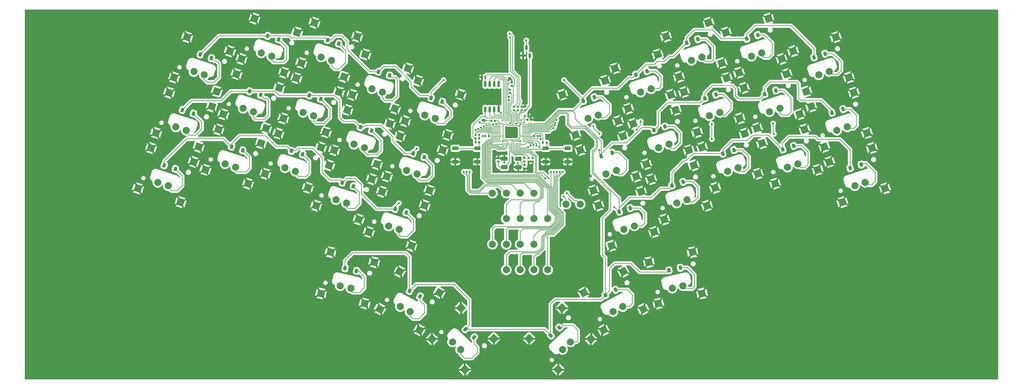
<source format=gbr>
%TF.GenerationSoftware,KiCad,Pcbnew,9.0.4*%
%TF.CreationDate,2025-09-19T00:48:39-04:00*%
%TF.ProjectId,frameortho,6672616d-656f-4727-9468-6f2e6b696361,rev?*%
%TF.SameCoordinates,Original*%
%TF.FileFunction,Copper,L1,Top*%
%TF.FilePolarity,Positive*%
%FSLAX46Y46*%
G04 Gerber Fmt 4.6, Leading zero omitted, Abs format (unit mm)*
G04 Created by KiCad (PCBNEW 9.0.4) date 2025-09-19 00:48:39*
%MOMM*%
%LPD*%
G01*
G04 APERTURE LIST*
G04 Aperture macros list*
%AMRoundRect*
0 Rectangle with rounded corners*
0 $1 Rounding radius*
0 $2 $3 $4 $5 $6 $7 $8 $9 X,Y pos of 4 corners*
0 Add a 4 corners polygon primitive as box body*
4,1,4,$2,$3,$4,$5,$6,$7,$8,$9,$2,$3,0*
0 Add four circle primitives for the rounded corners*
1,1,$1+$1,$2,$3*
1,1,$1+$1,$4,$5*
1,1,$1+$1,$6,$7*
1,1,$1+$1,$8,$9*
0 Add four rect primitives between the rounded corners*
20,1,$1+$1,$2,$3,$4,$5,0*
20,1,$1+$1,$4,$5,$6,$7,0*
20,1,$1+$1,$6,$7,$8,$9,0*
20,1,$1+$1,$8,$9,$2,$3,0*%
G04 Aperture macros list end*
%TA.AperFunction,CastellatedPad*%
%ADD10C,2.000000*%
%TD*%
%TA.AperFunction,SMDPad,CuDef*%
%ADD11RoundRect,0.250000X-0.945055X-0.481530X0.481530X-0.945055X0.945055X0.481530X-0.481530X0.945055X0*%
%TD*%
%TA.AperFunction,SMDPad,CuDef*%
%ADD12RoundRect,0.140000X0.140000X0.170000X-0.140000X0.170000X-0.140000X-0.170000X0.140000X-0.170000X0*%
%TD*%
%TA.AperFunction,SMDPad,CuDef*%
%ADD13RoundRect,0.225000X-0.134877X-0.416003X0.303590X-0.314775X0.134877X0.416003X-0.303590X0.314775X0*%
%TD*%
%TA.AperFunction,SMDPad,CuDef*%
%ADD14RoundRect,0.225000X-0.329869X-0.287117X0.098106X-0.426175X0.329869X0.287117X-0.098106X0.426175X0*%
%TD*%
%TA.AperFunction,SMDPad,CuDef*%
%ADD15RoundRect,0.225000X-0.098106X-0.426175X0.329869X-0.287117X0.098106X0.426175X-0.329869X0.287117X0*%
%TD*%
%TA.AperFunction,SMDPad,CuDef*%
%ADD16C,2.000000*%
%TD*%
%TA.AperFunction,SMDPad,CuDef*%
%ADD17RoundRect,0.135000X-0.135000X-0.185000X0.135000X-0.185000X0.135000X0.185000X-0.135000X0.185000X0*%
%TD*%
%TA.AperFunction,SMDPad,CuDef*%
%ADD18RoundRect,0.250000X-0.650000X-0.350000X0.650000X-0.350000X0.650000X0.350000X-0.650000X0.350000X0*%
%TD*%
%TA.AperFunction,SMDPad,CuDef*%
%ADD19RoundRect,0.250000X-0.481530X-0.945055X0.945055X-0.481530X0.481530X0.945055X-0.945055X0.481530X0*%
%TD*%
%TA.AperFunction,SMDPad,CuDef*%
%ADD20RoundRect,0.140000X-0.140000X-0.170000X0.140000X-0.170000X0.140000X0.170000X-0.140000X0.170000X0*%
%TD*%
%TA.AperFunction,SMDPad,CuDef*%
%ADD21RoundRect,0.250000X-0.899491X-0.562064X0.562064X-0.899491X0.899491X0.562064X-0.562064X0.899491X0*%
%TD*%
%TA.AperFunction,SMDPad,CuDef*%
%ADD22RoundRect,0.135000X0.185000X-0.135000X0.185000X0.135000X-0.185000X0.135000X-0.185000X-0.135000X0*%
%TD*%
%TA.AperFunction,SMDPad,CuDef*%
%ADD23RoundRect,0.250000X-0.310107X-1.014314X1.014314X-0.310107X0.310107X1.014314X-1.014314X0.310107X0*%
%TD*%
%TA.AperFunction,SMDPad,CuDef*%
%ADD24RoundRect,0.225000X-0.420304X-0.120808X-0.091195X-0.427707X0.420304X0.120808X0.091195X0.427707X0*%
%TD*%
%TA.AperFunction,SMDPad,CuDef*%
%ADD25RoundRect,0.225000X-0.022611X-0.436736X0.374715X-0.225474X0.022611X0.436736X-0.374715X0.225474X0*%
%TD*%
%TA.AperFunction,SMDPad,CuDef*%
%ADD26RoundRect,0.250000X-0.037017X-1.060014X1.060014X-0.037017X0.037017X1.060014X-1.060014X0.037017X0*%
%TD*%
%TA.AperFunction,SMDPad,CuDef*%
%ADD27R,1.700000X1.000000*%
%TD*%
%TA.AperFunction,SMDPad,CuDef*%
%ADD28RoundRect,0.135000X0.135000X0.185000X-0.135000X0.185000X-0.135000X-0.185000X0.135000X-0.185000X0*%
%TD*%
%TA.AperFunction,SMDPad,CuDef*%
%ADD29RoundRect,0.225000X-0.303590X-0.314775X0.134877X-0.416003X0.303590X0.314775X-0.134877X0.416003X0*%
%TD*%
%TA.AperFunction,SMDPad,CuDef*%
%ADD30RoundRect,0.225000X-0.374715X-0.225474X0.022611X-0.436736X0.374715X0.225474X-0.022611X0.436736X0*%
%TD*%
%TA.AperFunction,SMDPad,CuDef*%
%ADD31RoundRect,0.050000X-0.387500X-0.050000X0.387500X-0.050000X0.387500X0.050000X-0.387500X0.050000X0*%
%TD*%
%TA.AperFunction,SMDPad,CuDef*%
%ADD32RoundRect,0.050000X-0.050000X-0.387500X0.050000X-0.387500X0.050000X0.387500X-0.050000X0.387500X0*%
%TD*%
%TA.AperFunction,HeatsinkPad*%
%ADD33R,3.200000X3.200000*%
%TD*%
%TA.AperFunction,SMDPad,CuDef*%
%ADD34RoundRect,0.250000X-1.014314X-0.310107X0.310107X-1.014314X1.014314X0.310107X-0.310107X1.014314X0*%
%TD*%
%TA.AperFunction,SMDPad,CuDef*%
%ADD35RoundRect,0.150000X0.150000X-0.512500X0.150000X0.512500X-0.150000X0.512500X-0.150000X-0.512500X0*%
%TD*%
%TA.AperFunction,SMDPad,CuDef*%
%ADD36RoundRect,0.140000X0.170000X-0.140000X0.170000X0.140000X-0.170000X0.140000X-0.170000X-0.140000X0*%
%TD*%
%TA.AperFunction,SMDPad,CuDef*%
%ADD37RoundRect,0.225000X0.091195X-0.427707X0.420304X-0.120808X-0.091195X0.427707X-0.420304X0.120808X0*%
%TD*%
%TA.AperFunction,SMDPad,CuDef*%
%ADD38RoundRect,0.140000X-0.170000X0.140000X-0.170000X-0.140000X0.170000X-0.140000X0.170000X0.140000X0*%
%TD*%
%TA.AperFunction,SMDPad,CuDef*%
%ADD39RoundRect,0.250000X-1.060014X-0.037017X0.037017X-1.060014X1.060014X0.037017X-0.037017X1.060014X0*%
%TD*%
%TA.AperFunction,SMDPad,CuDef*%
%ADD40RoundRect,0.162500X0.162500X-0.650000X0.162500X0.650000X-0.162500X0.650000X-0.162500X-0.650000X0*%
%TD*%
%TA.AperFunction,SMDPad,CuDef*%
%ADD41RoundRect,0.250000X-0.562064X-0.899491X0.899491X-0.562064X0.562064X0.899491X-0.899491X0.562064X0*%
%TD*%
%TA.AperFunction,ViaPad*%
%ADD42C,0.600000*%
%TD*%
%TA.AperFunction,Conductor*%
%ADD43C,0.200000*%
%TD*%
G04 APERTURE END LIST*
D10*
%TO.P,S3,1,1*%
%TO.N,COL_2*%
X158316022Y-93584191D03*
%TO.P,S3,2,2*%
%TO.N,Net-(D3-A)*%
X161264298Y-94542144D03*
D11*
%TO.P,S3,3,3*%
%TO.N,GND*%
X156423948Y-83874271D03*
X152715744Y-95286949D03*
X168502366Y-87798787D03*
X164794162Y-99211465D03*
%TD*%
D10*
%TO.P,S13,1,1*%
%TO.N,COL_2*%
X153203827Y-109276631D03*
%TO.P,S13,2,2*%
%TO.N,Net-(D13-A)*%
X156152103Y-110234584D03*
D11*
%TO.P,S13,3,3*%
%TO.N,GND*%
X151311753Y-99566711D03*
X147603549Y-110979389D03*
X163390171Y-103491227D03*
X159681967Y-114903905D03*
%TD*%
D12*
%TO.P,C1,1*%
%TO.N,+3V3*%
X204797600Y-99263200D03*
%TO.P,C1,2*%
%TO.N,GND*%
X203837600Y-99263200D03*
%TD*%
D13*
%TO.P,D36,1,K*%
%TO.N,ROW_3*%
X256833985Y-153987309D03*
%TO.P,D36,2,A*%
%TO.N,Net-(D36-A)*%
X260049407Y-153244971D03*
%TD*%
D14*
%TO.P,D2,1,K*%
%TO.N,ROW_0*%
X143174743Y-87601212D03*
%TO.P,D2,2,A*%
%TO.N,Net-(D2-A)*%
X146313229Y-88620968D03*
%TD*%
D15*
%TO.P,D28,1,K*%
%TO.N,ROW_2*%
X272079517Y-120951813D03*
%TO.P,D28,2,A*%
%TO.N,Net-(D28-A)*%
X275218003Y-119932057D03*
%TD*%
%TO.P,D9,1,K*%
%TO.N,ROW_0*%
X278825592Y-88404656D03*
%TO.P,D9,2,A*%
%TO.N,Net-(D9-A)*%
X281964078Y-87384900D03*
%TD*%
D10*
%TO.P,S12,1,1*%
%TO.N,COL_1*%
X136233346Y-108114338D03*
%TO.P,S12,2,2*%
%TO.N,Net-(D12-A)*%
X139181622Y-109072291D03*
D11*
%TO.P,S12,3,3*%
%TO.N,GND*%
X134341272Y-98404418D03*
X130633068Y-109817096D03*
X146419690Y-102328934D03*
X142711486Y-113741612D03*
%TD*%
D16*
%TO.P,TP6,1,1*%
%TO.N,GPIO10*%
X214670000Y-139377778D03*
%TD*%
D10*
%TO.P,S11,1,1*%
%TO.N,COL_0*%
X117166854Y-113385940D03*
%TO.P,S11,2,2*%
%TO.N,Net-(D11-A)*%
X120115130Y-114343893D03*
D11*
%TO.P,S11,3,3*%
%TO.N,GND*%
X115274780Y-103676020D03*
X111566576Y-115088698D03*
X127353198Y-107600536D03*
X123644994Y-119013214D03*
%TD*%
D14*
%TO.P,D24,1,K*%
%TO.N,ROW_2*%
X164335218Y-129156874D03*
%TO.P,D24,2,A*%
%TO.N,Net-(D24-A)*%
X167473704Y-130176630D03*
%TD*%
D17*
%TO.P,R5,1*%
%TO.N,+3V3*%
X202055001Y-115595400D03*
%TO.P,R5,2*%
%TO.N,Net-(R5-Pad2)*%
X203074999Y-115595400D03*
%TD*%
D10*
%TO.P,S15,1,1*%
%TO.N,COL_4*%
X182543814Y-125724392D03*
%TO.P,S15,2,2*%
%TO.N,Net-(D15-A)*%
X185492090Y-126682345D03*
D11*
%TO.P,S15,3,3*%
%TO.N,GND*%
X180651740Y-116014472D03*
X176943536Y-127427150D03*
X192730158Y-119938988D03*
X189021954Y-131351666D03*
%TD*%
D16*
%TO.P,TP11,1,1*%
%TO.N,GPIO15*%
X214670001Y-146608889D03*
%TD*%
D14*
%TO.P,D22,1,K*%
%TO.N,ROW_2*%
X132950353Y-118986076D03*
%TO.P,D22,2,A*%
%TO.N,Net-(D22-A)*%
X136088839Y-120005832D03*
%TD*%
D16*
%TO.P,TP14,1,1*%
%TO.N,GPIO23*%
X214670000Y-153840000D03*
%TD*%
D14*
%TO.P,D14,1,K*%
%TO.N,ROW_1*%
X169447413Y-113464450D03*
%TO.P,D14,2,A*%
%TO.N,Net-(D14-A)*%
X172585899Y-114484206D03*
%TD*%
D18*
%TO.P,Y1,1,1*%
%TO.N,X_IN*%
X210191600Y-124796401D03*
%TO.P,Y1,2,2*%
%TO.N,GND*%
X214191600Y-124796401D03*
%TO.P,Y1,3,3*%
%TO.N,Net-(C15-Pad2)*%
X214191600Y-122396399D03*
%TO.P,Y1,4,4*%
%TO.N,GND*%
X210191600Y-122396399D03*
%TD*%
D10*
%TO.P,S10,1,1*%
%TO.N,COL_9*%
X299245756Y-98651469D03*
%TO.P,S10,2,2*%
%TO.N,Net-(D10-A)*%
X302194032Y-97693516D03*
D19*
%TO.P,S10,3,3*%
%TO.N,GND*%
X292007688Y-91908112D03*
X295715892Y-103320790D03*
X304086106Y-87983596D03*
X307794310Y-99396274D03*
%TD*%
D16*
%TO.P,TP10,1,1*%
%TO.N,GPIO14*%
X210752500Y-146608889D03*
%TD*%
%TO.P,TP1,1,1*%
%TO.N,GPIO5*%
X206835000Y-132146667D03*
%TD*%
%TO.P,TP9,1,1*%
%TO.N,GPIO13*%
X206835002Y-146608889D03*
%TD*%
D14*
%TO.P,D25,1,K*%
%TO.N,ROW_2*%
X179260821Y-136596147D03*
%TO.P,D25,2,A*%
%TO.N,Net-(D25-A)*%
X182399307Y-137615903D03*
%TD*%
D16*
%TO.P,TP7,1,1*%
%TO.N,GPIO11*%
X218587501Y-139377778D03*
%TD*%
D20*
%TO.P,C9,1*%
%TO.N,+3V3*%
X216766200Y-111328200D03*
%TO.P,C9,2*%
%TO.N,GND*%
X217726200Y-111328200D03*
%TD*%
D10*
%TO.P,S31,1,1*%
%TO.N,COL_2*%
X163703643Y-158364205D03*
%TO.P,S31,2,2*%
%TO.N,Net-(D31-A)*%
X166724190Y-159061553D03*
D21*
%TO.P,S31,3,3*%
%TO.N,GND*%
X160972493Y-148856138D03*
X158273081Y-160548579D03*
X173346993Y-151713017D03*
X170647581Y-163405458D03*
%TD*%
D10*
%TO.P,S26,1,1*%
%TO.N,COL_5*%
X244093203Y-142374786D03*
%TO.P,S26,2,2*%
%TO.N,Net-(D26-A)*%
X247041479Y-141416833D03*
D19*
%TO.P,S26,3,3*%
%TO.N,GND*%
X236855135Y-135631429D03*
X240563339Y-147044107D03*
X248933553Y-131706913D03*
X252641757Y-143119591D03*
%TD*%
D22*
%TO.P,R3,1*%
%TO.N,Net-(U1-USB_D_P)*%
X212902800Y-108712000D03*
%TO.P,R3,2*%
%TO.N,D_P*%
X212902800Y-107692002D03*
%TD*%
D10*
%TO.P,S18,1,1*%
%TO.N,COL_7*%
X268320978Y-110234584D03*
%TO.P,S18,2,2*%
%TO.N,Net-(D18-A)*%
X271269254Y-109276631D03*
D19*
%TO.P,S18,3,3*%
%TO.N,GND*%
X261082910Y-103491227D03*
X264791114Y-114903905D03*
X273161328Y-99566711D03*
X276869532Y-110979389D03*
%TD*%
D16*
%TO.P,TP22,1,1*%
%TO.N,SWDIO*%
X231720000Y-135240000D03*
%TD*%
D10*
%TO.P,S35,1,1*%
%TO.N,COL_6*%
X240986931Y-165710411D03*
%TO.P,S35,2,2*%
%TO.N,Net-(D35-A)*%
X243724068Y-164255049D03*
D23*
%TO.P,S35,3,3*%
%TO.N,GND*%
X232687853Y-160326378D03*
X238321512Y-170921749D03*
X243901288Y-154364089D03*
X249534947Y-164959460D03*
%TD*%
D14*
%TO.P,D4,1,K*%
%TO.N,ROW_0*%
X174559608Y-97772010D03*
%TO.P,D4,2,A*%
%TO.N,Net-(D4-A)*%
X177698094Y-98791766D03*
%TD*%
D24*
%TO.P,D33,1,K*%
%TO.N,ROW_3*%
X199226914Y-170678216D03*
%TO.P,D33,2,A*%
%TO.N,Net-(D33-A)*%
X201640380Y-172928810D03*
%TD*%
D15*
%TO.P,D18,1,K*%
%TO.N,ROW_1*%
X266967306Y-105259389D03*
%TO.P,D18,2,A*%
%TO.N,Net-(D18-A)*%
X270105792Y-104239633D03*
%TD*%
D25*
%TO.P,D35,1,K*%
%TO.N,ROW_3*%
X238789889Y-161045863D03*
%TO.P,D35,2,A*%
%TO.N,Net-(D35-A)*%
X241703617Y-159496607D03*
%TD*%
D10*
%TO.P,S17,1,1*%
%TO.N,COL_6*%
X253906594Y-119243089D03*
%TO.P,S17,2,2*%
%TO.N,Net-(D17-A)*%
X256854870Y-118285136D03*
D19*
%TO.P,S17,3,3*%
%TO.N,GND*%
X246668526Y-112499732D03*
X250376730Y-123912410D03*
X258746944Y-108575216D03*
X262455148Y-119987894D03*
%TD*%
D16*
%TO.P,TP4,1,1*%
%TO.N,GPIO8*%
X218587500Y-132146667D03*
%TD*%
D10*
%TO.P,S4,1,1*%
%TO.N,COL_3*%
X172730406Y-102592696D03*
%TO.P,S4,2,2*%
%TO.N,Net-(D4-A)*%
X175678682Y-103550649D03*
D11*
%TO.P,S4,3,3*%
%TO.N,GND*%
X170838332Y-92882776D03*
X167130128Y-104295454D03*
X182916750Y-96807292D03*
X179208546Y-108219970D03*
%TD*%
D10*
%TO.P,S23,1,1*%
%TO.N,COL_2*%
X148091632Y-124969055D03*
%TO.P,S23,2,2*%
%TO.N,Net-(D23-A)*%
X151039908Y-125927008D03*
D11*
%TO.P,S23,3,3*%
%TO.N,GND*%
X146199558Y-115259135D03*
X142491354Y-126671813D03*
X158277976Y-119183651D03*
X154569772Y-130596329D03*
%TD*%
D10*
%TO.P,S34,1,1*%
%TO.N,COL_5*%
X226674100Y-176388382D03*
%TO.P,S34,2,2*%
%TO.N,Net-(D34-A)*%
X228941297Y-174274187D03*
D26*
%TO.P,S34,3,3*%
%TO.N,GND*%
X217264317Y-173335764D03*
X225448297Y-182112009D03*
X226552509Y-164674385D03*
X234736489Y-173450630D03*
%TD*%
D10*
%TO.P,S7,1,1*%
%TO.N,COL_6*%
X248794399Y-103550649D03*
%TO.P,S7,2,2*%
%TO.N,Net-(D7-A)*%
X251742675Y-102592696D03*
D19*
%TO.P,S7,3,3*%
%TO.N,GND*%
X241556331Y-96807292D03*
X245264535Y-108219970D03*
X253634749Y-92882776D03*
X257342953Y-104295454D03*
%TD*%
D15*
%TO.P,D8,1,K*%
%TO.N,ROW_0*%
X261855111Y-89566949D03*
%TO.P,D8,2,A*%
%TO.N,Net-(D8-A)*%
X264993597Y-88547193D03*
%TD*%
D27*
%TO.P,SW1,1,1*%
%TO.N,GND*%
X228168200Y-123256200D03*
X221868202Y-123256200D03*
%TO.P,SW1,2,2*%
%TO.N,RUN*%
X228168200Y-119456200D03*
X221868202Y-119456200D03*
%TD*%
D16*
%TO.P,TP16,1,1*%
%TO.N,GPIO25*%
X222504999Y-153840000D03*
%TD*%
D10*
%TO.P,S20,1,1*%
%TO.N,COL_9*%
X304357951Y-114343893D03*
%TO.P,S20,2,2*%
%TO.N,Net-(D20-A)*%
X307306227Y-113385940D03*
D19*
%TO.P,S20,3,3*%
%TO.N,GND*%
X297119883Y-107600536D03*
X300828087Y-119013214D03*
X309198301Y-103676020D03*
X312906505Y-115088698D03*
%TD*%
D10*
%TO.P,S25,1,1*%
%TO.N,COL_4*%
X177431619Y-141416833D03*
%TO.P,S25,2,2*%
%TO.N,Net-(D25-A)*%
X180379895Y-142374786D03*
D11*
%TO.P,S25,3,3*%
%TO.N,GND*%
X175539545Y-131706913D03*
X171831341Y-143119591D03*
X187617963Y-135631429D03*
X183909759Y-147044107D03*
%TD*%
D14*
%TO.P,D11,1,K*%
%TO.N,ROW_1*%
X118996056Y-108565254D03*
%TO.P,D11,2,A*%
%TO.N,Net-(D11-A)*%
X122134542Y-109585010D03*
%TD*%
D10*
%TO.P,S30,1,1*%
%TO.N,COL_9*%
X309470146Y-130036333D03*
%TO.P,S30,2,2*%
%TO.N,Net-(D30-A)*%
X312418422Y-129078380D03*
D19*
%TO.P,S30,3,3*%
%TO.N,GND*%
X302232078Y-123292976D03*
X305940282Y-134705654D03*
X314310496Y-119368460D03*
X318018700Y-130781138D03*
%TD*%
D15*
%TO.P,D16,1,K*%
%TO.N,ROW_1*%
X237627335Y-121707150D03*
%TO.P,D16,2,A*%
%TO.N,Net-(D16-A)*%
X240765821Y-120687394D03*
%TD*%
D10*
%TO.P,S2,1,1*%
%TO.N,COL_1*%
X141345541Y-92421898D03*
%TO.P,S2,2,2*%
%TO.N,Net-(D2-A)*%
X144293817Y-93379851D03*
D11*
%TO.P,S2,3,3*%
%TO.N,GND*%
X139453467Y-82711978D03*
X135745263Y-94124656D03*
X151531885Y-86636494D03*
X147823681Y-98049172D03*
%TD*%
D28*
%TO.P,R9,1*%
%TO.N,Net-(R9-Pad1)*%
X203074999Y-117729000D03*
%TO.P,R9,2*%
%TO.N,SEL*%
X202055001Y-117729000D03*
%TD*%
D14*
%TO.P,D15,1,K*%
%TO.N,ROW_1*%
X184373016Y-120903706D03*
%TO.P,D15,2,A*%
%TO.N,Net-(D15-A)*%
X187511502Y-121923462D03*
%TD*%
D29*
%TO.P,D31,1,K*%
%TO.N,ROW_3*%
X165105733Y-153402437D03*
%TO.P,D31,2,A*%
%TO.N,Net-(D31-A)*%
X168321155Y-154144775D03*
%TD*%
D30*
%TO.P,D32,1,K*%
%TO.N,ROW_3*%
X183387543Y-159825238D03*
%TO.P,D32,2,A*%
%TO.N,Net-(D32-A)*%
X186301271Y-161374494D03*
%TD*%
D22*
%TO.P,R6,1*%
%TO.N,Net-(C15-Pad2)*%
X215900000Y-123194599D03*
%TO.P,R6,2*%
%TO.N,X_OUT*%
X215900000Y-122174601D03*
%TD*%
D31*
%TO.P,U1,1,IOVDD*%
%TO.N,+3V3*%
X208799040Y-112343500D03*
%TO.P,U1,2,GPIO0*%
%TO.N,COL_0*%
X208799040Y-112743500D03*
%TO.P,U1,3,GPIO1*%
%TO.N,COL_1*%
X208799040Y-113143500D03*
%TO.P,U1,4,GPIO2*%
%TO.N,COL_2*%
X208799040Y-113543500D03*
%TO.P,U1,5,GPIO3*%
%TO.N,COL_3*%
X208799040Y-113943500D03*
%TO.P,U1,6,GPIO4*%
%TO.N,COL_4*%
X208799040Y-114343500D03*
%TO.P,U1,7,GPIO5*%
%TO.N,GPIO5*%
X208799040Y-114743500D03*
%TO.P,U1,8,GPIO6*%
%TO.N,GPIO6*%
X208799040Y-115143500D03*
%TO.P,U1,9,GPIO7*%
%TO.N,GPIO7*%
X208799040Y-115543500D03*
%TO.P,U1,10,IOVDD*%
%TO.N,+3V3*%
X208799040Y-115943500D03*
%TO.P,U1,11,GPIO8*%
%TO.N,GPIO8*%
X208799040Y-116343500D03*
%TO.P,U1,12,GPIO9*%
%TO.N,GPIO9*%
X208799040Y-116743500D03*
%TO.P,U1,13,GPIO10*%
%TO.N,GPIO10*%
X208799040Y-117143500D03*
%TO.P,U1,14,GPIO11*%
%TO.N,GPIO11*%
X208799040Y-117543500D03*
D32*
%TO.P,U1,15,GPIO12*%
%TO.N,GPIO12*%
X209636540Y-118381000D03*
%TO.P,U1,16,GPIO13*%
%TO.N,GPIO13*%
X210036540Y-118381000D03*
%TO.P,U1,17,GPIO14*%
%TO.N,GPIO14*%
X210436540Y-118381000D03*
%TO.P,U1,18,GPIO15*%
%TO.N,GPIO15*%
X210836540Y-118381000D03*
%TO.P,U1,19,TESTEN*%
%TO.N,GND*%
X211236540Y-118381000D03*
%TO.P,U1,20,XIN*%
%TO.N,X_IN*%
X211636540Y-118381000D03*
%TO.P,U1,21,XOUT*%
%TO.N,X_OUT*%
X212036540Y-118381000D03*
%TO.P,U1,22,IOVDD*%
%TO.N,+3V3*%
X212436540Y-118381000D03*
%TO.P,U1,23,DVDD*%
%TO.N,+1V1*%
X212836540Y-118381000D03*
%TO.P,U1,24,SWCLK*%
%TO.N,SWCLK*%
X213236540Y-118381000D03*
%TO.P,U1,25,SWD*%
%TO.N,SWDIO*%
X213636540Y-118381000D03*
%TO.P,U1,26,RUN*%
%TO.N,RUN*%
X214036540Y-118381000D03*
%TO.P,U1,27,GPIO16*%
%TO.N,GPIO16*%
X214436540Y-118381000D03*
%TO.P,U1,28,GPIO17*%
%TO.N,GPIO17*%
X214836540Y-118381000D03*
D31*
%TO.P,U1,29,GPIO18*%
%TO.N,GPIO18*%
X215674040Y-117543500D03*
%TO.P,U1,30,GPIO19*%
%TO.N,GPIO19*%
X215674040Y-117143500D03*
%TO.P,U1,31,GPIO20*%
%TO.N,GPIO20*%
X215674040Y-116743500D03*
%TO.P,U1,32,GPIO21*%
%TO.N,COL_9*%
X215674040Y-116343500D03*
%TO.P,U1,33,IOVDD*%
%TO.N,+3V3*%
X215674040Y-115943500D03*
%TO.P,U1,34,GPIO22*%
%TO.N,COL_8*%
X215674040Y-115543500D03*
%TO.P,U1,35,GPIO23*%
%TO.N,COL_7*%
X215674040Y-115143500D03*
%TO.P,U1,36,GPIO24*%
%TO.N,COL_6*%
X215674040Y-114743500D03*
%TO.P,U1,37,GPIO25*%
%TO.N,COL_5*%
X215674040Y-114343500D03*
%TO.P,U1,38,GPIO26_ADC0*%
%TO.N,ROW_3*%
X215674040Y-113943500D03*
%TO.P,U1,39,GPIO27_ADC1*%
%TO.N,ROW_2*%
X215674040Y-113543500D03*
%TO.P,U1,40,GPIO28_ADC2*%
%TO.N,ROW_1*%
X215674040Y-113143500D03*
%TO.P,U1,41,GPIO29_ADC3*%
%TO.N,ROW_0*%
X215674040Y-112743500D03*
%TO.P,U1,42,IOVDD*%
%TO.N,+3V3*%
X215674040Y-112343500D03*
D32*
%TO.P,U1,43,ADC_AVDD*%
X214836540Y-111506000D03*
%TO.P,U1,44,VREG_IN*%
X214436540Y-111506000D03*
%TO.P,U1,45,VREG_VOUT*%
%TO.N,+1V1*%
X214036540Y-111506000D03*
%TO.P,U1,46,USB_D_N*%
%TO.N,Net-(U1-USB_D_N)*%
X213636540Y-111506000D03*
%TO.P,U1,47,USB_D_P*%
%TO.N,Net-(U1-USB_D_P)*%
X213236540Y-111506000D03*
%TO.P,U1,48,USB_VDD*%
%TO.N,+3V3*%
X212836540Y-111506000D03*
%TO.P,U1,49,IOVDD*%
X212436540Y-111506000D03*
%TO.P,U1,50,DVDD*%
%TO.N,+1V1*%
X212036540Y-111506000D03*
%TO.P,U1,51,QSPI_SD3*%
%TO.N,SD3*%
X211636540Y-111506000D03*
%TO.P,U1,52,QSPI_SCLK*%
%TO.N,SCLK*%
X211236540Y-111506000D03*
%TO.P,U1,53,QSPI_SD0*%
%TO.N,SDO*%
X210836540Y-111506000D03*
%TO.P,U1,54,QSPI_SD2*%
%TO.N,SD2*%
X210436540Y-111506000D03*
%TO.P,U1,55,QSPI_SD1*%
%TO.N,SD1*%
X210036540Y-111506000D03*
%TO.P,U1,56,QSPI_SS*%
%TO.N,SEL*%
X209636540Y-111506000D03*
D33*
%TO.P,U1,57,GND*%
%TO.N,GND*%
X212236540Y-114943500D03*
%TD*%
D12*
%TO.P,C5,1*%
%TO.N,+3V3*%
X207515400Y-111658400D03*
%TO.P,C5,2*%
%TO.N,GND*%
X206555400Y-111658400D03*
%TD*%
D16*
%TO.P,TP15,1,1*%
%TO.N,GPIO24*%
X218587498Y-153840000D03*
%TD*%
D10*
%TO.P,S32,1,1*%
%TO.N,COL_3*%
X180749029Y-164255049D03*
%TO.P,S32,2,2*%
%TO.N,Net-(D32-A)*%
X183486166Y-165710411D03*
D34*
%TO.P,S32,3,3*%
%TO.N,GND*%
X180571809Y-154364089D03*
X174938150Y-164959460D03*
X191785244Y-160326378D03*
X186151585Y-170921749D03*
%TD*%
D16*
%TO.P,TP12,1,1*%
%TO.N,GPIO21*%
X218587501Y-146608889D03*
%TD*%
D15*
%TO.P,D20,1,K*%
%TO.N,ROW_1*%
X303004279Y-109368698D03*
%TO.P,D20,2,A*%
%TO.N,Net-(D20-A)*%
X306142765Y-108348942D03*
%TD*%
%TO.P,D17,1,K*%
%TO.N,ROW_1*%
X252552922Y-114267894D03*
%TO.P,D17,2,A*%
%TO.N,Net-(D17-A)*%
X255691408Y-113248138D03*
%TD*%
D35*
%TO.P,U3,1,GND*%
%TO.N,GND*%
X215518999Y-93218000D03*
%TO.P,U3,2,VO*%
%TO.N,+3V3*%
X217418999Y-93218000D03*
%TO.P,U3,3,VI*%
%TO.N,+5V*%
X216468999Y-90943000D03*
%TD*%
D10*
%TO.P,S16,1,1*%
%TO.N,COL_5*%
X238981007Y-126682345D03*
%TO.P,S16,2,2*%
%TO.N,Net-(D16-A)*%
X241929283Y-125724392D03*
D19*
%TO.P,S16,3,3*%
%TO.N,GND*%
X231742939Y-119938988D03*
X235451143Y-131351666D03*
X243821357Y-116014472D03*
X247529561Y-127427150D03*
%TD*%
D36*
%TO.P,C7,1*%
%TO.N,+3V3*%
X211836000Y-103781800D03*
%TO.P,C7,2*%
%TO.N,GND*%
X211836000Y-102821800D03*
%TD*%
D16*
%TO.P,TP5,1,1*%
%TO.N,GPIO9*%
X210752500Y-139377778D03*
%TD*%
D10*
%TO.P,S22,1,1*%
%TO.N,COL_1*%
X131121151Y-123806762D03*
%TO.P,S22,2,2*%
%TO.N,Net-(D22-A)*%
X134069427Y-124764715D03*
D11*
%TO.P,S22,3,3*%
%TO.N,GND*%
X129229077Y-114096842D03*
X125520873Y-125509520D03*
X141307495Y-118021358D03*
X137599291Y-129434036D03*
%TD*%
D36*
%TO.P,C12,1*%
%TO.N,+1V1*%
X211480400Y-105839200D03*
%TO.P,C12,2*%
%TO.N,GND*%
X211480400Y-104879200D03*
%TD*%
D37*
%TO.P,D34,1,K*%
%TO.N,ROW_3*%
X223344648Y-172451411D03*
%TO.P,D34,2,A*%
%TO.N,Net-(D34-A)*%
X225758114Y-170200817D03*
%TD*%
D20*
%TO.P,C10,1*%
%TO.N,+3V3*%
X215978800Y-110261400D03*
%TO.P,C10,2*%
%TO.N,GND*%
X216938800Y-110261400D03*
%TD*%
D36*
%TO.P,C3,1*%
%TO.N,+3V3*%
X212318600Y-101775200D03*
%TO.P,C3,2*%
%TO.N,GND*%
X212318600Y-100815200D03*
%TD*%
D14*
%TO.P,D21,1,K*%
%TO.N,ROW_2*%
X113883861Y-124257694D03*
%TO.P,D21,2,A*%
%TO.N,Net-(D21-A)*%
X117022347Y-125277450D03*
%TD*%
%TO.P,D13,1,K*%
%TO.N,ROW_1*%
X155033029Y-104455945D03*
%TO.P,D13,2,A*%
%TO.N,Net-(D13-A)*%
X158171515Y-105475701D03*
%TD*%
D16*
%TO.P,TP2,1,1*%
%TO.N,GPIO6*%
X210752500Y-132146667D03*
%TD*%
D38*
%TO.P,C14,1*%
%TO.N,GND*%
X208483200Y-122234599D03*
%TO.P,C14,2*%
%TO.N,X_IN*%
X208483200Y-123194599D03*
%TD*%
D17*
%TO.P,R7,1*%
%TO.N,+3V3*%
X221157800Y-117856000D03*
%TO.P,R7,2*%
%TO.N,RUN*%
X222177798Y-117856000D03*
%TD*%
D12*
%TO.P,C4,1*%
%TO.N,+3V3*%
X205765400Y-115943500D03*
%TO.P,C4,2*%
%TO.N,GND*%
X204805400Y-115943500D03*
%TD*%
D14*
%TO.P,D23,1,K*%
%TO.N,ROW_2*%
X149920834Y-120148369D03*
%TO.P,D23,2,A*%
%TO.N,Net-(D23-A)*%
X153059320Y-121168125D03*
%TD*%
D16*
%TO.P,TP21,1,1*%
%TO.N,SWCLK*%
X227669998Y-135240000D03*
%TD*%
D10*
%TO.P,S27,1,1*%
%TO.N,COL_6*%
X259018806Y-134935513D03*
%TO.P,S27,2,2*%
%TO.N,Net-(D27-A)*%
X261967082Y-133977560D03*
D19*
%TO.P,S27,3,3*%
%TO.N,GND*%
X251780738Y-128192156D03*
X255488942Y-139604834D03*
X263859156Y-124267640D03*
X267567360Y-135680318D03*
%TD*%
D22*
%TO.P,R4,1*%
%TO.N,Net-(U1-USB_D_N)*%
X213996533Y-108704200D03*
%TO.P,R4,2*%
%TO.N,D_N*%
X213996533Y-107684202D03*
%TD*%
D14*
%TO.P,D3,1,K*%
%TO.N,ROW_0*%
X160145224Y-88763505D03*
%TO.P,D3,2,A*%
%TO.N,Net-(D3-A)*%
X163283710Y-89783261D03*
%TD*%
D10*
%TO.P,S24,1,1*%
%TO.N,COL_3*%
X162506016Y-133977560D03*
%TO.P,S24,2,2*%
%TO.N,Net-(D24-A)*%
X165454292Y-134935513D03*
D11*
%TO.P,S24,3,3*%
%TO.N,GND*%
X160613942Y-124267640D03*
X156905738Y-135680318D03*
X172692360Y-128192156D03*
X168984156Y-139604834D03*
%TD*%
D10*
%TO.P,S6,1,1*%
%TO.N,COL_5*%
X233868796Y-110989904D03*
%TO.P,S6,2,2*%
%TO.N,Net-(D6-A)*%
X236817072Y-110031951D03*
D19*
%TO.P,S6,3,3*%
%TO.N,GND*%
X226630728Y-104246547D03*
X230338932Y-115659225D03*
X238709146Y-100322031D03*
X242417350Y-111734709D03*
%TD*%
D16*
%TO.P,TP8,1,1*%
%TO.N,GPIO12*%
X222504999Y-139377778D03*
%TD*%
D15*
%TO.P,D26,1,K*%
%TO.N,ROW_2*%
X242739531Y-137399591D03*
%TO.P,D26,2,A*%
%TO.N,Net-(D26-A)*%
X245878017Y-136379835D03*
%TD*%
D10*
%TO.P,S8,1,1*%
%TO.N,COL_7*%
X263208783Y-94542144D03*
%TO.P,S8,2,2*%
%TO.N,Net-(D8-A)*%
X266157059Y-93584191D03*
D19*
%TO.P,S8,3,3*%
%TO.N,GND*%
X255970715Y-87798787D03*
X259678919Y-99211465D03*
X268049133Y-83874271D03*
X271757337Y-95286949D03*
%TD*%
D27*
%TO.P,SW2,1,1*%
%TO.N,GND*%
X202616598Y-123256200D03*
X196316600Y-123256200D03*
%TO.P,SW2,2,2*%
%TO.N,Net-(R9-Pad1)*%
X202616598Y-119456200D03*
X196316600Y-119456200D03*
%TD*%
D36*
%TO.P,C11,1*%
%TO.N,+1V1*%
X215080267Y-108666400D03*
%TO.P,C11,2*%
%TO.N,GND*%
X215080267Y-107706400D03*
%TD*%
D15*
%TO.P,D10,1,K*%
%TO.N,ROW_0*%
X297892084Y-93676274D03*
%TO.P,D10,2,A*%
%TO.N,Net-(D10-A)*%
X301030570Y-92656518D03*
%TD*%
D10*
%TO.P,S9,1,1*%
%TO.N,COL_8*%
X280179264Y-93379851D03*
%TO.P,S9,2,2*%
%TO.N,Net-(D9-A)*%
X283127540Y-92421898D03*
D19*
%TO.P,S9,3,3*%
%TO.N,GND*%
X272941196Y-86636494D03*
X276649400Y-98049172D03*
X285019614Y-82711978D03*
X288727818Y-94124656D03*
%TD*%
D16*
%TO.P,TP13,1,1*%
%TO.N,GPIO22*%
X210752500Y-153840000D03*
%TD*%
D36*
%TO.P,C2,1*%
%TO.N,+3V3*%
X216154000Y-108658600D03*
%TO.P,C2,2*%
%TO.N,GND*%
X216154000Y-107698600D03*
%TD*%
%TO.P,C15,1*%
%TO.N,GND*%
X215900000Y-125168600D03*
%TO.P,C15,2*%
%TO.N,Net-(C15-Pad2)*%
X215900000Y-124208600D03*
%TD*%
D10*
%TO.P,S28,1,1*%
%TO.N,COL_7*%
X273433189Y-125927008D03*
%TO.P,S28,2,2*%
%TO.N,Net-(D28-A)*%
X276381465Y-124969055D03*
D19*
%TO.P,S28,3,3*%
%TO.N,GND*%
X266195121Y-119183651D03*
X269903325Y-130596329D03*
X278273539Y-115259135D03*
X281981743Y-126671813D03*
%TD*%
D10*
%TO.P,S14,1,1*%
%TO.N,COL_3*%
X167618211Y-118285136D03*
%TO.P,S14,2,2*%
%TO.N,Net-(D14-A)*%
X170566487Y-119243089D03*
D11*
%TO.P,S14,3,3*%
%TO.N,GND*%
X165726137Y-108575216D03*
X162017933Y-119987894D03*
X177804555Y-112499732D03*
X174096351Y-123912410D03*
%TD*%
D16*
%TO.P,TP3,1,1*%
%TO.N,GPIO7*%
X214670000Y-132146667D03*
%TD*%
D38*
%TO.P,C6,1*%
%TO.N,+3V3*%
X217060700Y-122202000D03*
%TO.P,C6,2*%
%TO.N,GND*%
X217060700Y-123162000D03*
%TD*%
D28*
%TO.P,R8,1*%
%TO.N,Net-(R5-Pad2)*%
X203074999Y-116662200D03*
%TO.P,R8,2*%
%TO.N,SEL*%
X202055001Y-116662200D03*
%TD*%
D10*
%TO.P,S5,1,1*%
%TO.N,COL_4*%
X187656009Y-110031951D03*
%TO.P,S5,2,2*%
%TO.N,Net-(D5-A)*%
X190604285Y-110989904D03*
D11*
%TO.P,S5,3,3*%
%TO.N,GND*%
X185763935Y-100322031D03*
X182055731Y-111734709D03*
X197842353Y-104246547D03*
X194134149Y-115659225D03*
%TD*%
D15*
%TO.P,D7,1,K*%
%TO.N,ROW_0*%
X247440727Y-98575454D03*
%TO.P,D7,2,A*%
%TO.N,Net-(D7-A)*%
X250579213Y-97555698D03*
%TD*%
D10*
%TO.P,S33,1,1*%
%TO.N,COL_4*%
X195531784Y-174274187D03*
%TO.P,S33,2,2*%
%TO.N,Net-(D33-A)*%
X197798981Y-176388382D03*
D39*
%TO.P,S33,3,3*%
%TO.N,GND*%
X197920572Y-164674385D03*
X189736592Y-173450630D03*
X207208764Y-173335764D03*
X199024784Y-182112009D03*
%TD*%
D40*
%TO.P,U2,1,~{CS}*%
%TO.N,SEL*%
X204800200Y-108438700D03*
%TO.P,U2,2,DO/IO_{1}*%
%TO.N,SD1*%
X206070200Y-108438700D03*
%TO.P,U2,3,~{WP}/IO_{2}*%
%TO.N,SD2*%
X207340200Y-108438700D03*
%TO.P,U2,4,GND*%
%TO.N,GND*%
X208610200Y-108438700D03*
%TO.P,U2,5,DI/IO_{0}*%
%TO.N,SDO*%
X208610200Y-101263700D03*
%TO.P,U2,6,CLK*%
%TO.N,SCLK*%
X207340200Y-101263700D03*
%TO.P,U2,7,~{HOLD}/~{RESET}/IO_{3}*%
%TO.N,SD3*%
X206070200Y-101263700D03*
%TO.P,U2,8,VCC*%
%TO.N,+3V3*%
X204800200Y-101263700D03*
%TD*%
D15*
%TO.P,D27,1,K*%
%TO.N,ROW_2*%
X257665134Y-129960318D03*
%TO.P,D27,2,A*%
%TO.N,Net-(D27-A)*%
X260803620Y-128940562D03*
%TD*%
D10*
%TO.P,S29,1,1*%
%TO.N,COL_8*%
X290403670Y-124764715D03*
%TO.P,S29,2,2*%
%TO.N,Net-(D29-A)*%
X293351946Y-123806762D03*
D19*
%TO.P,S29,3,3*%
%TO.N,GND*%
X283165602Y-118021358D03*
X286873806Y-129434036D03*
X295244020Y-114096842D03*
X298952224Y-125509520D03*
%TD*%
D10*
%TO.P,S21,1,1*%
%TO.N,COL_0*%
X112054659Y-129078380D03*
%TO.P,S21,2,2*%
%TO.N,Net-(D21-A)*%
X115002935Y-130036333D03*
D11*
%TO.P,S21,3,3*%
%TO.N,GND*%
X110162585Y-119368460D03*
X106454381Y-130781138D03*
X122241003Y-123292976D03*
X118532799Y-134705654D03*
%TD*%
D15*
%TO.P,D30,1,K*%
%TO.N,ROW_2*%
X308116474Y-125061138D03*
%TO.P,D30,2,A*%
%TO.N,Net-(D30-A)*%
X311254960Y-124041382D03*
%TD*%
D14*
%TO.P,D5,1,K*%
%TO.N,ROW_0*%
X189485211Y-105211265D03*
%TO.P,D5,2,A*%
%TO.N,Net-(D5-A)*%
X192623697Y-106231021D03*
%TD*%
D10*
%TO.P,S1,1,1*%
%TO.N,COL_0*%
X122279065Y-97693516D03*
%TO.P,S1,2,2*%
%TO.N,Net-(D1-A)*%
X125227341Y-98651469D03*
D11*
%TO.P,S1,3,3*%
%TO.N,GND*%
X120386991Y-87983596D03*
X116678787Y-99396274D03*
X132465409Y-91908112D03*
X128757205Y-103320790D03*
%TD*%
D38*
%TO.P,C13,1*%
%TO.N,+1V1*%
X218211400Y-122202000D03*
%TO.P,C13,2*%
%TO.N,GND*%
X218211400Y-123162000D03*
%TD*%
D15*
%TO.P,D19,1,K*%
%TO.N,ROW_1*%
X283937803Y-104097096D03*
%TO.P,D19,2,A*%
%TO.N,Net-(D19-A)*%
X287076289Y-103077340D03*
%TD*%
D10*
%TO.P,S36,1,1*%
%TO.N,COL_7*%
X257748891Y-159061553D03*
%TO.P,S36,2,2*%
%TO.N,Net-(D36-A)*%
X260769438Y-158364205D03*
D41*
%TO.P,S36,3,3*%
%TO.N,GND*%
X251126088Y-151713017D03*
X253825500Y-163405458D03*
X263500588Y-148856138D03*
X266200000Y-160548579D03*
%TD*%
D20*
%TO.P,C8,1*%
%TO.N,+3V3*%
X218645800Y-115943500D03*
%TO.P,C8,2*%
%TO.N,GND*%
X219605800Y-115943500D03*
%TD*%
D14*
%TO.P,D1,1,K*%
%TO.N,ROW_0*%
X124108267Y-92872830D03*
%TO.P,D1,2,A*%
%TO.N,Net-(D1-A)*%
X127246753Y-93892586D03*
%TD*%
D15*
%TO.P,D6,1,K*%
%TO.N,ROW_0*%
X232515124Y-106014709D03*
%TO.P,D6,2,A*%
%TO.N,Net-(D6-A)*%
X235653610Y-104994953D03*
%TD*%
%TO.P,D29,1,K*%
%TO.N,ROW_2*%
X289049998Y-119789520D03*
%TO.P,D29,2,A*%
%TO.N,Net-(D29-A)*%
X292188484Y-118769764D03*
%TD*%
D14*
%TO.P,D12,1,K*%
%TO.N,ROW_1*%
X138062548Y-103293652D03*
%TO.P,D12,2,A*%
%TO.N,Net-(D12-A)*%
X141201034Y-104313408D03*
%TD*%
D10*
%TO.P,S19,1,1*%
%TO.N,COL_8*%
X285291475Y-109072291D03*
%TO.P,S19,2,2*%
%TO.N,Net-(D19-A)*%
X288239751Y-108114338D03*
D19*
%TO.P,S19,3,3*%
%TO.N,GND*%
X278053407Y-102328934D03*
X281761611Y-113741612D03*
X290131825Y-98404418D03*
X293840029Y-109817096D03*
%TD*%
D42*
%TO.N,COL_0*%
X207881769Y-112543500D03*
%TO.N,COL_1*%
X206964865Y-112695135D03*
%TO.N,COL_2*%
X203140000Y-112046200D03*
%TO.N,COL_3*%
X205110000Y-112919200D03*
%TO.N,COL_4*%
X204335227Y-113247200D03*
%TO.N,COL_5*%
X237130000Y-115310000D03*
X235440000Y-113160000D03*
X224951358Y-111438758D03*
%TO.N,COL_6*%
X224677789Y-112212740D03*
X248840000Y-111790000D03*
X247610000Y-114180000D03*
%TO.N,COL_7*%
X268980000Y-116830000D03*
X268950000Y-112607800D03*
X224471995Y-112926535D03*
%TO.N,COL_8*%
X286560000Y-115360000D03*
X224198080Y-113664311D03*
X286350000Y-112400000D03*
%TO.N,COL_9*%
X220557800Y-116780000D03*
%TO.N,SWCLK*%
X227000000Y-133080000D03*
X221830000Y-127990000D03*
%TO.N,SWDIO*%
X222700000Y-127870000D03*
X227930000Y-132160000D03*
%TO.N,+1V1*%
X211836000Y-112430774D03*
X214655400Y-117424200D03*
X213463551Y-112429774D03*
%TO.N,GND*%
X202514200Y-121437400D03*
X202620000Y-99710000D03*
X218109800Y-110286800D03*
X213236540Y-113943500D03*
X211236540Y-115943500D03*
X211236540Y-113943500D03*
X212236540Y-113943500D03*
X209296000Y-109423200D03*
X201015600Y-111134600D03*
X214045800Y-123672600D03*
X212236540Y-115943500D03*
X209734378Y-117442124D03*
X213236540Y-115943500D03*
X211900000Y-99630000D03*
X210210400Y-123494800D03*
X212236540Y-114943500D03*
X225044000Y-121412000D03*
X215620600Y-106730800D03*
X217840000Y-124660000D03*
X204012800Y-115951000D03*
X215239600Y-90855800D03*
X204540000Y-111718200D03*
X211410000Y-100150000D03*
X211236540Y-114943500D03*
X220345000Y-115976400D03*
X213236540Y-114943500D03*
%TO.N,+5V*%
X216408000Y-88900000D03*
%TO.N,ROW_0*%
X193016600Y-100103400D03*
X227104500Y-100103400D03*
%TO.N,ROW_1*%
X237140000Y-119940000D03*
X185360000Y-119530000D03*
%TO.N,ROW_2*%
X180330000Y-134990000D03*
X241390000Y-136100000D03*
%TO.N,D_P*%
X211810001Y-88050000D03*
%TO.N,D_N*%
X211734400Y-86995000D03*
%TO.N,GPIO5*%
X198720000Y-126110000D03*
X203588682Y-113575200D03*
%TO.N,GPIO25*%
X220091000Y-119095800D03*
X226745800Y-126110000D03*
%TO.N,GPIO23*%
X218492018Y-118542904D03*
X225100000Y-126110000D03*
%TO.N,GPIO6*%
X199550300Y-126110000D03*
X202790000Y-113903200D03*
%TO.N,GPIO22*%
X224280000Y-126110000D03*
X217639194Y-118646986D03*
%TO.N,GPIO21*%
X223430000Y-126110000D03*
X216940000Y-119095800D03*
%TO.N,GPIO7*%
X200380600Y-126110000D03*
X202030000Y-114230000D03*
%TO.N,GPIO24*%
X219303600Y-118643400D03*
X225924533Y-126110000D03*
%TD*%
D43*
%TO.N,COL_0*%
X208799040Y-112743500D02*
X207972473Y-112743500D01*
X207972473Y-112743500D02*
X207972473Y-112634204D01*
X207972473Y-112634204D02*
X207881769Y-112543500D01*
%TO.N,Net-(D1-A)*%
X128690000Y-94730000D02*
X128084167Y-94730000D01*
X129410000Y-95450000D02*
X128690000Y-94730000D01*
X129410000Y-99450000D02*
X129410000Y-95450000D01*
X125227341Y-98651469D02*
X125227341Y-99947341D01*
X128084167Y-94730000D02*
X127246753Y-93892586D01*
X126050000Y-100770000D02*
X128090000Y-100770000D01*
X125227341Y-99947341D02*
X126050000Y-100770000D01*
X128090000Y-100770000D02*
X129410000Y-99450000D01*
%TO.N,COL_1*%
X206964865Y-112695535D02*
X207412830Y-113143500D01*
X207412830Y-113143500D02*
X208799040Y-113143500D01*
X206964865Y-112695135D02*
X206964865Y-112695535D01*
%TO.N,Net-(D2-A)*%
X147690000Y-95050000D02*
X148520000Y-94220000D01*
X148520000Y-90827739D02*
X146313229Y-88620968D01*
X144293817Y-94493817D02*
X144850000Y-95050000D01*
X148520000Y-94220000D02*
X148520000Y-90827739D01*
X144293817Y-93379851D02*
X144293817Y-94493817D01*
X144850000Y-95050000D02*
X147690000Y-95050000D01*
%TO.N,COL_2*%
X163703643Y-158364205D02*
X163334373Y-158364205D01*
X203412000Y-112318200D02*
X203140000Y-112046200D01*
X206964700Y-113543500D02*
X205739400Y-112318200D01*
X205739400Y-112318200D02*
X203412000Y-112318200D01*
X206964700Y-113543500D02*
X208799040Y-113543500D01*
%TO.N,Net-(D3-A)*%
X163410000Y-97000000D02*
X165280000Y-95130000D01*
X161264298Y-94542144D02*
X161264298Y-96064298D01*
X161264298Y-96064298D02*
X162200000Y-97000000D01*
X165280000Y-91779551D02*
X163283710Y-89783261D01*
X162200000Y-97000000D02*
X163410000Y-97000000D01*
X165280000Y-95130000D02*
X165280000Y-91779551D01*
%TO.N,COL_3*%
X205807000Y-112919200D02*
X205110000Y-112919200D01*
X206375000Y-113487200D02*
X205807000Y-112919200D01*
X208799040Y-113943500D02*
X206831300Y-113943500D01*
X206831300Y-113943500D02*
X206375000Y-113487200D01*
%TO.N,Net-(D4-A)*%
X175678682Y-105168682D02*
X176510000Y-106000000D01*
X178176328Y-99270000D02*
X177698094Y-98791766D01*
X178630000Y-106000000D02*
X179870000Y-104760000D01*
X179870000Y-99840000D02*
X179300000Y-99270000D01*
X176510000Y-106000000D02*
X178630000Y-106000000D01*
X175678682Y-103550649D02*
X175678682Y-105168682D01*
X179870000Y-104760000D02*
X179870000Y-99840000D01*
X179300000Y-99270000D02*
X178176328Y-99270000D01*
%TO.N,Net-(D5-A)*%
X195110000Y-108717324D02*
X195110000Y-110440000D01*
X193110000Y-112440000D02*
X195110000Y-110440000D01*
X190604285Y-111684285D02*
X191360000Y-112440000D01*
X192623697Y-106231021D02*
X195110000Y-108717324D01*
X190604285Y-110989904D02*
X190604285Y-111684285D01*
X191360000Y-112440000D02*
X193110000Y-112440000D01*
%TO.N,COL_4*%
X204607227Y-113519200D02*
X204335227Y-113247200D01*
X205148361Y-113519200D02*
X204607227Y-113519200D01*
X205308200Y-113519200D02*
X205148361Y-113519200D01*
X206664393Y-114264607D02*
X205918986Y-113519200D01*
X205918986Y-113519200D02*
X205308200Y-113519200D01*
X208799040Y-114343500D02*
X206743286Y-114343500D01*
X206743286Y-114343500D02*
X206664393Y-114264607D01*
%TO.N,Net-(D6-A)*%
X240000000Y-107090000D02*
X237904953Y-104994953D01*
X240000000Y-109530000D02*
X240000000Y-107090000D01*
X236817072Y-110277072D02*
X237250000Y-110710000D01*
X237904953Y-104994953D02*
X235653610Y-104994953D01*
X237250000Y-110710000D02*
X238820000Y-110710000D01*
X238820000Y-110710000D02*
X240000000Y-109530000D01*
X236817072Y-110031951D02*
X236817072Y-110277072D01*
%TO.N,COL_5*%
X222277600Y-113764400D02*
X224603242Y-111438758D01*
X235440000Y-113620000D02*
X237130000Y-115310000D01*
X224603242Y-111438758D02*
X224951358Y-111438758D01*
X217712262Y-113764400D02*
X222277600Y-113764400D01*
X215674040Y-114343500D02*
X217133162Y-114343500D01*
X235440000Y-113160000D02*
X235440000Y-113620000D01*
X217133162Y-114343500D02*
X217712262Y-113764400D01*
%TO.N,COL_6*%
X219075000Y-114092400D02*
X222457600Y-114092400D01*
X217786262Y-114154262D02*
X217848124Y-114092400D01*
X248840000Y-111790000D02*
X248840000Y-112950000D01*
X224337260Y-112212740D02*
X224677789Y-112212740D01*
X248840000Y-112950000D02*
X247610000Y-114180000D01*
X217197024Y-114743500D02*
X217786262Y-114154262D01*
X223901000Y-112649000D02*
X224337260Y-112212740D01*
X222457600Y-114092400D02*
X223901000Y-112649000D01*
X215674040Y-114743500D02*
X217197024Y-114743500D01*
X217848124Y-114092400D02*
X219075000Y-114092400D01*
%TO.N,Net-(D7-A)*%
X253065698Y-97555698D02*
X250579213Y-97555698D01*
X253887304Y-102592696D02*
X254580000Y-101900000D01*
X254580000Y-101900000D02*
X254580000Y-99070000D01*
X254580000Y-99070000D02*
X253065698Y-97555698D01*
X251742675Y-102592696D02*
X253887304Y-102592696D01*
%TO.N,COL_7*%
X268950000Y-112607800D02*
X268980000Y-112637800D01*
X224087327Y-112926535D02*
X224471995Y-112926535D01*
X217260886Y-115143500D02*
X217802293Y-114602093D01*
X215674040Y-115143500D02*
X217260886Y-115143500D01*
X219202000Y-114420400D02*
X222593462Y-114420400D01*
X268980000Y-112637800D02*
X268980000Y-116830000D01*
X224031331Y-112982531D02*
X224087327Y-112926535D01*
X222593462Y-114420400D02*
X224031331Y-112982531D01*
X217983986Y-114420400D02*
X219202000Y-114420400D01*
X217802293Y-114602093D02*
X217983986Y-114420400D01*
%TO.N,Net-(D8-A)*%
X269440000Y-94330000D02*
X269440000Y-90610000D01*
X266157059Y-93584191D02*
X266157059Y-93907059D01*
X267040000Y-94790000D02*
X268980000Y-94790000D01*
X269440000Y-90610000D02*
X267377193Y-88547193D01*
X267377193Y-88547193D02*
X264993597Y-88547193D01*
X268980000Y-94790000D02*
X269440000Y-94330000D01*
X266157059Y-93907059D02*
X267040000Y-94790000D01*
%TO.N,Net-(D9-A)*%
X286085000Y-92745000D02*
X285030000Y-93800000D01*
X283127540Y-93137540D02*
X283127540Y-92421898D01*
X285030000Y-93800000D02*
X283790000Y-93800000D01*
X286085000Y-89615000D02*
X286085000Y-92745000D01*
X283854900Y-87384900D02*
X286085000Y-89615000D01*
X281964078Y-87384900D02*
X283854900Y-87384900D01*
X283790000Y-93800000D02*
X283127540Y-93137540D01*
%TO.N,COL_8*%
X223774000Y-113842800D02*
X223952489Y-113664311D01*
X286350000Y-112400000D02*
X286350000Y-114640000D01*
X218169400Y-114748400D02*
X219329000Y-114748400D01*
X286350000Y-115150000D02*
X286560000Y-115360000D01*
X223952489Y-113664311D02*
X224198080Y-113664311D01*
X222868400Y-114748400D02*
X223774000Y-113842800D01*
X215674040Y-115543500D02*
X217374300Y-115543500D01*
X217374300Y-115543500D02*
X217932000Y-114985800D01*
X219329000Y-114748400D02*
X222868400Y-114748400D01*
X217932000Y-114985800D02*
X218169400Y-114748400D01*
X286350000Y-114640000D02*
X286350000Y-115150000D01*
%TO.N,Net-(D10-A)*%
X302920516Y-98420000D02*
X304560000Y-98420000D01*
X305580000Y-94920000D02*
X303316518Y-92656518D01*
X304560000Y-98420000D02*
X305580000Y-97400000D01*
X302194032Y-97693516D02*
X302920516Y-98420000D01*
X303316518Y-92656518D02*
X301030570Y-92656518D01*
X305580000Y-97400000D02*
X305580000Y-94920000D01*
%TO.N,COL_9*%
X220557800Y-116780000D02*
X220517800Y-116740000D01*
X220517800Y-116740000D02*
X218289200Y-116740000D01*
X218289200Y-116740000D02*
X217892700Y-116343500D01*
X217892700Y-116343500D02*
X215674040Y-116343500D01*
%TO.N,Net-(D11-A)*%
X120115130Y-114915130D02*
X120115130Y-114343893D01*
X122840000Y-115690000D02*
X120890000Y-115690000D01*
X120890000Y-115690000D02*
X120115130Y-114915130D01*
X122134542Y-109585010D02*
X124500000Y-111950468D01*
X124500000Y-114030000D02*
X122840000Y-115690000D01*
X124500000Y-111950468D02*
X124500000Y-114030000D01*
%TO.N,Net-(D12-A)*%
X143370000Y-105770000D02*
X142880000Y-105280000D01*
X139181622Y-109072291D02*
X139181622Y-110741622D01*
X142167626Y-105280000D02*
X141201034Y-104313408D01*
X142270000Y-111240000D02*
X143370000Y-110140000D01*
X143370000Y-110140000D02*
X143370000Y-105770000D01*
X139181622Y-110741622D02*
X139680000Y-111240000D01*
X139680000Y-111240000D02*
X142270000Y-111240000D01*
X142880000Y-105280000D02*
X142167626Y-105280000D01*
%TO.N,Net-(D13-A)*%
X159180000Y-112390000D02*
X160840000Y-110730000D01*
X156152103Y-110234584D02*
X156152103Y-111662103D01*
X156152103Y-111662103D02*
X156880000Y-112390000D01*
X160840000Y-110730000D02*
X160840000Y-108144186D01*
X156880000Y-112390000D02*
X159180000Y-112390000D01*
X160840000Y-108144186D02*
X158171515Y-105475701D01*
%TO.N,Net-(D14-A)*%
X170566487Y-120416487D02*
X171470000Y-121320000D01*
X174120000Y-121320000D02*
X175280000Y-120160000D01*
X175280000Y-120160000D02*
X175280000Y-117178307D01*
X175280000Y-117178307D02*
X172585899Y-114484206D01*
X170566487Y-119243089D02*
X170566487Y-120416487D01*
X171470000Y-121320000D02*
X174120000Y-121320000D01*
%TO.N,Net-(D15-A)*%
X189870000Y-127220000D02*
X189870000Y-124281960D01*
X189870000Y-124281960D02*
X187511502Y-121923462D01*
X185492090Y-126682345D02*
X185492090Y-127842090D01*
X188580000Y-128510000D02*
X189870000Y-127220000D01*
X186160000Y-128510000D02*
X188580000Y-128510000D01*
X185492090Y-127842090D02*
X186160000Y-128510000D01*
%TO.N,Net-(D16-A)*%
X241929283Y-125724392D02*
X241929283Y-126029283D01*
X243640000Y-126770000D02*
X244800000Y-125610000D01*
X241929283Y-126029283D02*
X242670000Y-126770000D01*
X242670000Y-126770000D02*
X243640000Y-126770000D01*
X242627394Y-120687394D02*
X240765821Y-120687394D01*
X244800000Y-125610000D02*
X244800000Y-122860000D01*
X244800000Y-122860000D02*
X242627394Y-120687394D01*
%TO.N,Net-(D17-A)*%
X258278138Y-113248138D02*
X255691408Y-113248138D01*
X257700000Y-119580000D02*
X258410000Y-119580000D01*
X258410000Y-119580000D02*
X260070000Y-117920000D01*
X256854870Y-118734870D02*
X257700000Y-119580000D01*
X256854870Y-118285136D02*
X256854870Y-118734870D01*
X260070000Y-115040000D02*
X258278138Y-113248138D01*
X260070000Y-117920000D02*
X260070000Y-115040000D01*
%TO.N,Net-(D18-A)*%
X274370000Y-108360000D02*
X274370000Y-106400000D01*
X272209633Y-104239633D02*
X270105792Y-104239633D01*
X274370000Y-106400000D02*
X272209633Y-104239633D01*
X271269254Y-109276631D02*
X271269254Y-109289254D01*
X272660000Y-110070000D02*
X274370000Y-108360000D01*
X272050000Y-110070000D02*
X272660000Y-110070000D01*
X271269254Y-109289254D02*
X272050000Y-110070000D01*
%TO.N,Net-(D19-A)*%
X288840000Y-110020000D02*
X290580000Y-110020000D01*
X288239751Y-109419751D02*
X288840000Y-110020000D01*
X288239751Y-108114338D02*
X288239751Y-109419751D01*
X291430000Y-105200000D02*
X289307340Y-103077340D01*
X289307340Y-103077340D02*
X287076289Y-103077340D01*
X290580000Y-110020000D02*
X291430000Y-109170000D01*
X291430000Y-109170000D02*
X291430000Y-105200000D01*
%TO.N,Net-(D20-A)*%
X309180000Y-113830000D02*
X310010000Y-113000000D01*
X308138942Y-108348942D02*
X306142765Y-108348942D01*
X307306227Y-113385940D02*
X307306227Y-113596227D01*
X307540000Y-113830000D02*
X309180000Y-113830000D01*
X310010000Y-113000000D02*
X310010000Y-110220000D01*
X307306227Y-113596227D02*
X307540000Y-113830000D01*
X310010000Y-110220000D02*
X308138942Y-108348942D01*
%TO.N,Net-(D21-A)*%
X118990000Y-130040000D02*
X117590000Y-131440000D01*
X118990000Y-127245103D02*
X118990000Y-130040000D01*
X117590000Y-131440000D02*
X115910000Y-131440000D01*
X115910000Y-131440000D02*
X115002935Y-130532935D01*
X115002935Y-130532935D02*
X115002935Y-130036333D01*
X117022347Y-125277450D02*
X118990000Y-127245103D01*
%TO.N,Net-(D22-A)*%
X137040000Y-126090000D02*
X138020000Y-125110000D01*
X134440000Y-126090000D02*
X137040000Y-126090000D01*
X138020000Y-121936993D02*
X136088839Y-120005832D01*
X134069427Y-125719427D02*
X134440000Y-126090000D01*
X138020000Y-125110000D02*
X138020000Y-121936993D01*
X134069427Y-124764715D02*
X134069427Y-125719427D01*
%TO.N,Net-(D23-A)*%
X151039908Y-125927008D02*
X151039908Y-126589908D01*
X151039908Y-126589908D02*
X151920000Y-127470000D01*
X153940000Y-127470000D02*
X154890000Y-126520000D01*
X154890000Y-122998805D02*
X153059320Y-121168125D01*
X154890000Y-126520000D02*
X154890000Y-122998805D01*
X151920000Y-127470000D02*
X153940000Y-127470000D01*
%TO.N,Net-(D24-A)*%
X166060000Y-136530000D02*
X165454292Y-135924292D01*
X169170000Y-131872926D02*
X169170000Y-135140000D01*
X165454292Y-135924292D02*
X165454292Y-134935513D01*
X167780000Y-136530000D02*
X166060000Y-136530000D01*
X169170000Y-135140000D02*
X167780000Y-136530000D01*
X167473704Y-130176630D02*
X169170000Y-131872926D01*
%TO.N,Net-(D25-A)*%
X184470000Y-139686596D02*
X184470000Y-142610000D01*
X180960000Y-144390000D02*
X180379895Y-143809895D01*
X182399307Y-137615903D02*
X184470000Y-139686596D01*
X180379895Y-143809895D02*
X180379895Y-142374786D01*
X182690000Y-144390000D02*
X180960000Y-144390000D01*
X184470000Y-142610000D02*
X182690000Y-144390000D01*
%TO.N,Net-(D26-A)*%
X250030000Y-140570000D02*
X250030000Y-137800000D01*
X247041479Y-141416833D02*
X249183167Y-141416833D01*
X250030000Y-137800000D02*
X248609835Y-136379835D01*
X249183167Y-141416833D02*
X250030000Y-140570000D01*
X248609835Y-136379835D02*
X245878017Y-136379835D01*
%TO.N,Net-(D27-A)*%
X263680000Y-134710000D02*
X265050000Y-133340000D01*
X263630562Y-128940562D02*
X260803620Y-128940562D01*
X265050000Y-133340000D02*
X265050000Y-130360000D01*
X261967082Y-133977560D02*
X261967082Y-134047082D01*
X265050000Y-130360000D02*
X263630562Y-128940562D01*
X262630000Y-134710000D02*
X263680000Y-134710000D01*
X261967082Y-134047082D02*
X262630000Y-134710000D01*
%TO.N,Net-(D28-A)*%
X278210000Y-126080000D02*
X279480000Y-124810000D01*
X276381465Y-125641465D02*
X276820000Y-126080000D01*
X279480000Y-121820000D02*
X277592057Y-119932057D01*
X279480000Y-124810000D02*
X279480000Y-121820000D01*
X277592057Y-119932057D02*
X275218003Y-119932057D01*
X276381465Y-124969055D02*
X276381465Y-125641465D01*
X276820000Y-126080000D02*
X278210000Y-126080000D01*
%TO.N,Net-(D29-A)*%
X294040000Y-124880000D02*
X295300000Y-124880000D01*
X294549764Y-118769764D02*
X292188484Y-118769764D01*
X293351946Y-123806762D02*
X293351946Y-124191946D01*
X295300000Y-124880000D02*
X296210000Y-123970000D01*
X296210000Y-123970000D02*
X296210000Y-120430000D01*
X296210000Y-120430000D02*
X294549764Y-118769764D01*
X293351946Y-124191946D02*
X294040000Y-124880000D01*
%TO.N,Net-(D30-A)*%
X314290000Y-129810000D02*
X315260000Y-128840000D01*
X312670000Y-123680000D02*
X311616342Y-123680000D01*
X312700000Y-129810000D02*
X314290000Y-129810000D01*
X315260000Y-128840000D02*
X315260000Y-126270000D01*
X311616342Y-123680000D02*
X311254960Y-124041382D01*
X312418422Y-129078380D02*
X312418422Y-129528422D01*
X312418422Y-129528422D02*
X312700000Y-129810000D01*
X315260000Y-126270000D02*
X312670000Y-123680000D01*
%TO.N,Net-(D31-A)*%
X170530000Y-155750000D02*
X168924775Y-154144775D01*
X166724190Y-159754190D02*
X167200000Y-160230000D01*
X168924775Y-154144775D02*
X168321155Y-154144775D01*
X167200000Y-160230000D02*
X169300000Y-160230000D01*
X170530000Y-159000000D02*
X170530000Y-155750000D01*
X166724190Y-159061553D02*
X166724190Y-159754190D01*
X169300000Y-160230000D02*
X170530000Y-159000000D01*
%TO.N,Net-(D32-A)*%
X184250000Y-167680000D02*
X186080000Y-167680000D01*
X183486166Y-166916166D02*
X184250000Y-167680000D01*
X186301271Y-162511271D02*
X186301271Y-161374494D01*
X186080000Y-167680000D02*
X187630000Y-166130000D01*
X187630000Y-163840000D02*
X186301271Y-162511271D01*
X183486166Y-165710411D02*
X183486166Y-166916166D01*
X187630000Y-166130000D02*
X187630000Y-163840000D01*
%TO.N,Net-(D33-A)*%
X197798981Y-177758981D02*
X198950000Y-178910000D01*
X200960000Y-178910000D02*
X202550000Y-177320000D01*
X202550000Y-175690000D02*
X201640380Y-174780380D01*
X201640380Y-174780380D02*
X201640380Y-172928810D01*
X202550000Y-177320000D02*
X202550000Y-175690000D01*
X198950000Y-178910000D02*
X200960000Y-178910000D01*
X197798981Y-176388382D02*
X197798981Y-177758981D01*
%TO.N,Net-(D34-A)*%
X225758114Y-170200817D02*
X226379183Y-170200817D01*
X226990000Y-169590000D02*
X229650000Y-169590000D01*
X226379183Y-170200817D02*
X226990000Y-169590000D01*
X231040000Y-170980000D02*
X231040000Y-173870000D01*
X229650000Y-169590000D02*
X231040000Y-170980000D01*
X230635813Y-174274187D02*
X228941297Y-174274187D01*
X231040000Y-173870000D02*
X230635813Y-174274187D01*
%TO.N,Net-(D35-A)*%
X245594951Y-164255049D02*
X246460000Y-163390000D01*
X245096607Y-159496607D02*
X241703617Y-159496607D01*
X243724068Y-164255049D02*
X245594951Y-164255049D01*
X246460000Y-163390000D02*
X246460000Y-160860000D01*
X246460000Y-160860000D02*
X245096607Y-159496607D01*
%TO.N,Net-(D36-A)*%
X262104971Y-153244971D02*
X260049407Y-153244971D01*
X260769438Y-158869438D02*
X261100000Y-159200000D01*
X260769438Y-158364205D02*
X260769438Y-158869438D01*
X264060000Y-158590000D02*
X264060000Y-155200000D01*
X261100000Y-159200000D02*
X263450000Y-159200000D01*
X263450000Y-159200000D02*
X264060000Y-158590000D01*
X264060000Y-155200000D02*
X262104971Y-153244971D01*
%TO.N,SDO*%
X208610200Y-101263700D02*
X208610200Y-100203000D01*
X208610200Y-100203000D02*
X208940400Y-99872800D01*
X209600800Y-99872800D02*
X208940400Y-99872800D01*
X209956400Y-100228400D02*
X209600800Y-99872800D01*
X210836540Y-111506000D02*
X210836540Y-110557340D01*
X209956400Y-109677200D02*
X209956400Y-100228400D01*
X210836540Y-110557340D02*
X209956400Y-109677200D01*
%TO.N,SD2*%
X207670400Y-110083600D02*
X207340200Y-109753400D01*
X210436540Y-110766940D02*
X209753200Y-110083600D01*
X209753200Y-110083600D02*
X207670400Y-110083600D01*
X207340200Y-109753400D02*
X207340200Y-108438700D01*
X210436540Y-111506000D02*
X210436540Y-110766940D01*
%TO.N,SWCLK*%
X227669998Y-133749998D02*
X227000000Y-133080000D01*
X220484400Y-126644400D02*
X221830000Y-127990000D01*
X219024200Y-126365000D02*
X219303600Y-126644400D01*
X219024200Y-121869200D02*
X219024200Y-126365000D01*
X213544400Y-120351800D02*
X217506800Y-120351800D01*
X213236540Y-118381000D02*
X213236540Y-120043940D01*
X213236540Y-120043940D02*
X213544400Y-120351800D01*
X227669998Y-135240000D02*
X227669998Y-133749998D01*
X219303600Y-126644400D02*
X220484400Y-126644400D01*
X217506800Y-120351800D02*
X219024200Y-121869200D01*
%TO.N,SWDIO*%
X221146400Y-126316400D02*
X222700000Y-127870000D01*
X219352200Y-122125400D02*
X219352200Y-126229138D01*
X219354400Y-122123200D02*
X219352200Y-122125400D01*
X227930000Y-132160000D02*
X230000000Y-134230000D01*
X213636540Y-118381000D02*
X213636540Y-119859740D01*
X219354400Y-121716800D02*
X219354400Y-122123200D01*
X213636540Y-119859740D02*
X213800600Y-120023800D01*
X219439462Y-126316400D02*
X221146400Y-126316400D01*
X219352200Y-126229138D02*
X219439462Y-126316400D01*
X217661400Y-120023800D02*
X219354400Y-121716800D01*
X213800600Y-120023800D02*
X217661400Y-120023800D01*
X230710000Y-134230000D02*
X230000000Y-134230000D01*
X231720000Y-135240000D02*
X230710000Y-134230000D01*
%TO.N,+3V3*%
X214630000Y-116078000D02*
X214630000Y-116535200D01*
X216001600Y-111328200D02*
X216766200Y-111328200D01*
X209498500Y-112343500D02*
X208799040Y-112343500D01*
X215138766Y-112343500D02*
X215674040Y-112343500D01*
X214071200Y-117094000D02*
X212631670Y-117094000D01*
X214630000Y-112852266D02*
X215138766Y-112343500D01*
X217060700Y-121922001D02*
X216146499Y-121007800D01*
X215798400Y-112219140D02*
X215798400Y-111506000D01*
X212725000Y-102181600D02*
X212318600Y-101775200D01*
X215823800Y-111506000D02*
X216001600Y-111328200D01*
X208381600Y-111658400D02*
X207515400Y-111658400D01*
X219100400Y-115239800D02*
X220548200Y-115239800D01*
X218645800Y-115943500D02*
X218645800Y-115694400D01*
X209771100Y-115943500D02*
X208799040Y-115943500D01*
X214198974Y-113030774D02*
X214630000Y-113461800D01*
X212725000Y-106349800D02*
X212725000Y-102181600D01*
X212293200Y-106197400D02*
X212293200Y-104239000D01*
X217418998Y-107393602D02*
X216154000Y-108658600D01*
X212318600Y-101775200D02*
X212880000Y-101775200D01*
X214836540Y-112645726D02*
X214630000Y-112852266D01*
X216146499Y-121007800D02*
X213235200Y-121007800D01*
X215163400Y-111506000D02*
X215239600Y-111429800D01*
X214630000Y-116078000D02*
X214630000Y-113461800D01*
X214630000Y-113461800D02*
X214630000Y-112852266D01*
X211937600Y-107137200D02*
X212725000Y-106349800D01*
X214436540Y-109953522D02*
X214436540Y-111506000D01*
X210337400Y-117094000D02*
X209854800Y-116611400D01*
X211531200Y-109067600D02*
X211531200Y-106959400D01*
X218645800Y-115694400D02*
X219100400Y-115239800D01*
X212293200Y-104239000D02*
X211836000Y-103781800D01*
X205105000Y-98653600D02*
X204797600Y-98961000D01*
X214764500Y-115943500D02*
X214630000Y-116078000D01*
X205765400Y-115316000D02*
X205765400Y-115943500D01*
X209854800Y-116027200D02*
X209854800Y-112699800D01*
X212836540Y-112919234D02*
X212948080Y-113030774D01*
X204797600Y-101261100D02*
X204800200Y-101263700D01*
X204797600Y-98961000D02*
X204797600Y-99263200D01*
X209854800Y-116611400D02*
X209854800Y-116027200D01*
X209964600Y-112590000D02*
X209854800Y-112699800D01*
X212836540Y-109763340D02*
X211937600Y-108864400D01*
X212573374Y-113030774D02*
X213106000Y-113030774D01*
X217060700Y-122202000D02*
X217060700Y-121922001D01*
X208799040Y-112343500D02*
X208799040Y-112075840D01*
X215565200Y-109247400D02*
X215142662Y-109247400D01*
X212836540Y-111506000D02*
X212836540Y-112919234D01*
X212436540Y-111506000D02*
X212436540Y-112893940D01*
X220548200Y-115239800D02*
X221157800Y-115849400D01*
X204797600Y-99263200D02*
X204797600Y-101261100D01*
X217418998Y-93218000D02*
X217418998Y-107393602D01*
X210950000Y-112590000D02*
X209964600Y-112590000D01*
X214436540Y-112658806D02*
X214630000Y-112852266D01*
X212436540Y-117289130D02*
X212436540Y-118381000D01*
X213106000Y-113030774D02*
X214198974Y-113030774D01*
X214836540Y-111506000D02*
X215163400Y-111506000D01*
X209854800Y-116027200D02*
X209771100Y-115943500D01*
X212013800Y-98653600D02*
X205105000Y-98653600D01*
X202055001Y-115595400D02*
X202055001Y-115190999D01*
X212436540Y-120209140D02*
X213235200Y-121007800D01*
X215978800Y-110690600D02*
X215978800Y-110261400D01*
X221157800Y-115849400D02*
X221157800Y-117856000D01*
X209854800Y-112699800D02*
X209498500Y-112343500D01*
X212436540Y-109972940D02*
X211531200Y-109067600D01*
X215798400Y-111506000D02*
X215823800Y-111506000D01*
X214436540Y-111506000D02*
X214436540Y-112658806D01*
X215674040Y-115943500D02*
X218645800Y-115943500D01*
X212436540Y-118381000D02*
X212436540Y-120209140D01*
X205359000Y-114909600D02*
X205765400Y-115316000D01*
X211531200Y-106959400D02*
X212293200Y-106197400D01*
X212880000Y-101775200D02*
X213106000Y-101549200D01*
X208799040Y-112075840D02*
X208381600Y-111658400D01*
X202336400Y-114909600D02*
X205359000Y-114909600D01*
X216154000Y-108658600D02*
X215565200Y-109247400D01*
X202055001Y-115190999D02*
X202336400Y-114909600D01*
X212631670Y-117094000D02*
X212436540Y-117289130D01*
X212436540Y-112893940D02*
X212573374Y-113030774D01*
X212948080Y-113030774D02*
X213106000Y-113030774D01*
X216154000Y-108658600D02*
X216029600Y-108658600D01*
X212836540Y-111506000D02*
X212836540Y-109763340D01*
X213106000Y-101549200D02*
X213106000Y-99745800D01*
X205765400Y-115943500D02*
X208799040Y-115943500D01*
X212436540Y-111506000D02*
X212436540Y-109972940D01*
X215674040Y-115943500D02*
X214764500Y-115943500D01*
X215239600Y-111429800D02*
X215978800Y-110690600D01*
X214836540Y-111506000D02*
X214836540Y-112645726D01*
X212573374Y-113030774D02*
X211390774Y-113030774D01*
X211390774Y-113030774D02*
X210950000Y-112590000D01*
X214630000Y-116535200D02*
X214071200Y-117094000D01*
X213106000Y-99745800D02*
X212013800Y-98653600D01*
X215674040Y-112343500D02*
X215798400Y-112219140D01*
X211937600Y-108864400D02*
X211937600Y-107137200D01*
X215142662Y-109247400D02*
X214436540Y-109953522D01*
X212631670Y-117094000D02*
X210337400Y-117094000D01*
%TO.N,SD1*%
X206552800Y-110490000D02*
X206070200Y-110007400D01*
X210036540Y-111506000D02*
X210036540Y-110925740D01*
X206070200Y-110007400D02*
X206070200Y-108438700D01*
X209600800Y-110490000D02*
X206552800Y-110490000D01*
X210036540Y-110925740D02*
X209600800Y-110490000D01*
%TO.N,SD3*%
X210769200Y-109321600D02*
X211636540Y-110188940D01*
X206806800Y-99060000D02*
X209905600Y-99060000D01*
X209905600Y-99060000D02*
X210769200Y-99923600D01*
X206070200Y-101263700D02*
X206070200Y-99796600D01*
X206070200Y-99796600D02*
X206806800Y-99060000D01*
X210769200Y-99923600D02*
X210769200Y-109321600D01*
X211636540Y-110188940D02*
X211636540Y-111506000D01*
%TO.N,X_OUT*%
X215900000Y-121869200D02*
X215366600Y-121335800D01*
X212036540Y-118381000D02*
X212036540Y-120393340D01*
X212979000Y-121335800D02*
X215366600Y-121335800D01*
X215900000Y-122174601D02*
X215900000Y-121869200D01*
X212036540Y-120393340D02*
X212979000Y-121335800D01*
%TO.N,+1V1*%
X213858626Y-112429774D02*
X214036540Y-112251860D01*
X211480400Y-106476800D02*
X211480400Y-105839200D01*
X218211400Y-122202000D02*
X218211400Y-121539000D01*
X212958842Y-117446236D02*
X212836540Y-117568538D01*
X212836540Y-120119878D02*
X213396462Y-120679800D01*
X212036540Y-110106340D02*
X211175600Y-109245400D01*
X215080267Y-108845933D02*
X214036540Y-109889660D01*
X214633364Y-117446236D02*
X212958842Y-117446236D01*
X212036540Y-111506000D02*
X212036540Y-110106340D01*
X218211400Y-121539000D02*
X217352200Y-120679800D01*
X215080267Y-108666400D02*
X215080267Y-108845933D01*
X211175600Y-109245400D02*
X211175600Y-106781600D01*
X212036540Y-111506000D02*
X212036540Y-112230234D01*
X213463551Y-112429774D02*
X213858626Y-112429774D01*
X211175600Y-106781600D02*
X211480400Y-106476800D01*
X212836540Y-117568538D02*
X212836540Y-118381000D01*
X214036540Y-112251860D02*
X214036540Y-111506000D01*
X212836540Y-118381000D02*
X212836540Y-120119878D01*
X212036540Y-112230234D02*
X211836000Y-112430774D01*
X213396462Y-120679800D02*
X217352200Y-120679800D01*
X214655400Y-117424200D02*
X214633364Y-117446236D01*
X214036540Y-109889660D02*
X214036540Y-111506000D01*
%TO.N,Net-(U1-USB_D_P)*%
X213236540Y-109045740D02*
X212902800Y-108712000D01*
X213236540Y-111506000D02*
X213236540Y-109045740D01*
%TO.N,RUN*%
X214036540Y-118381000D02*
X214036540Y-119573940D01*
X222177798Y-119146604D02*
X221868202Y-119456200D01*
X222177798Y-117856000D02*
X222177798Y-119146604D01*
X214036540Y-119573940D02*
X214158400Y-119695800D01*
X221628602Y-119695800D02*
X221868202Y-119456200D01*
X214158400Y-119695800D02*
X221628602Y-119695800D01*
X221868202Y-119456200D02*
X228168200Y-119456200D01*
%TO.N,SCLK*%
X210362800Y-109474000D02*
X210362800Y-100076000D01*
X207873600Y-99466400D02*
X207340200Y-99999800D01*
X210362800Y-100076000D02*
X209753200Y-99466400D01*
X209753200Y-99466400D02*
X207873600Y-99466400D01*
X211236540Y-110347740D02*
X210362800Y-109474000D01*
X211236540Y-111506000D02*
X211236540Y-110347740D01*
X207340200Y-99999800D02*
X207340200Y-101263700D01*
%TO.N,GND*%
X196316600Y-123256200D02*
X198704200Y-123256200D01*
X209734378Y-117442124D02*
X211109500Y-117442124D01*
X211480400Y-104879200D02*
X211225000Y-104623800D01*
X217060700Y-124467700D02*
X217647700Y-124467700D01*
X211236540Y-117569164D02*
X211236540Y-118381000D01*
X208483200Y-122234599D02*
X210029800Y-122234599D01*
X208610200Y-103378000D02*
X208610200Y-108438700D01*
X202133200Y-121437400D02*
X202514200Y-121437400D01*
X212318600Y-100048600D02*
X211900000Y-99630000D01*
X211109500Y-117442124D02*
X211236540Y-117569164D01*
X217092500Y-110694500D02*
X217181400Y-110783400D01*
X198704200Y-123256200D02*
X198942800Y-123256200D01*
X217244900Y-110846900D02*
X217726200Y-111328200D01*
X200314400Y-123256200D02*
X200863200Y-122707400D01*
X211225000Y-100335000D02*
X211410000Y-100150000D01*
X225628200Y-123256200D02*
X225465800Y-123256200D01*
X200863200Y-122707400D02*
X202133200Y-121437400D01*
X214191600Y-123818400D02*
X214045800Y-123672600D01*
X225094800Y-121462800D02*
X225044000Y-121412000D01*
X211225000Y-104623800D02*
X211225000Y-102387400D01*
X208203800Y-102971600D02*
X208610200Y-103378000D01*
X212318600Y-100815200D02*
X211832000Y-100815200D01*
X200101200Y-123256200D02*
X200314400Y-123256200D01*
X211832000Y-100815200D02*
X211225000Y-101422200D01*
X210191600Y-123476000D02*
X210210400Y-123494800D01*
X211225000Y-100753600D02*
X211225000Y-100335000D01*
X219605800Y-115943500D02*
X220312100Y-115943500D01*
X203066800Y-99263200D02*
X202620000Y-99710000D01*
X215080267Y-107706400D02*
X216146200Y-107706400D01*
X220312100Y-115943500D02*
X220345000Y-115976400D01*
X215527801Y-124796401D02*
X215900000Y-125168600D01*
X216359800Y-125168600D02*
X215900000Y-125168600D01*
X217060700Y-123162000D02*
X218211400Y-123162000D01*
X215518999Y-93218000D02*
X215518999Y-91135199D01*
X216154000Y-107264200D02*
X215620600Y-106730800D01*
X204020300Y-115943500D02*
X204012800Y-115951000D01*
X200101200Y-123256200D02*
X202616598Y-123256200D01*
X215518999Y-93218000D02*
X215646000Y-93218000D01*
X198704200Y-123256200D02*
X200101200Y-123256200D01*
X208610200Y-108438700D02*
X208610200Y-108737400D01*
X211659400Y-102821800D02*
X211225000Y-102387400D01*
X225628200Y-123256200D02*
X228168200Y-123256200D01*
X215080267Y-107706400D02*
X215080267Y-107271133D01*
X221564200Y-123469400D02*
X221414400Y-123469400D01*
X203837600Y-99263200D02*
X203837600Y-102263000D01*
X216146200Y-107706400D02*
X216154000Y-107698600D01*
X216154000Y-107698600D02*
X216154000Y-107264200D01*
X210029800Y-122234599D02*
X210191600Y-122396399D01*
X225094800Y-122885200D02*
X225094800Y-121462800D01*
X211225000Y-101422200D02*
X211225000Y-100753600D01*
X204599800Y-111658400D02*
X206555400Y-111658400D01*
X215518999Y-91135199D02*
X215239600Y-90855800D01*
X217181400Y-110783400D02*
X217613200Y-110783400D01*
X216938800Y-110540800D02*
X217092500Y-110694500D01*
X221868202Y-123256200D02*
X225628200Y-123256200D01*
X210191600Y-122396399D02*
X210191600Y-123476000D01*
X204805400Y-115943500D02*
X204020300Y-115943500D01*
X214191600Y-124796401D02*
X214191600Y-123818400D01*
X224358200Y-123256200D02*
X224368200Y-123256200D01*
X215080267Y-107271133D02*
X215620600Y-106730800D01*
X208610200Y-108737400D02*
X209296000Y-109423200D01*
X203837600Y-102263000D02*
X204546200Y-102971600D01*
X204546200Y-102971600D02*
X208203800Y-102971600D01*
X217060700Y-124467700D02*
X216359800Y-125168600D01*
X217092500Y-110694500D02*
X217244900Y-110846900D01*
X214191600Y-124796401D02*
X215527801Y-124796401D01*
X217613200Y-110783400D02*
X218109800Y-110286800D01*
X217060700Y-123162000D02*
X217060700Y-124467700D01*
X225465800Y-123256200D02*
X225094800Y-122885200D01*
X203837600Y-99263200D02*
X203066800Y-99263200D01*
X210543200Y-122044799D02*
X210191600Y-122396399D01*
X216938800Y-110261400D02*
X216938800Y-110540800D01*
X212318600Y-100815200D02*
X212318600Y-100048600D01*
X211836000Y-102821800D02*
X211659400Y-102821800D01*
X217647700Y-124467700D02*
X217840000Y-124660000D01*
X204540000Y-111718200D02*
X204599800Y-111658400D01*
X211225000Y-102387400D02*
X211225000Y-101422200D01*
%TO.N,Net-(U1-USB_D_N)*%
X213636540Y-109064193D02*
X213996533Y-108704200D01*
X213636540Y-111506000D02*
X213636540Y-109064193D01*
%TO.N,X_IN*%
X208845001Y-124796401D02*
X210191600Y-124796401D01*
X211636540Y-123351461D02*
X211636540Y-118381000D01*
X208483200Y-124434600D02*
X208845001Y-124796401D01*
X210191600Y-124796401D02*
X211636540Y-123351461D01*
X208483200Y-123194599D02*
X208483200Y-124434600D01*
%TO.N,SEL*%
X203785400Y-110464600D02*
X204800200Y-110464600D01*
X201345800Y-116205000D02*
X201345800Y-112904200D01*
X201345800Y-112904200D02*
X203785400Y-110464600D01*
X204800200Y-110464600D02*
X204800200Y-108438700D01*
X202055001Y-117729000D02*
X202055001Y-116662200D01*
X209636540Y-111506000D02*
X209636540Y-111084540D01*
X202055001Y-116662200D02*
X201803000Y-116662200D01*
X201803000Y-116662200D02*
X201345800Y-116205000D01*
X209636540Y-111084540D02*
X209448400Y-110896400D01*
X205232000Y-110896400D02*
X204800200Y-110464600D01*
X205232000Y-110896400D02*
X209448400Y-110896400D01*
%TO.N,+5V*%
X216468999Y-88960999D02*
X216468999Y-90943000D01*
X216408000Y-88900000D02*
X216468999Y-88960999D01*
%TO.N,ROW_0*%
X215674040Y-112743500D02*
X216858976Y-112743500D01*
X188703946Y-104430000D02*
X186200000Y-104430000D01*
X189485211Y-105211265D02*
X188703946Y-104430000D01*
X162210000Y-87620000D02*
X164190000Y-87620000D01*
X149381212Y-87601212D02*
X149940000Y-88160000D01*
X183810000Y-100650000D02*
X183810000Y-101580000D01*
X176061618Y-96270000D02*
X179430000Y-96270000D01*
X183810000Y-101580000D02*
X183810000Y-102040000D01*
X183810000Y-102040000D02*
X186200000Y-104430000D01*
X189485211Y-103634789D02*
X193016600Y-100103400D01*
X164190000Y-87620000D02*
X165690000Y-89120000D01*
X258002060Y-93420000D02*
X261855111Y-89566949D01*
X165690000Y-91400000D02*
X172062010Y-97772010D01*
X189485211Y-103634789D02*
X189485211Y-105211265D01*
X278825592Y-87154408D02*
X281230000Y-84750000D01*
X297892084Y-91212084D02*
X297892084Y-93676274D01*
X232515124Y-106014709D02*
X232515124Y-105044876D01*
X149940000Y-88160000D02*
X159541719Y-88160000D01*
X246566181Y-99450000D02*
X247440727Y-98575454D01*
X165690000Y-89120000D02*
X165690000Y-91400000D01*
X225500000Y-108650000D02*
X229879833Y-108650000D01*
X235130000Y-102430000D02*
X242390000Y-102430000D01*
X129379885Y-87601212D02*
X143174743Y-87601212D01*
X172062010Y-97772010D02*
X174559608Y-97772010D01*
X263990000Y-85890000D02*
X261855111Y-88024889D01*
X271684656Y-88404656D02*
X269170000Y-85890000D01*
X217156676Y-112445800D02*
X221704200Y-112445800D01*
X232515124Y-105044876D02*
X235130000Y-102430000D01*
X291430000Y-84750000D02*
X297892084Y-91212084D01*
X229879833Y-108650000D02*
X232515124Y-106014709D01*
X252750000Y-95640000D02*
X253530000Y-94860000D01*
X221704200Y-112445800D02*
X225500000Y-108650000D01*
X256950000Y-93420000D02*
X258002060Y-93420000D01*
X242390000Y-102430000D02*
X245370000Y-99450000D01*
X281230000Y-84750000D02*
X291430000Y-84750000D01*
X124108267Y-92872830D02*
X129379885Y-87601212D01*
X245370000Y-99450000D02*
X246566181Y-99450000D01*
X143174743Y-87601212D02*
X149381212Y-87601212D01*
X179430000Y-96270000D02*
X183810000Y-100650000D01*
X250376181Y-95640000D02*
X252750000Y-95640000D01*
X278825592Y-88404656D02*
X278825592Y-87154408D01*
X232515124Y-105514024D02*
X227104500Y-100103400D01*
X159541719Y-88160000D02*
X160145224Y-88763505D01*
X174559608Y-97772010D02*
X176061618Y-96270000D01*
X160145224Y-88763505D02*
X161066495Y-88763505D01*
X253530000Y-94860000D02*
X255510000Y-94860000D01*
X232515124Y-106014709D02*
X232515124Y-105514024D01*
X216858976Y-112743500D02*
X217156676Y-112445800D01*
X247440727Y-98575454D02*
X250376181Y-95640000D01*
X278825592Y-88404656D02*
X271684656Y-88404656D01*
X255510000Y-94860000D02*
X256950000Y-93420000D01*
X161066495Y-88763505D02*
X162210000Y-87620000D01*
X261855111Y-88024889D02*
X261855111Y-89566949D01*
X269170000Y-85890000D02*
X263990000Y-85890000D01*
%TO.N,ROW_1*%
X217285938Y-112780400D02*
X216922838Y-113143500D01*
X230260000Y-111040000D02*
X230260000Y-109560000D01*
X237627335Y-121062665D02*
X240760000Y-117930000D01*
X237627335Y-121707150D02*
X237627335Y-121062665D01*
X132696348Y-103293652D02*
X138062548Y-103293652D01*
X249170000Y-113570000D02*
X251855028Y-113570000D01*
X237627335Y-121337335D02*
X237627335Y-121707150D01*
X275630000Y-102480000D02*
X275630000Y-104550000D01*
X145172776Y-103293652D02*
X146335069Y-104455945D01*
X276540000Y-105460000D02*
X276560000Y-105440000D01*
X163610000Y-105800000D02*
X163610000Y-110790000D01*
X162143257Y-104455945D02*
X163487312Y-105800000D01*
X129994878Y-105995122D02*
X132696348Y-103293652D01*
X303004279Y-108834279D02*
X299950000Y-105780000D01*
X221833462Y-112780400D02*
X217285938Y-112780400D01*
X244810000Y-117930000D02*
X249170000Y-113570000D01*
X230260000Y-109560000D02*
X229678000Y-108978000D01*
X265686695Y-106540000D02*
X266967306Y-105259389D01*
X155033029Y-104455945D02*
X162143257Y-104455945D01*
X121566188Y-105995122D02*
X129994878Y-105995122D01*
X285460000Y-100650000D02*
X283920000Y-102190000D01*
X233210000Y-113010000D02*
X232230000Y-113010000D01*
X229678000Y-108978000D02*
X225635862Y-108978000D01*
X184373016Y-120516984D02*
X185360000Y-119530000D01*
X299950000Y-105780000D02*
X294130000Y-105780000D01*
X274780000Y-101630000D02*
X275630000Y-102480000D01*
X303004279Y-109368698D02*
X303004279Y-108834279D01*
X283937803Y-102207803D02*
X283937803Y-104097096D01*
X175360000Y-112970000D02*
X178590000Y-116200000D01*
X237627335Y-117427335D02*
X233210000Y-113010000D01*
X163610000Y-110790000D02*
X164670000Y-111850000D01*
X276560000Y-105440000D02*
X282594899Y-105440000D01*
X251855028Y-113570000D02*
X252552922Y-114267894D01*
X163487312Y-105800000D02*
X163610000Y-105800000D01*
X266967306Y-105259389D02*
X266967306Y-103762694D01*
X170820000Y-112970000D02*
X175360000Y-112970000D01*
X237627335Y-121707150D02*
X237627335Y-117427335D01*
X253860000Y-109070000D02*
X256390000Y-106540000D01*
X178590000Y-117390000D02*
X182103706Y-120903706D01*
X237140000Y-120850000D02*
X237627335Y-121337335D01*
X293570000Y-105220000D02*
X293570000Y-101140000D01*
X269100000Y-101630000D02*
X274780000Y-101630000D01*
X182103706Y-120903706D02*
X184373016Y-120903706D01*
X164670000Y-111850000D02*
X167832963Y-111850000D01*
X252682106Y-114267894D02*
X253860000Y-113090000D01*
X178590000Y-116200000D02*
X178590000Y-117390000D01*
X118996056Y-108565254D02*
X121566188Y-105995122D01*
X216922838Y-113143500D02*
X215674040Y-113143500D01*
X253860000Y-113090000D02*
X253860000Y-109070000D01*
X275630000Y-104550000D02*
X276540000Y-105460000D01*
X232230000Y-113010000D02*
X230260000Y-111040000D01*
X169447413Y-113464450D02*
X170325550Y-113464450D01*
X138062548Y-103293652D02*
X145172776Y-103293652D01*
X167832963Y-111850000D02*
X169447413Y-113464450D01*
X225635862Y-108978000D02*
X221833462Y-112780400D01*
X184373016Y-120903706D02*
X184373016Y-120516984D01*
X282594899Y-105440000D02*
X283937803Y-104097096D01*
X283920000Y-102190000D02*
X283937803Y-102207803D01*
X146335069Y-104455945D02*
X155033029Y-104455945D01*
X240760000Y-117930000D02*
X244810000Y-117930000D01*
X293570000Y-101140000D02*
X293080000Y-100650000D01*
X294130000Y-105780000D02*
X293570000Y-105220000D01*
X293080000Y-100650000D02*
X285460000Y-100650000D01*
X256390000Y-106540000D02*
X265686695Y-106540000D01*
X170325550Y-113464450D02*
X170820000Y-112970000D01*
X237140000Y-119940000D02*
X237140000Y-120850000D01*
X266967306Y-103762694D02*
X269100000Y-101630000D01*
X252552922Y-114267894D02*
X252682106Y-114267894D01*
%TO.N,ROW_2*%
X257665134Y-126344866D02*
X260980000Y-123030000D01*
X221969324Y-113108400D02*
X217421800Y-113108400D01*
X151780000Y-119430000D02*
X155960000Y-119430000D01*
X160790000Y-128450000D02*
X163628344Y-128450000D01*
X289049998Y-117880002D02*
X290760000Y-116170000D01*
X261624674Y-123030000D02*
X263702861Y-120951813D01*
X132950353Y-118119647D02*
X135180000Y-115890000D01*
X227876000Y-109306000D02*
X225771724Y-109306000D01*
X158640000Y-126300000D02*
X160790000Y-128450000D01*
X120170000Y-116770000D02*
X130734277Y-116770000D01*
X272079517Y-119950483D02*
X274770000Y-117260000D01*
X167910000Y-127990000D02*
X169690000Y-129770000D01*
X289049998Y-119789520D02*
X289049998Y-117880002D01*
X279100000Y-117260000D02*
X280640000Y-115720000D01*
X155960000Y-119430000D02*
X158640000Y-122110000D01*
X242689591Y-137399591D02*
X241390000Y-136100000D01*
X113883861Y-124257694D02*
X113883861Y-123056139D01*
X225771724Y-109306000D02*
X221969324Y-113108400D01*
X298300000Y-116170000D02*
X299060000Y-116930000D01*
X132950353Y-118986076D02*
X132950353Y-118119647D01*
X142520000Y-115890000D02*
X145670000Y-119040000D01*
X169690000Y-132270000D02*
X174016147Y-136596147D01*
X228400000Y-109830000D02*
X227876000Y-109306000D01*
X158640000Y-122110000D02*
X158640000Y-126300000D01*
X274770000Y-117260000D02*
X279100000Y-117260000D01*
X242739531Y-137399591D02*
X242739531Y-133659531D01*
X260980000Y-123030000D02*
X261624674Y-123030000D01*
X229180000Y-113340000D02*
X228400000Y-112560000D01*
X217421800Y-113108400D02*
X216986700Y-113543500D01*
X165460000Y-128032092D02*
X165460000Y-127990000D01*
X235410000Y-120560000D02*
X236580000Y-119390000D01*
X113883861Y-123056139D02*
X120170000Y-116770000D01*
X256755452Y-130870000D02*
X257665134Y-129960318D01*
X179260821Y-136059179D02*
X180330000Y-134990000D01*
X151061631Y-120148369D02*
X151780000Y-119430000D01*
X236580000Y-116843862D02*
X233076138Y-113340000D01*
X174016147Y-136596147D02*
X179260821Y-136596147D01*
X272079517Y-120951813D02*
X272079517Y-119950483D01*
X164335218Y-129156874D02*
X165460000Y-128032092D01*
X257665134Y-129960318D02*
X257665134Y-126344866D01*
X245700000Y-133400000D02*
X251850000Y-133400000D01*
X233076138Y-113340000D02*
X229180000Y-113340000D01*
X130734277Y-116770000D02*
X132950353Y-118986076D01*
X299060000Y-116930000D02*
X305280000Y-116930000D01*
X236580000Y-119390000D02*
X236580000Y-116843862D01*
X254380000Y-130870000D02*
X256755452Y-130870000D01*
X280640000Y-115720000D02*
X284980478Y-115720000D01*
X179260821Y-136596147D02*
X179260821Y-136059179D01*
X284980478Y-115720000D02*
X289049998Y-119789520D01*
X216986700Y-113543500D02*
X215674040Y-113543500D01*
X163628344Y-128450000D02*
X164335218Y-129156874D01*
X242739531Y-133659531D02*
X235410000Y-126330000D01*
X290760000Y-116170000D02*
X298300000Y-116170000D01*
X135180000Y-115890000D02*
X142520000Y-115890000D01*
X242739531Y-136360469D02*
X245700000Y-133400000D01*
X308116474Y-119766474D02*
X308116474Y-125061138D01*
X235410000Y-126330000D02*
X235410000Y-120560000D01*
X305280000Y-116930000D02*
X308116474Y-119766474D01*
X165460000Y-127990000D02*
X167910000Y-127990000D01*
X145670000Y-119040000D02*
X148812465Y-119040000D01*
X263702861Y-120951813D02*
X272079517Y-120951813D01*
X242739531Y-137399591D02*
X242739531Y-136360469D01*
X251850000Y-133400000D02*
X254380000Y-130870000D01*
X228400000Y-112560000D02*
X228400000Y-109830000D01*
X149920834Y-120148369D02*
X151061631Y-120148369D01*
X148812465Y-119040000D02*
X149920834Y-120148369D01*
X169690000Y-129770000D02*
X169690000Y-132270000D01*
X242739531Y-137399591D02*
X242689591Y-137399591D01*
%TO.N,ROW_3*%
X237585752Y-162250000D02*
X238789889Y-161045863D01*
X238010000Y-149540000D02*
X238789889Y-150319889D01*
X222105186Y-113436400D02*
X225907586Y-109634000D01*
X238789889Y-150319889D02*
X238789889Y-161045863D01*
X236252000Y-119088000D02*
X235082000Y-120258000D01*
X185242781Y-157970000D02*
X195970000Y-157970000D01*
X199226914Y-170678216D02*
X221571453Y-170678216D01*
X217069300Y-113943500D02*
X217576400Y-113436400D01*
X240380000Y-131763862D02*
X240380000Y-136890000D01*
X228072000Y-109965862D02*
X228072000Y-112695862D01*
X240020000Y-153470000D02*
X241480000Y-152010000D01*
X223344648Y-172451411D02*
X223344648Y-163505352D01*
X165105733Y-151194267D02*
X165105733Y-153402437D01*
X200310000Y-169595130D02*
X199226914Y-170678216D01*
X195970000Y-157970000D02*
X200310000Y-162310000D01*
X183387543Y-150187543D02*
X182300000Y-149100000D01*
X238789889Y-161045863D02*
X240020000Y-159815752D01*
X228072000Y-112695862D02*
X229140000Y-113763862D01*
X248510000Y-154500000D02*
X256321294Y-154500000D01*
X224600000Y-162250000D02*
X237585752Y-162250000D01*
X236252000Y-116979724D02*
X236252000Y-119088000D01*
X183387543Y-159825238D02*
X183387543Y-150187543D01*
X227740138Y-109634000D02*
X228072000Y-109965862D01*
X256321294Y-154500000D02*
X256833985Y-153987309D01*
X167200000Y-149100000D02*
X165105733Y-151194267D01*
X221571453Y-170678216D02*
X223344648Y-172451411D01*
X215674040Y-113943500D02*
X217069300Y-113943500D01*
X225907586Y-109634000D02*
X227740138Y-109634000D01*
X200310000Y-162310000D02*
X200310000Y-169595130D01*
X240380000Y-136890000D02*
X238010000Y-139260000D01*
X233036138Y-113763862D02*
X236252000Y-116979724D01*
X223344648Y-163505352D02*
X224600000Y-162250000D01*
X235082000Y-120258000D02*
X235082000Y-126465862D01*
X182300000Y-149100000D02*
X167200000Y-149100000D01*
X241480000Y-152010000D02*
X246020000Y-152010000D01*
X246020000Y-152010000D02*
X248510000Y-154500000D01*
X229140000Y-113763862D02*
X233036138Y-113763862D01*
X238010000Y-139260000D02*
X238010000Y-149540000D01*
X240020000Y-159815752D02*
X240020000Y-153470000D01*
X217576400Y-113436400D02*
X222105186Y-113436400D01*
X235082000Y-126465862D02*
X240380000Y-131763862D01*
X183387543Y-159825238D02*
X185242781Y-157970000D01*
%TO.N,Net-(C15-Pad2)*%
X215572400Y-124208600D02*
X215900000Y-124208600D01*
X215188800Y-123825000D02*
X215572400Y-124208600D01*
X215900000Y-124208600D02*
X215900000Y-123194599D01*
X215188800Y-123393599D02*
X215188800Y-123825000D01*
X214191600Y-122396399D02*
X215188800Y-123393599D01*
%TO.N,D_P*%
X212010000Y-97635194D02*
X212010000Y-88249999D01*
X212902800Y-107692002D02*
X213869067Y-106725735D01*
X213869067Y-106725735D02*
X213869067Y-99494261D01*
X213869067Y-99494261D02*
X212010000Y-97635194D01*
X212010000Y-88249999D02*
X211810001Y-88050000D01*
%TO.N,D_N*%
X213996533Y-107684202D02*
X214350600Y-107330135D01*
X213830000Y-107517669D02*
X213996533Y-107684202D01*
X212460002Y-87720602D02*
X211734400Y-86995000D01*
X212460002Y-97448802D02*
X212460002Y-87720602D01*
X214350600Y-105382757D02*
X214350600Y-105356019D01*
X214350600Y-99339400D02*
X212460002Y-97448802D01*
X214350600Y-105609267D02*
X214350600Y-105382757D01*
X214724090Y-106209267D02*
X214724090Y-105982757D01*
X214350600Y-107330135D02*
X214350600Y-106582757D01*
X213996533Y-107684202D02*
X213969600Y-107657269D01*
X214350600Y-105356019D02*
X214350600Y-99339400D01*
X214537345Y-105796012D02*
G75*
G02*
X214350588Y-105609267I-45J186712D01*
G01*
X214350600Y-106582757D02*
G75*
G02*
X214537345Y-106396100I186700J-43D01*
G01*
X214724090Y-105982757D02*
G75*
G03*
X214537345Y-105796010I-186790J-43D01*
G01*
X214537345Y-106396012D02*
G75*
G03*
X214724012Y-106209267I-45J186712D01*
G01*
%TO.N,Net-(R5-Pad2)*%
X203074999Y-116662200D02*
X203074999Y-115595400D01*
%TO.N,Net-(R9-Pad1)*%
X203074999Y-117729000D02*
X203074999Y-118997799D01*
X196316600Y-119456200D02*
X202616598Y-119456200D01*
X203074999Y-118997799D02*
X202616598Y-119456200D01*
%TO.N,GPIO5*%
X200578276Y-132146667D02*
X206835000Y-132146667D01*
X199724600Y-127225862D02*
X199724600Y-131292991D01*
X199724600Y-127225862D02*
X198720000Y-126221262D01*
X205105000Y-113847200D02*
X204470000Y-113847200D01*
X206679424Y-114743500D02*
X206292762Y-114356838D01*
X198720000Y-126221262D02*
X198720000Y-126110000D01*
X206292762Y-114356838D02*
X205783124Y-113847200D01*
X205783124Y-113847200D02*
X205105000Y-113847200D01*
X203860682Y-113847200D02*
X203588682Y-113575200D01*
X204470000Y-113847200D02*
X203860682Y-113847200D01*
X199724600Y-131292991D02*
X200578276Y-132146667D01*
X208799040Y-114743500D02*
X206679424Y-114743500D01*
%TO.N,GPIO11*%
X207075162Y-117543500D02*
X208799040Y-117543500D01*
X219318000Y-128398000D02*
X205964138Y-128398000D01*
X205827814Y-118053000D02*
X206565662Y-118053000D01*
X205964138Y-128398000D02*
X204895200Y-127329062D01*
X204895200Y-118985614D02*
X205827814Y-118053000D01*
X219150000Y-134646000D02*
X219861724Y-134646000D01*
X221230000Y-133277724D02*
X221230000Y-130310000D01*
X218587501Y-139377778D02*
X218587501Y-135208499D01*
X219861724Y-134646000D02*
X221230000Y-133277724D01*
X206565662Y-118053000D02*
X207075162Y-117543500D01*
X218587501Y-135208499D02*
X219150000Y-134646000D01*
X221230000Y-130310000D02*
X219318000Y-128398000D01*
X204895200Y-127329062D02*
X204895200Y-118985614D01*
%TO.N,GPIO25*%
X226964000Y-141083034D02*
X226964000Y-137716966D01*
X217657700Y-116743500D02*
X215674040Y-116743500D01*
X218257104Y-117342904D02*
X217657700Y-116743500D01*
X225264000Y-127731724D02*
X226745800Y-126249924D01*
X220091000Y-117932200D02*
X219501704Y-117342904D01*
X226745800Y-126249924D02*
X226745800Y-126110000D01*
X222730000Y-143916000D02*
X224131034Y-143916000D01*
X219501704Y-117342904D02*
X218257104Y-117342904D01*
X222504999Y-153840000D02*
X222504999Y-144141001D01*
X225264000Y-136016966D02*
X225264000Y-127731724D01*
X224131034Y-143916000D02*
X226964000Y-141083034D01*
X220091000Y-119095800D02*
X220091000Y-117932200D01*
X222504999Y-144141001D02*
X222730000Y-143916000D01*
X226964000Y-137716966D02*
X225264000Y-136016966D01*
%TO.N,GPIO12*%
X205223200Y-119121476D02*
X205223200Y-127193200D01*
X219453862Y-128070000D02*
X222504999Y-131121137D01*
X205963676Y-118381000D02*
X205223200Y-119121476D01*
X209636540Y-118381000D02*
X205963676Y-118381000D01*
X205223200Y-127193200D02*
X206100000Y-128070000D01*
X222504999Y-131121137D02*
X222504999Y-139377778D01*
X206100000Y-128070000D02*
X219453862Y-128070000D01*
%TO.N,GPIO23*%
X218383642Y-118542904D02*
X218492018Y-118542904D01*
X225100000Y-126968000D02*
X224608000Y-127460000D01*
X221098000Y-144608138D02*
X221098000Y-147592000D01*
X215674040Y-117543500D02*
X216781300Y-117543500D01*
X219592000Y-149098000D02*
X215240000Y-149098000D01*
X226308000Y-140811310D02*
X223859310Y-143260000D01*
X214670000Y-149670000D02*
X214670000Y-153840000D01*
X216781300Y-117543500D02*
X217384238Y-117543500D01*
X226308000Y-137988690D02*
X226308000Y-140811310D01*
X224608000Y-136288690D02*
X226308000Y-137988690D01*
X217384238Y-117543500D02*
X217950369Y-118109631D01*
X215240000Y-149100000D02*
X214670000Y-149670000D01*
X215240000Y-149098000D02*
X215240000Y-149100000D01*
X225100000Y-126110000D02*
X225100000Y-126968000D01*
X217950369Y-118109631D02*
X218383642Y-118542904D01*
X222446138Y-143260000D02*
X221098000Y-144608138D01*
X224608000Y-127460000D02*
X224608000Y-136288690D01*
X223859310Y-143260000D02*
X222446138Y-143260000D01*
X221098000Y-147592000D02*
X219592000Y-149098000D01*
%TO.N,GPIO8*%
X203911200Y-118578028D02*
X203911200Y-127811200D01*
X203911200Y-127811200D02*
X205482000Y-129382000D01*
X205449228Y-117040000D02*
X203911200Y-118578028D01*
X205482000Y-129382000D02*
X215822833Y-129382000D01*
X215822833Y-129382000D02*
X218587500Y-132146667D01*
X206836500Y-116343500D02*
X206140000Y-117040000D01*
X208799040Y-116343500D02*
X206836500Y-116343500D01*
X206140000Y-117040000D02*
X205449228Y-117040000D01*
%TO.N,GPIO6*%
X206615562Y-115143500D02*
X205647262Y-114175200D01*
X199550300Y-126587700D02*
X200052600Y-127090000D01*
X208799040Y-115143500D02*
X206615562Y-115143500D01*
X208695833Y-130090000D02*
X204890000Y-130090000D01*
X199653597Y-126283597D02*
X199653597Y-126110000D01*
X200714138Y-131818667D02*
X200052600Y-131157129D01*
X203596230Y-114175200D02*
X203062000Y-114175200D01*
X204012800Y-114175200D02*
X203596230Y-114175200D01*
X210752500Y-132146667D02*
X208695833Y-130090000D01*
X203062000Y-114175200D02*
X202790000Y-113903200D01*
X200052600Y-127090000D02*
X200052600Y-131157129D01*
X205647262Y-114175200D02*
X204012800Y-114175200D01*
X199550300Y-126110000D02*
X199550300Y-126587700D01*
X204890000Y-130090000D02*
X203161333Y-131818667D01*
X203161333Y-131818667D02*
X200714138Y-131818667D01*
%TO.N,GPIO22*%
X224280000Y-136424552D02*
X225980000Y-138124552D01*
X220770000Y-144472276D02*
X220770000Y-147440000D01*
X210752500Y-149697500D02*
X210752500Y-153840000D01*
X216060500Y-118381000D02*
X216570000Y-117871500D01*
X211680000Y-148770000D02*
X210752500Y-149697500D01*
X223723448Y-142932000D02*
X222310276Y-142932000D01*
X217639194Y-118262318D02*
X217639194Y-118646986D01*
X224280000Y-126110000D02*
X224280000Y-136424552D01*
X222310276Y-142932000D02*
X220770000Y-144472276D01*
X220770000Y-147440000D02*
X219440000Y-148770000D01*
X215205800Y-118381000D02*
X216060500Y-118381000D01*
X225980000Y-138124552D02*
X225980000Y-140675448D01*
X217308438Y-117931562D02*
X217639194Y-118262318D01*
X225980000Y-140675448D02*
X223723448Y-142932000D01*
X219440000Y-148770000D02*
X211680000Y-148770000D01*
X214836540Y-118381000D02*
X215205800Y-118381000D01*
X217248376Y-117871500D02*
X217308438Y-117931562D01*
X216570000Y-117871500D02*
X217248376Y-117871500D01*
%TO.N,GPIO21*%
X214436540Y-118381000D02*
X214436540Y-119196540D01*
X225616000Y-140575586D02*
X223625586Y-142566000D01*
X214436540Y-119196540D02*
X214600000Y-119360000D01*
X223430000Y-126110000D02*
X223420000Y-126120000D01*
X220274000Y-142566000D02*
X218587501Y-144252499D01*
X216940000Y-119095800D02*
X216874660Y-119161140D01*
X225616000Y-138224414D02*
X225616000Y-140575586D01*
X223930000Y-130602276D02*
X223930000Y-136538414D01*
X223930000Y-136538414D02*
X225616000Y-138224414D01*
X223420000Y-130092276D02*
X223930000Y-130602276D01*
X223625586Y-142566000D02*
X220274000Y-142566000D01*
X218587501Y-144252499D02*
X218587501Y-146608889D01*
X216874660Y-119161140D02*
X216460000Y-119161140D01*
X214600000Y-119360000D02*
X216261140Y-119360000D01*
X216261140Y-119360000D02*
X216460000Y-119161140D01*
X223420000Y-126120000D02*
X223420000Y-130092276D01*
%TO.N,GPIO9*%
X220540000Y-130600000D02*
X220540000Y-133040000D01*
X218994000Y-129054000D02*
X220540000Y-130600000D01*
X206908400Y-116738400D02*
X206266800Y-117380000D01*
X204239200Y-127659200D02*
X205634000Y-129054000D01*
X205634000Y-129054000D02*
X218994000Y-129054000D01*
X206266800Y-117380000D02*
X205573090Y-117380000D01*
X205573090Y-117380000D02*
X204239200Y-118713890D01*
X204239200Y-118713890D02*
X204239200Y-127659200D01*
X220540000Y-133040000D02*
X219590000Y-133990000D01*
X208799040Y-116743500D02*
X206913500Y-116743500D01*
X210752500Y-135357500D02*
X212120000Y-133990000D01*
X210752500Y-139377778D02*
X210752500Y-135357500D01*
X212120000Y-133990000D02*
X219590000Y-133990000D01*
X206913500Y-116743500D02*
X206908400Y-116738400D01*
%TO.N,GPIO15*%
X208036400Y-119365000D02*
X206371262Y-119365000D01*
X214670001Y-143119999D02*
X214670001Y-146608889D01*
X223568000Y-130704138D02*
X223568000Y-132578000D01*
X223556000Y-132590000D02*
X223556000Y-136628276D01*
X219855931Y-126992069D02*
X223568000Y-130704138D01*
X206452069Y-126992069D02*
X219855931Y-126992069D01*
X215552000Y-142238000D02*
X214670001Y-143119999D01*
X225288000Y-140439724D02*
X223489724Y-142238000D01*
X208453400Y-119782000D02*
X208036400Y-119365000D01*
X225288000Y-138360276D02*
X225288000Y-140439724D01*
X223568000Y-132578000D02*
X223556000Y-132590000D01*
X206207200Y-126747200D02*
X206452069Y-126992069D01*
X210836540Y-118381000D02*
X210836540Y-119338060D01*
X210836540Y-119338060D02*
X210392600Y-119782000D01*
X223489724Y-142238000D02*
X215552000Y-142238000D01*
X206371262Y-119365000D02*
X206207200Y-119529062D01*
X206207200Y-119529062D02*
X206207200Y-126747200D01*
X210392600Y-119782000D02*
X208453400Y-119782000D01*
X223556000Y-136628276D02*
X225288000Y-138360276D01*
%TO.N,GPIO10*%
X214670000Y-135148000D02*
X214670000Y-139377778D01*
X207011300Y-117143500D02*
X206434800Y-117720000D01*
X219725862Y-134318000D02*
X215500000Y-134318000D01*
X205796000Y-128726000D02*
X219166000Y-128726000D01*
X204567200Y-118849752D02*
X204567200Y-127497200D01*
X220868000Y-130428000D02*
X220868000Y-133175862D01*
X215500000Y-134318000D02*
X214670000Y-135148000D01*
X208799040Y-117143500D02*
X207011300Y-117143500D01*
X219166000Y-128726000D02*
X220868000Y-130428000D01*
X220868000Y-133175862D02*
X219725862Y-134318000D01*
X205696952Y-117720000D02*
X204567200Y-118849752D01*
X206434800Y-117720000D02*
X205696952Y-117720000D01*
X204567200Y-127497200D02*
X205796000Y-128726000D01*
%TO.N,GPIO7*%
X200380600Y-131021267D02*
X200850000Y-131490667D01*
X202785479Y-114503200D02*
X205511400Y-114503200D01*
X205511400Y-114503200D02*
X206551700Y-115543500D01*
X200380600Y-131021267D02*
X200380600Y-126110000D01*
X204806138Y-129710000D02*
X203025471Y-131490667D01*
X206551700Y-115543500D02*
X208799040Y-115543500D01*
X212233333Y-129710000D02*
X204806138Y-129710000D01*
X214670000Y-132146667D02*
X212233333Y-129710000D01*
X202303200Y-114503200D02*
X202030000Y-114230000D01*
X203025471Y-131490667D02*
X200850000Y-131490667D01*
X202785479Y-114503200D02*
X202303200Y-114503200D01*
%TO.N,GPIO14*%
X223240000Y-130840000D02*
X223240000Y-131470000D01*
X210752500Y-142515500D02*
X210752500Y-146608889D01*
X205879200Y-119393200D02*
X205879200Y-126889200D01*
X223228000Y-136764138D02*
X224960000Y-138496138D01*
X211358000Y-141910000D02*
X210752500Y-142515500D01*
X206235400Y-119037000D02*
X205879200Y-119393200D01*
X223353862Y-141910000D02*
X211358000Y-141910000D01*
X206310069Y-127320069D02*
X219720069Y-127320069D01*
X223240000Y-131470000D02*
X223228000Y-131482000D01*
X219720069Y-127320069D02*
X223240000Y-130840000D01*
X224960000Y-140303862D02*
X223353862Y-141910000D01*
X208235138Y-119037000D02*
X206235400Y-119037000D01*
X208652138Y-119454000D02*
X208235138Y-119037000D01*
X210436540Y-119204660D02*
X210187200Y-119454000D01*
X210436540Y-118381000D02*
X210436540Y-119204660D01*
X224960000Y-138496138D02*
X224960000Y-140303862D01*
X205879200Y-126889200D02*
X206310069Y-127320069D01*
X223228000Y-131482000D02*
X223228000Y-136764138D01*
X210187200Y-119454000D02*
X208652138Y-119454000D01*
%TO.N,GPIO13*%
X210036540Y-118944260D02*
X210036540Y-118381000D01*
X219558069Y-127648069D02*
X206148069Y-127648069D01*
X223218000Y-141582000D02*
X224590000Y-140210000D01*
X208788000Y-119126000D02*
X209854800Y-119126000D01*
X209854800Y-119126000D02*
X210036540Y-118944260D01*
X208371000Y-118709000D02*
X208788000Y-119126000D01*
X222900000Y-136900000D02*
X222900000Y-130990000D01*
X224590000Y-140210000D02*
X224590000Y-138590000D01*
X206148069Y-127648069D02*
X205551200Y-127051200D01*
X206835002Y-146608889D02*
X206835002Y-142364998D01*
X205551200Y-127051200D02*
X205551200Y-119257338D01*
X206099538Y-118709000D02*
X208371000Y-118709000D01*
X210592000Y-141582000D02*
X223218000Y-141582000D01*
X205551200Y-119257338D02*
X206099538Y-118709000D01*
X224590000Y-138590000D02*
X222900000Y-136900000D01*
X206835002Y-142364998D02*
X207630000Y-141570000D01*
X222900000Y-130990000D02*
X219558069Y-127648069D01*
X207630000Y-141570000D02*
X210580000Y-141570000D01*
X210580000Y-141570000D02*
X210592000Y-141582000D01*
%TO.N,GPIO24*%
X226636000Y-137852828D02*
X226636000Y-140947172D01*
X218247504Y-117942904D02*
X217448100Y-117143500D01*
X221426000Y-147727862D02*
X219727862Y-149426000D01*
X219310000Y-149426000D02*
X218587498Y-150148502D01*
X218984104Y-117942904D02*
X218247504Y-117942904D01*
X217448100Y-117143500D02*
X215674040Y-117143500D01*
X219303600Y-118643400D02*
X219303600Y-118262400D01*
X219303600Y-118262400D02*
X218984104Y-117942904D01*
X222582000Y-143588000D02*
X221426000Y-144744000D01*
X223995172Y-143588000D02*
X222582000Y-143588000D01*
X224936000Y-127595862D02*
X224936000Y-136152828D01*
X224936000Y-136152828D02*
X226636000Y-137852828D01*
X218587498Y-150148502D02*
X218587498Y-153840000D01*
X219727862Y-149426000D02*
X219310000Y-149426000D01*
X225924533Y-126110000D02*
X225924533Y-126607329D01*
X226636000Y-140947172D02*
X223995172Y-143588000D01*
X225924533Y-126607329D02*
X224936000Y-127595862D01*
X221426000Y-144744000D02*
X221426000Y-147727862D01*
%TD*%
%TA.AperFunction,Conductor*%
%TO.N,GND*%
G36*
X207803342Y-119985185D02*
G01*
X207823984Y-120001819D01*
X207968539Y-120146374D01*
X207968549Y-120146385D01*
X207972879Y-120150715D01*
X207972880Y-120150716D01*
X208084684Y-120262520D01*
X208150941Y-120300773D01*
X208221615Y-120341577D01*
X208374343Y-120382500D01*
X210305931Y-120382500D01*
X210305947Y-120382501D01*
X210313543Y-120382501D01*
X210471654Y-120382501D01*
X210471657Y-120382501D01*
X210624385Y-120341577D01*
X210695059Y-120300773D01*
X210761316Y-120262520D01*
X210829738Y-120194097D01*
X210835731Y-120189419D01*
X210861426Y-120179236D01*
X210885682Y-120165992D01*
X210893447Y-120166547D01*
X210900686Y-120163679D01*
X210927803Y-120169004D01*
X210955374Y-120170976D01*
X210961608Y-120175642D01*
X210969247Y-120177143D01*
X210989182Y-120196285D01*
X211011307Y-120212848D01*
X211014027Y-120220141D01*
X211019644Y-120225535D01*
X211026065Y-120252417D01*
X211035724Y-120278312D01*
X211036040Y-120287158D01*
X211036040Y-121173843D01*
X211016355Y-121240882D01*
X210963551Y-121286637D01*
X210899445Y-121297202D01*
X210891586Y-121296399D01*
X210441600Y-121296399D01*
X210441600Y-122272399D01*
X210421915Y-122339438D01*
X210369111Y-122385193D01*
X210317600Y-122396399D01*
X210191600Y-122396399D01*
X210191600Y-122522399D01*
X210171915Y-122589438D01*
X210119111Y-122635193D01*
X210067600Y-122646399D01*
X209202166Y-122646399D01*
X209135127Y-122626714D01*
X209114489Y-122610084D01*
X209048887Y-122544482D01*
X209031418Y-122534151D01*
X208947630Y-122484599D01*
X208909595Y-122462105D01*
X208909594Y-122462104D01*
X208909593Y-122462104D01*
X208909590Y-122462103D01*
X208754197Y-122416956D01*
X208754191Y-122416955D01*
X208717897Y-122414099D01*
X208717890Y-122414099D01*
X208248510Y-122414099D01*
X208248502Y-122414099D01*
X208212208Y-122416955D01*
X208212202Y-122416956D01*
X208056810Y-122462102D01*
X208056805Y-122462105D01*
X208047966Y-122467331D01*
X207984848Y-122484599D01*
X207678696Y-122484599D01*
X207721168Y-122630793D01*
X207733111Y-122650988D01*
X207750292Y-122718712D01*
X207733111Y-122777227D01*
X207720706Y-122798203D01*
X207720704Y-122798208D01*
X207675557Y-122953601D01*
X207675556Y-122953607D01*
X207672700Y-122989901D01*
X207672700Y-123399296D01*
X207675556Y-123435590D01*
X207675557Y-123435596D01*
X207720704Y-123590989D01*
X207720705Y-123590992D01*
X207720706Y-123590994D01*
X207734969Y-123615111D01*
X207803081Y-123730283D01*
X207803087Y-123730291D01*
X207846380Y-123773583D01*
X207879866Y-123834906D01*
X207882700Y-123861265D01*
X207882700Y-124347930D01*
X207882699Y-124347948D01*
X207882699Y-124513654D01*
X207882698Y-124513654D01*
X207923623Y-124666386D01*
X207928954Y-124675619D01*
X207936141Y-124688067D01*
X207936800Y-124689207D01*
X207936801Y-124689212D01*
X207936803Y-124689212D01*
X207976809Y-124758506D01*
X208002679Y-124803314D01*
X208002681Y-124803317D01*
X208121549Y-124922185D01*
X208121555Y-124922190D01*
X208360140Y-125160775D01*
X208360150Y-125160786D01*
X208364480Y-125165116D01*
X208364481Y-125165117D01*
X208476285Y-125276921D01*
X208558979Y-125324664D01*
X208558980Y-125324665D01*
X208613210Y-125355975D01*
X208613211Y-125355976D01*
X208613213Y-125355976D01*
X208613216Y-125355978D01*
X208765944Y-125396902D01*
X208765947Y-125396902D01*
X208773795Y-125399005D01*
X208773104Y-125401580D01*
X208824980Y-125424528D01*
X208852163Y-125460100D01*
X208852995Y-125459588D01*
X208856785Y-125465732D01*
X208856786Y-125465735D01*
X208948888Y-125615057D01*
X209072944Y-125739113D01*
X209222266Y-125831215D01*
X209388803Y-125886400D01*
X209491591Y-125896901D01*
X210891608Y-125896900D01*
X210994397Y-125886400D01*
X211160934Y-125831215D01*
X211310256Y-125739113D01*
X211434312Y-125615057D01*
X211526414Y-125465735D01*
X211581599Y-125299198D01*
X211592100Y-125196410D01*
X211592100Y-125196387D01*
X212791601Y-125196387D01*
X212802094Y-125299098D01*
X212857241Y-125465520D01*
X212857243Y-125465525D01*
X212949284Y-125614746D01*
X213073254Y-125738716D01*
X213222475Y-125830757D01*
X213222480Y-125830759D01*
X213388902Y-125885906D01*
X213388909Y-125885907D01*
X213491619Y-125896400D01*
X213941599Y-125896400D01*
X213941600Y-125896399D01*
X213941600Y-125046401D01*
X212791601Y-125046401D01*
X212791601Y-125196387D01*
X211592100Y-125196387D01*
X211592099Y-124796401D01*
X211592099Y-124396399D01*
X211592098Y-124396381D01*
X211584068Y-124317773D01*
X211596838Y-124249081D01*
X211619745Y-124217491D01*
X211843136Y-123994100D01*
X212117060Y-123720177D01*
X212196117Y-123583245D01*
X212237041Y-123430518D01*
X212237041Y-123272403D01*
X212237041Y-123264808D01*
X212237040Y-123264790D01*
X212237040Y-121742437D01*
X212256725Y-121675398D01*
X212309529Y-121629643D01*
X212378687Y-121619699D01*
X212442243Y-121648724D01*
X212448699Y-121654734D01*
X212610284Y-121816320D01*
X212610286Y-121816321D01*
X212610287Y-121816322D01*
X212610290Y-121816324D01*
X212729144Y-121884944D01*
X212777360Y-121935510D01*
X212789851Y-121993234D01*
X212791100Y-121993234D01*
X212791100Y-122796400D01*
X212791101Y-122796418D01*
X212801600Y-122899195D01*
X212801601Y-122899198D01*
X212856785Y-123065730D01*
X212856787Y-123065735D01*
X212870977Y-123088740D01*
X212948888Y-123215055D01*
X213072944Y-123339111D01*
X213222266Y-123431213D01*
X213366349Y-123478957D01*
X213423793Y-123518728D01*
X213450616Y-123583244D01*
X213438301Y-123652020D01*
X213390758Y-123703220D01*
X213366349Y-123714368D01*
X213222478Y-123762043D01*
X213222475Y-123762044D01*
X213073254Y-123854085D01*
X212949284Y-123978055D01*
X212857243Y-124127276D01*
X212857241Y-124127281D01*
X212802094Y-124293703D01*
X212802093Y-124293710D01*
X212791600Y-124396414D01*
X212791600Y-124546401D01*
X214067600Y-124546401D01*
X214134639Y-124566086D01*
X214180394Y-124618890D01*
X214191600Y-124670401D01*
X214191600Y-124796401D01*
X214317600Y-124796401D01*
X214384639Y-124816086D01*
X214430394Y-124868890D01*
X214441600Y-124920401D01*
X214441600Y-125896400D01*
X214891572Y-125896400D01*
X214891586Y-125896399D01*
X214994297Y-125885906D01*
X215160720Y-125830759D01*
X215160728Y-125830755D01*
X215193354Y-125810631D01*
X215260746Y-125792189D01*
X215327410Y-125813110D01*
X215334450Y-125818186D01*
X215334621Y-125818318D01*
X215473804Y-125900631D01*
X215629089Y-125945745D01*
X215650000Y-125947389D01*
X216150000Y-125947389D01*
X216170910Y-125945745D01*
X216326195Y-125900631D01*
X216465374Y-125818321D01*
X216465383Y-125818314D01*
X216579714Y-125703983D01*
X216579721Y-125703974D01*
X216662031Y-125564795D01*
X216704504Y-125418600D01*
X216150000Y-125418600D01*
X216150000Y-125947389D01*
X215650000Y-125947389D01*
X215650000Y-125292600D01*
X215669685Y-125225561D01*
X215722489Y-125179806D01*
X215774000Y-125168600D01*
X215900000Y-125168600D01*
X215900000Y-125113100D01*
X215919685Y-125046061D01*
X215972489Y-125000306D01*
X216024000Y-124989100D01*
X216134682Y-124989100D01*
X216134690Y-124989100D01*
X216170993Y-124986243D01*
X216170995Y-124986242D01*
X216170997Y-124986242D01*
X216326389Y-124941096D01*
X216326389Y-124941095D01*
X216326395Y-124941094D01*
X216335233Y-124935867D01*
X216398352Y-124918600D01*
X216704504Y-124918600D01*
X216662031Y-124772403D01*
X216650090Y-124752213D01*
X216632906Y-124684489D01*
X216650089Y-124625969D01*
X216662494Y-124604995D01*
X216703691Y-124463196D01*
X216707642Y-124449597D01*
X216707643Y-124449591D01*
X216709135Y-124430630D01*
X216710500Y-124413290D01*
X216710500Y-124067044D01*
X216730185Y-124000005D01*
X216782989Y-123954250D01*
X216799249Y-123951376D01*
X216810700Y-123940790D01*
X216810700Y-123940789D01*
X217310700Y-123940789D01*
X217331610Y-123939145D01*
X217486895Y-123894031D01*
X217572929Y-123843151D01*
X217640652Y-123825968D01*
X217699171Y-123843151D01*
X217785204Y-123894031D01*
X217940489Y-123939145D01*
X217961400Y-123940789D01*
X217961400Y-123412000D01*
X217310700Y-123412000D01*
X217310700Y-123940789D01*
X216810700Y-123940789D01*
X216810700Y-123286000D01*
X216830385Y-123218961D01*
X216883189Y-123173206D01*
X216934700Y-123162000D01*
X217060700Y-123162000D01*
X217060700Y-123106500D01*
X217080385Y-123039461D01*
X217133189Y-122993706D01*
X217184700Y-122982500D01*
X217295382Y-122982500D01*
X217295390Y-122982500D01*
X217331693Y-122979643D01*
X217331695Y-122979642D01*
X217331697Y-122979642D01*
X217487089Y-122934496D01*
X217487089Y-122934495D01*
X217487095Y-122934494D01*
X217495933Y-122929267D01*
X217511832Y-122924917D01*
X217524117Y-122917023D01*
X217559052Y-122912000D01*
X217713048Y-122912000D01*
X217776166Y-122929267D01*
X217785005Y-122934494D01*
X217785008Y-122934494D01*
X217785010Y-122934496D01*
X217940402Y-122979642D01*
X217940405Y-122979642D01*
X217940407Y-122979643D01*
X217976710Y-122982500D01*
X218087400Y-122982500D01*
X218154439Y-123002185D01*
X218200194Y-123054989D01*
X218211400Y-123106500D01*
X218211400Y-123162000D01*
X218299700Y-123162000D01*
X218366739Y-123181685D01*
X218412494Y-123234489D01*
X218423700Y-123286000D01*
X218423700Y-126267569D01*
X218404015Y-126334608D01*
X218351211Y-126380363D01*
X218299700Y-126391569D01*
X206931700Y-126391569D01*
X206864661Y-126371884D01*
X206818906Y-126319080D01*
X206807700Y-126267569D01*
X206807700Y-121984599D01*
X207678696Y-121984599D01*
X208233200Y-121984599D01*
X208233200Y-121455809D01*
X208233199Y-121455808D01*
X208733200Y-121455808D01*
X208733200Y-121984599D01*
X209299200Y-121984599D01*
X209366239Y-122004284D01*
X209411994Y-122057088D01*
X209423200Y-122108599D01*
X209423200Y-122146399D01*
X209941600Y-122146399D01*
X209941600Y-121296399D01*
X209491628Y-121296399D01*
X209491612Y-121296400D01*
X209388902Y-121306893D01*
X209222480Y-121362040D01*
X209222475Y-121362042D01*
X209073253Y-121454083D01*
X209049507Y-121477829D01*
X208988183Y-121511312D01*
X208918491Y-121506325D01*
X208912582Y-121503946D01*
X208909393Y-121502566D01*
X208754118Y-121457454D01*
X208754112Y-121457453D01*
X208733200Y-121455808D01*
X208233199Y-121455808D01*
X208212287Y-121457453D01*
X208212281Y-121457454D01*
X208057009Y-121502565D01*
X208057004Y-121502567D01*
X207917825Y-121584877D01*
X207917816Y-121584884D01*
X207803485Y-121699215D01*
X207803478Y-121699224D01*
X207721168Y-121838403D01*
X207678696Y-121984599D01*
X206807700Y-121984599D01*
X206807700Y-120089500D01*
X206827385Y-120022461D01*
X206880189Y-119976706D01*
X206931700Y-119965500D01*
X207736303Y-119965500D01*
X207803342Y-119985185D01*
G37*
%TD.AperFunction*%
%TA.AperFunction,Conductor*%
G36*
X210716942Y-113210185D02*
G01*
X210737583Y-113226818D01*
X211022058Y-113511294D01*
X211022060Y-113511295D01*
X211022064Y-113511298D01*
X211150319Y-113585345D01*
X211158990Y-113590351D01*
X211311717Y-113631275D01*
X211311719Y-113631275D01*
X211477428Y-113631275D01*
X211477444Y-113631274D01*
X212494316Y-113631274D01*
X212494317Y-113631274D01*
X212869022Y-113631274D01*
X212869023Y-113631274D01*
X213026943Y-113631274D01*
X213898877Y-113631274D01*
X213928317Y-113639918D01*
X213958304Y-113646442D01*
X213963319Y-113650196D01*
X213965916Y-113650959D01*
X213986558Y-113667593D01*
X213993181Y-113674216D01*
X214026666Y-113735539D01*
X214029500Y-113761897D01*
X214029500Y-115991330D01*
X214029499Y-115991348D01*
X214029499Y-116167046D01*
X214029500Y-116167059D01*
X214029500Y-116235102D01*
X214009815Y-116302141D01*
X213993185Y-116322778D01*
X213858782Y-116457182D01*
X213797462Y-116490666D01*
X213771103Y-116493500D01*
X210637497Y-116493500D01*
X210570458Y-116473815D01*
X210549816Y-116457181D01*
X210491619Y-116398984D01*
X210458134Y-116337661D01*
X210455300Y-116311303D01*
X210455300Y-116106261D01*
X210455301Y-116106258D01*
X210455301Y-115948143D01*
X210455300Y-115948139D01*
X210455300Y-113314500D01*
X210474985Y-113247461D01*
X210527789Y-113201706D01*
X210579300Y-113190500D01*
X210649903Y-113190500D01*
X210716942Y-113210185D01*
G37*
%TD.AperFunction*%
%TA.AperFunction,Conductor*%
G36*
X204567142Y-111084785D02*
G01*
X204587784Y-111101419D01*
X204747139Y-111260774D01*
X204747149Y-111260785D01*
X204751479Y-111265115D01*
X204751480Y-111265116D01*
X204863284Y-111376920D01*
X204863286Y-111376921D01*
X204863290Y-111376924D01*
X204994154Y-111452477D01*
X205000216Y-111455977D01*
X205067202Y-111473925D01*
X205126861Y-111510290D01*
X205157390Y-111573137D01*
X205149095Y-111642513D01*
X205104610Y-111696391D01*
X205038058Y-111717665D01*
X205035107Y-111717700D01*
X203949537Y-111717700D01*
X203943661Y-111715974D01*
X203937647Y-111717129D01*
X203910524Y-111706244D01*
X203882498Y-111698015D01*
X203877040Y-111692807D01*
X203872804Y-111691107D01*
X203854378Y-111671181D01*
X203848470Y-111665543D01*
X203847410Y-111664053D01*
X203761789Y-111535911D01*
X203742881Y-111517003D01*
X203736851Y-111508520D01*
X203728709Y-111484934D01*
X203716752Y-111463035D01*
X203717506Y-111452477D01*
X203714054Y-111442474D01*
X203719956Y-111418232D01*
X203721736Y-111393343D01*
X203728625Y-111382622D01*
X203730582Y-111374588D01*
X203738842Y-111366724D01*
X203750232Y-111349001D01*
X203997817Y-111101416D01*
X204059139Y-111067934D01*
X204085497Y-111065100D01*
X204500103Y-111065100D01*
X204567142Y-111084785D01*
G37*
%TD.AperFunction*%
%TA.AperFunction,Conductor*%
G36*
X211780742Y-99273785D02*
G01*
X211801384Y-99290419D01*
X212469181Y-99958216D01*
X212502666Y-100019539D01*
X212505500Y-100045897D01*
X212505500Y-100691200D01*
X212502949Y-100699885D01*
X212504238Y-100708847D01*
X212493259Y-100732887D01*
X212485815Y-100758239D01*
X212478974Y-100764166D01*
X212475213Y-100772403D01*
X212452978Y-100786692D01*
X212433011Y-100803994D01*
X212422496Y-100806281D01*
X212416435Y-100810177D01*
X212381500Y-100815200D01*
X212192600Y-100815200D01*
X212125561Y-100795515D01*
X212079806Y-100742711D01*
X212068600Y-100691200D01*
X212068600Y-100036410D01*
X212068599Y-100036409D01*
X212047687Y-100038054D01*
X212047681Y-100038055D01*
X211892409Y-100083166D01*
X211892404Y-100083168D01*
X211753225Y-100165478D01*
X211753216Y-100165485D01*
X211638885Y-100279816D01*
X211638878Y-100279825D01*
X211600432Y-100344835D01*
X211549363Y-100392519D01*
X211480621Y-100405022D01*
X211416032Y-100378376D01*
X211376102Y-100321041D01*
X211369700Y-100281714D01*
X211369700Y-100012659D01*
X211369701Y-100012646D01*
X211369701Y-99844545D01*
X211369701Y-99844543D01*
X211328777Y-99691815D01*
X211283573Y-99613520D01*
X211249720Y-99554884D01*
X211156364Y-99461528D01*
X211152538Y-99456877D01*
X211141108Y-99430052D01*
X211127133Y-99404457D01*
X211127574Y-99398287D01*
X211125150Y-99392598D01*
X211130036Y-99363856D01*
X211132117Y-99334766D01*
X211135824Y-99329813D01*
X211136861Y-99323717D01*
X211156510Y-99302179D01*
X211173989Y-99278832D01*
X211179785Y-99276670D01*
X211183953Y-99272102D01*
X211212130Y-99264606D01*
X211239454Y-99254416D01*
X211248299Y-99254100D01*
X211713703Y-99254100D01*
X211780742Y-99273785D01*
G37*
%TD.AperFunction*%
%TA.AperFunction,Conductor*%
G36*
X350052052Y-80147232D02*
G01*
X350097821Y-80200024D01*
X350109040Y-80251565D01*
X350109040Y-184748500D01*
X350089355Y-184815539D01*
X350036551Y-184861294D01*
X349985040Y-184872500D01*
X74488040Y-184872500D01*
X74421001Y-184852815D01*
X74375246Y-184800011D01*
X74364040Y-184748500D01*
X74364040Y-182423703D01*
X197262402Y-182423703D01*
X197264648Y-182431892D01*
X197348752Y-182585726D01*
X197416716Y-182663451D01*
X197416719Y-182663454D01*
X198586853Y-183754622D01*
X198669132Y-183817001D01*
X198828463Y-183890171D01*
X198836784Y-183891839D01*
X198836785Y-183891837D01*
X225636294Y-183891837D01*
X225636295Y-183891839D01*
X225644615Y-183890172D01*
X225644616Y-183890171D01*
X225803948Y-183817001D01*
X225803949Y-183817000D01*
X225886219Y-183754630D01*
X225886227Y-183754623D01*
X227056362Y-182663452D01*
X227124328Y-182585727D01*
X227208431Y-182431895D01*
X227208433Y-182431890D01*
X227210677Y-182423704D01*
X227210677Y-182423703D01*
X225689419Y-182370579D01*
X225689418Y-182370580D01*
X225636294Y-183891837D01*
X198836785Y-183891837D01*
X198783661Y-182370580D01*
X198783660Y-182370579D01*
X197262402Y-182423703D01*
X74364040Y-182423703D01*
X74364040Y-182353131D01*
X199283354Y-182353131D01*
X199336478Y-183874389D01*
X199336479Y-183874389D01*
X199344665Y-183872145D01*
X199344669Y-183872143D01*
X199498501Y-183788040D01*
X199576226Y-183720076D01*
X199576229Y-183720073D01*
X200667397Y-182549939D01*
X200729776Y-182467660D01*
X200802946Y-182308328D01*
X200804613Y-182300007D01*
X200804612Y-182300006D01*
X223668466Y-182300006D01*
X223670137Y-182308339D01*
X223743300Y-182467652D01*
X223743305Y-182467661D01*
X223805675Y-182549931D01*
X223805682Y-182549939D01*
X224896853Y-183720074D01*
X224974578Y-183788040D01*
X225128412Y-183872144D01*
X225136600Y-183874390D01*
X225136601Y-183874389D01*
X225189725Y-182353131D01*
X225189724Y-182353130D01*
X223668466Y-182300006D01*
X200804612Y-182300006D01*
X199283355Y-182353130D01*
X199283354Y-182353131D01*
X74364040Y-182353131D01*
X74364040Y-181924010D01*
X197244952Y-181924010D01*
X198766211Y-181870886D01*
X198766212Y-181870885D01*
X225706867Y-181870885D01*
X225706868Y-181870886D01*
X227228125Y-181924010D01*
X227228127Y-181924009D01*
X227226459Y-181915688D01*
X227153289Y-181756357D01*
X227153288Y-181756356D01*
X227090918Y-181674086D01*
X227090911Y-181674078D01*
X225999740Y-180503943D01*
X225922015Y-180435977D01*
X225768180Y-180351873D01*
X225759991Y-180349627D01*
X225706867Y-181870885D01*
X198766212Y-181870885D01*
X198713088Y-180349627D01*
X198713087Y-180349627D01*
X198704900Y-180351872D01*
X198704899Y-180351873D01*
X198551066Y-180435977D01*
X198473341Y-180503941D01*
X198473338Y-180503944D01*
X197382170Y-181674078D01*
X197319791Y-181756357D01*
X197246620Y-181915690D01*
X197244952Y-181924010D01*
X74364040Y-181924010D01*
X74364040Y-180332178D01*
X199212781Y-180332178D01*
X199265905Y-181853436D01*
X199265906Y-181853437D01*
X200787164Y-181800313D01*
X223685914Y-181800313D01*
X225207173Y-181853437D01*
X225207174Y-181853436D01*
X225260298Y-180332177D01*
X225251978Y-180333845D01*
X225092645Y-180407016D01*
X225092644Y-180407017D01*
X225010374Y-180469387D01*
X225010366Y-180469394D01*
X223840231Y-181560565D01*
X223772265Y-181638290D01*
X223688161Y-181792123D01*
X223688160Y-181792125D01*
X223685914Y-181800313D01*
X200787164Y-181800313D01*
X200787165Y-181800312D01*
X200784919Y-181792124D01*
X200700815Y-181638291D01*
X200632851Y-181560566D01*
X200632848Y-181560563D01*
X199462714Y-180469395D01*
X199380432Y-180407014D01*
X199221114Y-180333849D01*
X199212781Y-180332178D01*
X74364040Y-180332178D01*
X74364040Y-173762324D01*
X187974210Y-173762324D01*
X187976456Y-173770513D01*
X188060560Y-173924347D01*
X188128524Y-174002072D01*
X188128527Y-174002075D01*
X189298661Y-175093243D01*
X189380940Y-175155622D01*
X189540271Y-175228792D01*
X189548592Y-175230460D01*
X189548593Y-175230458D01*
X189495469Y-173709201D01*
X189495468Y-173709200D01*
X187974210Y-173762324D01*
X74364040Y-173762324D01*
X74364040Y-173691752D01*
X189995162Y-173691752D01*
X190048286Y-175213010D01*
X190048287Y-175213010D01*
X190056473Y-175210766D01*
X190056477Y-175210764D01*
X190210309Y-175126661D01*
X190288034Y-175058697D01*
X190288037Y-175058694D01*
X191379205Y-173888560D01*
X191441584Y-173806281D01*
X191514754Y-173646949D01*
X191514755Y-173646948D01*
X191516422Y-173638628D01*
X191516420Y-173638627D01*
X189995163Y-173691751D01*
X189995162Y-173691752D01*
X74364040Y-173691752D01*
X74364040Y-173262631D01*
X187956760Y-173262631D01*
X189478019Y-173209507D01*
X189478020Y-173209506D01*
X189424896Y-171688248D01*
X189424895Y-171688248D01*
X189416708Y-171690493D01*
X189416707Y-171690494D01*
X189262874Y-171774598D01*
X189185149Y-171842562D01*
X189185146Y-171842565D01*
X188093978Y-173012699D01*
X188031599Y-173094978D01*
X187958428Y-173254311D01*
X187956760Y-173262631D01*
X74364040Y-173262631D01*
X74364040Y-171678961D01*
X184529927Y-171678961D01*
X184534214Y-171686288D01*
X184534216Y-171686290D01*
X184655272Y-171813116D01*
X184741027Y-171870596D01*
X184741046Y-171870608D01*
X186153723Y-172621738D01*
X186249341Y-172660695D01*
X186249346Y-172660697D01*
X186422164Y-172690133D01*
X186422175Y-172690133D01*
X186430645Y-172689590D01*
X185985601Y-171233915D01*
X184529927Y-171678961D01*
X74364040Y-171678961D01*
X74364040Y-171192340D01*
X184383200Y-171192340D01*
X184383742Y-171200809D01*
X184383743Y-171200809D01*
X184753606Y-171087731D01*
X186463751Y-171087731D01*
X186908797Y-172543406D01*
X186916121Y-172539121D01*
X186916126Y-172539117D01*
X187042952Y-172418061D01*
X187100432Y-172332306D01*
X187100444Y-172332287D01*
X187452162Y-171670799D01*
X189924589Y-171670799D01*
X189977713Y-173192057D01*
X189977714Y-173192058D01*
X191498972Y-173138934D01*
X191498973Y-173138933D01*
X191496727Y-173130745D01*
X191412623Y-172976912D01*
X191344659Y-172899187D01*
X191344656Y-172899184D01*
X191112867Y-172683037D01*
X191016775Y-172593430D01*
X194022171Y-172593430D01*
X194046220Y-172789247D01*
X194046221Y-172789251D01*
X194103908Y-172977918D01*
X194103909Y-172977919D01*
X194193481Y-173153702D01*
X194193486Y-173153709D01*
X194289809Y-173281525D01*
X194314436Y-173346911D01*
X194299803Y-173415231D01*
X194291099Y-173429039D01*
X194248443Y-173487750D01*
X194141217Y-173698190D01*
X194068230Y-173922818D01*
X194031284Y-174156089D01*
X194031284Y-174392284D01*
X194068230Y-174625555D01*
X194141217Y-174850183D01*
X194223563Y-175011795D01*
X194248441Y-175060620D01*
X194387267Y-175251697D01*
X194554274Y-175418704D01*
X194745351Y-175557530D01*
X194814433Y-175592729D01*
X194955787Y-175664753D01*
X194955789Y-175664753D01*
X194955792Y-175664755D01*
X195009393Y-175682171D01*
X195180415Y-175737740D01*
X195413687Y-175774687D01*
X195413692Y-175774687D01*
X195649881Y-175774687D01*
X195883152Y-175737740D01*
X196107776Y-175664755D01*
X196275395Y-175579348D01*
X196344063Y-175566453D01*
X196408804Y-175592729D01*
X196449061Y-175649836D01*
X196452053Y-175719641D01*
X196442174Y-175746128D01*
X196408415Y-175812382D01*
X196335427Y-176037013D01*
X196298481Y-176270284D01*
X196298481Y-176506479D01*
X196335427Y-176739750D01*
X196408414Y-176964378D01*
X196515638Y-177174815D01*
X196654464Y-177365892D01*
X196821471Y-177532899D01*
X196964778Y-177637018D01*
X197012549Y-177671726D01*
X197077277Y-177704706D01*
X197111944Y-177722370D01*
X197130774Y-177731964D01*
X197181571Y-177779938D01*
X197195186Y-177830272D01*
X197197419Y-177829978D01*
X197198479Y-177838035D01*
X197239404Y-177990766D01*
X197268339Y-178040881D01*
X197268340Y-178040885D01*
X197268341Y-178040885D01*
X197318460Y-178127695D01*
X197318462Y-178127698D01*
X197437330Y-178246566D01*
X197437335Y-178246570D01*
X198581284Y-179390520D01*
X198581286Y-179390521D01*
X198581290Y-179390524D01*
X198718209Y-179469573D01*
X198718212Y-179469575D01*
X198718216Y-179469577D01*
X198870943Y-179510501D01*
X198870945Y-179510501D01*
X199036654Y-179510501D01*
X199036670Y-179510500D01*
X200873331Y-179510500D01*
X200873347Y-179510501D01*
X200880943Y-179510501D01*
X201039054Y-179510501D01*
X201039057Y-179510501D01*
X201191785Y-179469577D01*
X201274514Y-179421813D01*
X201328716Y-179390520D01*
X201421032Y-179298204D01*
X223006547Y-179298204D01*
X223006547Y-179421813D01*
X223030660Y-179543039D01*
X223030663Y-179543049D01*
X223077960Y-179657236D01*
X223077967Y-179657249D01*
X223146635Y-179760017D01*
X223146638Y-179760021D01*
X223234035Y-179847418D01*
X223234039Y-179847421D01*
X223336807Y-179916089D01*
X223336820Y-179916096D01*
X223451007Y-179963393D01*
X223451012Y-179963395D01*
X223451016Y-179963395D01*
X223451017Y-179963396D01*
X223572241Y-179987510D01*
X223572244Y-179987510D01*
X223695852Y-179987510D01*
X223777408Y-179971286D01*
X223817082Y-179963395D01*
X223931280Y-179916093D01*
X224034055Y-179847421D01*
X224121458Y-179760018D01*
X224190130Y-179657243D01*
X224237432Y-179543045D01*
X224261547Y-179421813D01*
X224261547Y-179298207D01*
X224261547Y-179298204D01*
X224237433Y-179176980D01*
X224237432Y-179176979D01*
X224237432Y-179176975D01*
X224190838Y-179064486D01*
X224190133Y-179062783D01*
X224190126Y-179062770D01*
X224121458Y-178960002D01*
X224121455Y-178959998D01*
X224034058Y-178872601D01*
X224034054Y-178872598D01*
X223931286Y-178803930D01*
X223931273Y-178803923D01*
X223817086Y-178756626D01*
X223817076Y-178756623D01*
X223695852Y-178732510D01*
X223695850Y-178732510D01*
X223572244Y-178732510D01*
X223572242Y-178732510D01*
X223451017Y-178756623D01*
X223451007Y-178756626D01*
X223336820Y-178803923D01*
X223336807Y-178803930D01*
X223234039Y-178872598D01*
X223234035Y-178872601D01*
X223146638Y-178959998D01*
X223146635Y-178960002D01*
X223077967Y-179062770D01*
X223077960Y-179062783D01*
X223030663Y-179176970D01*
X223030660Y-179176980D01*
X223006547Y-179298204D01*
X201421032Y-179298204D01*
X201440520Y-179278716D01*
X201440520Y-179278714D01*
X201450723Y-179268512D01*
X201450727Y-179268506D01*
X203030520Y-177688716D01*
X203109577Y-177551784D01*
X203150501Y-177399057D01*
X203150501Y-177240942D01*
X203150501Y-177233347D01*
X203150500Y-177233329D01*
X203150500Y-175779059D01*
X203150501Y-175779046D01*
X203150501Y-175610945D01*
X203150501Y-175610943D01*
X203109577Y-175458215D01*
X203064927Y-175380880D01*
X203064927Y-175380879D01*
X203030830Y-175321821D01*
X203030829Y-175321818D01*
X203030827Y-175321816D01*
X203030521Y-175321285D01*
X202975144Y-175265908D01*
X203862525Y-175265908D01*
X203862525Y-175409221D01*
X203890480Y-175549761D01*
X203890482Y-175549769D01*
X203945321Y-175682161D01*
X203945326Y-175682171D01*
X204024938Y-175801318D01*
X204024941Y-175801322D01*
X204126267Y-175902648D01*
X204126271Y-175902651D01*
X204245418Y-175982263D01*
X204245422Y-175982265D01*
X204245425Y-175982267D01*
X204377821Y-176037108D01*
X204518368Y-176065064D01*
X204518372Y-176065065D01*
X204518373Y-176065065D01*
X204661678Y-176065065D01*
X204661679Y-176065064D01*
X204802229Y-176037108D01*
X204934625Y-175982267D01*
X205053779Y-175902651D01*
X205155111Y-175801319D01*
X205234727Y-175682165D01*
X205276003Y-175582518D01*
X222845692Y-175582518D01*
X222845692Y-175582520D01*
X222845692Y-175582524D01*
X222847930Y-175625205D01*
X222856022Y-175779549D01*
X222898552Y-175963739D01*
X222900409Y-175971781D01*
X222977504Y-176153387D01*
X223018847Y-176217043D01*
X223084963Y-176318844D01*
X223084965Y-176318846D01*
X223142076Y-176380084D01*
X223142079Y-176380090D01*
X223142081Y-176380089D01*
X224061358Y-177365894D01*
X224072204Y-177377524D01*
X224072296Y-177377708D01*
X224152009Y-177463182D01*
X224174280Y-177487063D01*
X224331848Y-177605789D01*
X224507638Y-177695350D01*
X224696271Y-177753014D01*
X224696310Y-177753026D01*
X224696315Y-177753027D01*
X224805764Y-177766462D01*
X224892131Y-177777064D01*
X225089151Y-177766733D01*
X225281384Y-177722348D01*
X225462990Y-177645257D01*
X225596520Y-177558537D01*
X225663462Y-177538534D01*
X225730595Y-177557898D01*
X225736923Y-177562203D01*
X225887667Y-177671725D01*
X225934028Y-177695347D01*
X226098103Y-177778948D01*
X226098105Y-177778948D01*
X226098108Y-177778950D01*
X226218512Y-177818071D01*
X226322731Y-177851935D01*
X226556003Y-177888882D01*
X226556008Y-177888882D01*
X226792197Y-177888882D01*
X227025468Y-177851935D01*
X227068238Y-177838038D01*
X227250092Y-177778950D01*
X227253794Y-177777064D01*
X227274046Y-177766745D01*
X227460533Y-177671725D01*
X227651610Y-177532899D01*
X227818617Y-177365892D01*
X227957443Y-177174815D01*
X228064668Y-176964374D01*
X228137653Y-176739750D01*
X228174600Y-176506479D01*
X228174600Y-176270284D01*
X228137653Y-176037013D01*
X228093919Y-175902416D01*
X228064668Y-175812390D01*
X228064666Y-175812387D01*
X228064666Y-175812385D01*
X228039131Y-175762271D01*
X228030905Y-175746127D01*
X228018010Y-175677460D01*
X228044286Y-175612720D01*
X228101392Y-175572462D01*
X228171198Y-175569470D01*
X228197686Y-175579349D01*
X228365300Y-175664753D01*
X228365302Y-175664753D01*
X228365305Y-175664755D01*
X228418906Y-175682171D01*
X228589928Y-175737740D01*
X228823200Y-175774687D01*
X228823205Y-175774687D01*
X229059394Y-175774687D01*
X229292665Y-175737740D01*
X229517289Y-175664755D01*
X229727730Y-175557530D01*
X229918807Y-175418704D01*
X230085814Y-175251697D01*
X230101245Y-175230458D01*
X234924486Y-175230458D01*
X234924487Y-175230460D01*
X234932807Y-175228793D01*
X234932808Y-175228792D01*
X235092140Y-175155622D01*
X235092141Y-175155621D01*
X235174411Y-175093251D01*
X235174419Y-175093244D01*
X236344554Y-174002073D01*
X236412520Y-173924348D01*
X236496623Y-173770516D01*
X236496625Y-173770511D01*
X236498869Y-173762325D01*
X236498869Y-173762324D01*
X234977611Y-173709200D01*
X234977610Y-173709201D01*
X234924486Y-175230458D01*
X230101245Y-175230458D01*
X230224640Y-175060620D01*
X230284880Y-174942391D01*
X230295329Y-174931327D01*
X230301652Y-174917484D01*
X230318832Y-174906442D01*
X230332855Y-174891596D01*
X230348534Y-174887354D01*
X230360430Y-174879710D01*
X230395365Y-174874687D01*
X230549144Y-174874687D01*
X230549160Y-174874688D01*
X230556756Y-174874688D01*
X230714867Y-174874688D01*
X230714870Y-174874688D01*
X230867598Y-174833764D01*
X230930523Y-174797434D01*
X231004529Y-174754707D01*
X231116333Y-174642903D01*
X231116334Y-174642901D01*
X231520520Y-174238716D01*
X231599577Y-174101784D01*
X231640501Y-173949057D01*
X231640501Y-173790942D01*
X231640501Y-173783347D01*
X231640500Y-173783329D01*
X231640500Y-173638627D01*
X232956658Y-173638627D01*
X232958329Y-173646960D01*
X233031492Y-173806273D01*
X233031497Y-173806282D01*
X233093867Y-173888552D01*
X233093874Y-173888560D01*
X234185045Y-175058695D01*
X234262770Y-175126661D01*
X234416604Y-175210765D01*
X234424792Y-175213011D01*
X234424793Y-175213010D01*
X234477917Y-173691752D01*
X234477916Y-173691751D01*
X232956658Y-173638627D01*
X231640500Y-173638627D01*
X231640500Y-173209506D01*
X234995059Y-173209506D01*
X234995060Y-173209507D01*
X236516317Y-173262631D01*
X236516319Y-173262630D01*
X236514651Y-173254309D01*
X236441481Y-173094978D01*
X236441480Y-173094977D01*
X236379110Y-173012707D01*
X236379103Y-173012699D01*
X236176384Y-172795310D01*
X236077798Y-172689590D01*
X238042449Y-172689590D01*
X238050919Y-172690133D01*
X238050932Y-172690133D01*
X238223751Y-172660697D01*
X238223763Y-172660693D01*
X238319385Y-172621735D01*
X239732042Y-171870612D01*
X239732068Y-171870596D01*
X239817821Y-171813118D01*
X239817822Y-171813117D01*
X239938880Y-171686289D01*
X239938884Y-171686285D01*
X239943169Y-171678961D01*
X238487493Y-171233915D01*
X238042450Y-172689590D01*
X238042449Y-172689590D01*
X236077798Y-172689590D01*
X235287932Y-171842564D01*
X235210207Y-171774598D01*
X235056372Y-171690494D01*
X235048183Y-171688248D01*
X234995059Y-173209506D01*
X231640500Y-173209506D01*
X231640500Y-173138934D01*
X232974106Y-173138934D01*
X234495365Y-173192058D01*
X234495366Y-173192057D01*
X234548490Y-171670798D01*
X234540170Y-171672466D01*
X234380837Y-171745637D01*
X234380836Y-171745638D01*
X234298566Y-171808008D01*
X234298558Y-171808015D01*
X233128423Y-172899186D01*
X233060457Y-172976911D01*
X232976353Y-173130744D01*
X232976352Y-173130746D01*
X232974106Y-173138934D01*
X231640500Y-173138934D01*
X231640500Y-171069059D01*
X231640501Y-171069046D01*
X231640501Y-170900945D01*
X231640501Y-170900943D01*
X231599577Y-170748215D01*
X231570639Y-170698095D01*
X231543542Y-170651160D01*
X236553126Y-170651160D01*
X236553127Y-170651164D01*
X236582563Y-170823988D01*
X236582567Y-170824000D01*
X236621525Y-170919622D01*
X237372648Y-172332279D01*
X237372664Y-172332305D01*
X237430142Y-172418058D01*
X237430143Y-172418059D01*
X237556968Y-172539115D01*
X237556974Y-172539119D01*
X237564298Y-172543405D01*
X237564299Y-172543405D01*
X238009344Y-171087731D01*
X237353475Y-170887212D01*
X236923531Y-170755765D01*
X238633678Y-170755765D01*
X240089353Y-171200809D01*
X240089896Y-171192339D01*
X240089896Y-171192328D01*
X240060460Y-171019509D01*
X240060456Y-171019497D01*
X240021498Y-170923875D01*
X239270375Y-169511218D01*
X239270359Y-169511192D01*
X239212881Y-169425439D01*
X239212880Y-169425438D01*
X239086052Y-169304380D01*
X239086051Y-169304378D01*
X239078724Y-169300091D01*
X238633678Y-170755765D01*
X236923531Y-170755765D01*
X236553670Y-170642687D01*
X236553669Y-170642687D01*
X236553126Y-170651160D01*
X231543542Y-170651160D01*
X231520520Y-170611284D01*
X231408716Y-170499480D01*
X231408715Y-170499479D01*
X231404385Y-170495149D01*
X231404374Y-170495139D01*
X231073770Y-170164535D01*
X236699853Y-170164535D01*
X236699854Y-170164536D01*
X238155528Y-170609580D01*
X238600572Y-169153907D01*
X238600572Y-169153906D01*
X238592103Y-169153364D01*
X238419263Y-169182803D01*
X238419260Y-169182804D01*
X238323638Y-169221762D01*
X236910981Y-169972885D01*
X236910955Y-169972901D01*
X236825202Y-170030379D01*
X236825201Y-170030380D01*
X236704144Y-170157207D01*
X236704139Y-170157213D01*
X236699853Y-170164535D01*
X231073770Y-170164535D01*
X230137590Y-169228355D01*
X230137588Y-169228352D01*
X230018717Y-169109481D01*
X230018712Y-169109477D01*
X229890670Y-169035553D01*
X229890668Y-169035552D01*
X229881785Y-169030423D01*
X229729057Y-168989499D01*
X229570943Y-168989499D01*
X229563347Y-168989499D01*
X229563331Y-168989500D01*
X227076670Y-168989500D01*
X227076654Y-168989499D01*
X227069058Y-168989499D01*
X226910943Y-168989499D01*
X226834579Y-169009961D01*
X226758214Y-169030423D01*
X226758209Y-169030426D01*
X226621290Y-169109475D01*
X226621286Y-169109478D01*
X226411324Y-169319439D01*
X226350001Y-169352923D01*
X226280309Y-169347939D01*
X226232955Y-169316325D01*
X226221816Y-169304380D01*
X226164545Y-169242964D01*
X226164542Y-169242961D01*
X226164538Y-169242957D01*
X226089355Y-169177215D01*
X225940545Y-169095857D01*
X225823121Y-169063660D01*
X225776986Y-169051011D01*
X225776984Y-169051010D01*
X225776981Y-169051010D01*
X225607495Y-169045091D01*
X225441199Y-169078421D01*
X225287086Y-169149196D01*
X225287077Y-169149201D01*
X225207494Y-169209534D01*
X225207487Y-169209541D01*
X224807657Y-169582389D01*
X224741915Y-169657572D01*
X224660557Y-169806382D01*
X224615712Y-169969938D01*
X224615710Y-169969946D01*
X224609791Y-170139432D01*
X224643121Y-170305728D01*
X224713896Y-170459841D01*
X224713901Y-170459850D01*
X224774235Y-170539434D01*
X224774238Y-170539437D01*
X224774242Y-170539442D01*
X225345092Y-171151602D01*
X225351689Y-171158676D01*
X225399873Y-171200809D01*
X225426872Y-171224418D01*
X225575681Y-171305776D01*
X225739242Y-171350623D01*
X225814573Y-171353253D01*
X225908732Y-171356542D01*
X225908732Y-171356541D01*
X225908737Y-171356542D01*
X226075027Y-171323213D01*
X226229149Y-171252434D01*
X226308741Y-171192093D01*
X226708564Y-170819251D01*
X226774312Y-170744062D01*
X226855670Y-170595253D01*
X226855672Y-170595243D01*
X226858375Y-170588557D01*
X226859784Y-170589126D01*
X226887080Y-170542154D01*
X227202418Y-170226816D01*
X227263740Y-170193334D01*
X227290098Y-170190500D01*
X228066503Y-170190500D01*
X228133542Y-170210185D01*
X228179297Y-170262989D01*
X228189241Y-170332147D01*
X228160216Y-170395703D01*
X228101438Y-170433477D01*
X228094401Y-170435321D01*
X228015216Y-170453605D01*
X228015213Y-170453606D01*
X227833603Y-170530703D01*
X227668148Y-170638162D01*
X227596517Y-170704966D01*
X227596513Y-170704970D01*
X223245469Y-174762382D01*
X223245349Y-174762441D01*
X223151260Y-174850179D01*
X223135715Y-174864675D01*
X223090386Y-174924829D01*
X223016983Y-175022237D01*
X223016978Y-175022245D01*
X222927413Y-175198027D01*
X222869732Y-175386700D01*
X222845692Y-175582518D01*
X205276003Y-175582518D01*
X205289568Y-175549769D01*
X205317525Y-175409217D01*
X205317525Y-175265913D01*
X205289568Y-175125361D01*
X205234727Y-174992965D01*
X205234725Y-174992962D01*
X205234723Y-174992958D01*
X205155111Y-174873811D01*
X205155108Y-174873807D01*
X205053782Y-174772481D01*
X205053778Y-174772478D01*
X204934631Y-174692866D01*
X204934621Y-174692861D01*
X204802229Y-174638022D01*
X204802221Y-174638020D01*
X204661681Y-174610065D01*
X204661677Y-174610065D01*
X204518373Y-174610065D01*
X204518368Y-174610065D01*
X204377828Y-174638020D01*
X204377820Y-174638022D01*
X204245428Y-174692861D01*
X204245418Y-174692866D01*
X204126271Y-174772478D01*
X204126267Y-174772481D01*
X204024941Y-174873807D01*
X204024938Y-174873811D01*
X203945326Y-174992958D01*
X203945321Y-174992968D01*
X203890482Y-175125360D01*
X203890480Y-175125368D01*
X203862525Y-175265908D01*
X202975144Y-175265908D01*
X202914385Y-175205149D01*
X202914374Y-175205139D01*
X202277199Y-174567964D01*
X202243714Y-174506641D01*
X202240880Y-174480283D01*
X202240880Y-173727395D01*
X202248938Y-173699952D01*
X202254040Y-173671802D01*
X202259515Y-173663928D01*
X202260565Y-173660356D01*
X202270592Y-173647458D01*
X205446382Y-173647458D01*
X205448628Y-173655647D01*
X205532732Y-173809481D01*
X205600696Y-173887206D01*
X205600699Y-173887209D01*
X206770833Y-174978377D01*
X206853112Y-175040756D01*
X207012443Y-175113926D01*
X207020764Y-175115594D01*
X207020765Y-175115592D01*
X217452314Y-175115592D01*
X217452315Y-175115594D01*
X217460635Y-175113927D01*
X217460636Y-175113926D01*
X217619968Y-175040756D01*
X217619969Y-175040755D01*
X217702239Y-174978385D01*
X217702247Y-174978378D01*
X218872382Y-173887207D01*
X218940348Y-173809482D01*
X219024451Y-173655650D01*
X219024453Y-173655645D01*
X219026697Y-173647459D01*
X219026697Y-173647458D01*
X217505439Y-173594334D01*
X217505438Y-173594335D01*
X217452314Y-175115592D01*
X207020765Y-175115592D01*
X206967641Y-173594335D01*
X206967640Y-173594334D01*
X205446382Y-173647458D01*
X202270592Y-173647458D01*
X202274192Y-173642827D01*
X202307475Y-173607136D01*
X202335684Y-173576886D01*
X207467334Y-173576886D01*
X207520458Y-175098144D01*
X207520459Y-175098144D01*
X207528645Y-175095900D01*
X207528649Y-175095898D01*
X207682481Y-175011795D01*
X207760206Y-174943831D01*
X207760209Y-174943828D01*
X208851377Y-173773694D01*
X208913756Y-173691415D01*
X208986926Y-173532083D01*
X208988593Y-173523762D01*
X208988592Y-173523761D01*
X215484486Y-173523761D01*
X215486157Y-173532094D01*
X215559320Y-173691407D01*
X215559325Y-173691416D01*
X215621695Y-173773686D01*
X215621702Y-173773694D01*
X216712873Y-174943829D01*
X216790598Y-175011795D01*
X216944432Y-175095899D01*
X216952620Y-175098145D01*
X216952621Y-175098144D01*
X217005745Y-173576886D01*
X217005744Y-173576885D01*
X215484486Y-173523761D01*
X208988592Y-173523761D01*
X207467335Y-173576885D01*
X207467334Y-173576886D01*
X202335684Y-173576886D01*
X202624251Y-173267435D01*
X202684594Y-173187842D01*
X202702999Y-173147765D01*
X205428932Y-173147765D01*
X207200039Y-173085917D01*
X208971144Y-173024068D01*
X215501934Y-173024068D01*
X217273042Y-173085917D01*
X219044145Y-173147765D01*
X219044147Y-173147764D01*
X219042479Y-173139443D01*
X218969309Y-172980112D01*
X218969308Y-172980111D01*
X218906938Y-172897841D01*
X218906931Y-172897833D01*
X217815760Y-171727698D01*
X217738035Y-171659732D01*
X217584199Y-171575627D01*
X217415120Y-171529266D01*
X217415114Y-171529265D01*
X217339933Y-171526640D01*
X217273621Y-171504628D01*
X217272820Y-171503636D01*
X217244724Y-171521693D01*
X217234157Y-171524298D01*
X217067999Y-171557600D01*
X217067998Y-171557600D01*
X216908665Y-171630771D01*
X216908664Y-171630772D01*
X216826394Y-171693142D01*
X216826386Y-171693149D01*
X215656251Y-172784320D01*
X215588285Y-172862045D01*
X215504181Y-173015878D01*
X215504180Y-173015880D01*
X215501934Y-173024068D01*
X208971144Y-173024068D01*
X208971145Y-173024067D01*
X208968899Y-173015879D01*
X208884795Y-172862046D01*
X208816831Y-172784321D01*
X208816828Y-172784318D01*
X207646694Y-171693150D01*
X207564415Y-171630771D01*
X207405081Y-171557600D01*
X207250988Y-171526716D01*
X207130972Y-171526716D01*
X207057966Y-171529265D01*
X207057960Y-171529266D01*
X206888881Y-171575627D01*
X206735046Y-171659732D01*
X206657321Y-171727696D01*
X206657318Y-171727699D01*
X205566150Y-172897833D01*
X205503771Y-172980112D01*
X205430600Y-173139445D01*
X205428932Y-173147765D01*
X202702999Y-173147765D01*
X202755373Y-173033720D01*
X202788702Y-172867430D01*
X202786183Y-172795310D01*
X202785413Y-172773266D01*
X202782783Y-172697935D01*
X202737936Y-172534374D01*
X202656578Y-172385565D01*
X202656577Y-172385563D01*
X202656576Y-172385562D01*
X202656576Y-172385561D01*
X202609983Y-172332279D01*
X202590831Y-172310376D01*
X202213908Y-171958891D01*
X202191003Y-171937532D01*
X202111412Y-171877190D01*
X201957294Y-171806414D01*
X201850366Y-171784983D01*
X201791003Y-171773085D01*
X201791002Y-171773085D01*
X201790997Y-171773084D01*
X201621512Y-171779003D01*
X201621504Y-171779005D01*
X201457948Y-171823850D01*
X201309135Y-171905210D01*
X201309134Y-171905210D01*
X201233952Y-171970953D01*
X201233951Y-171970954D01*
X200656513Y-172590180D01*
X200596164Y-172669780D01*
X200525387Y-172823898D01*
X200492057Y-172990194D01*
X200497976Y-173159680D01*
X200497978Y-173159688D01*
X200542823Y-173323244D01*
X200624183Y-173472057D01*
X200624183Y-173472058D01*
X200669395Y-173523761D01*
X200689929Y-173547244D01*
X201000447Y-173836804D01*
X201036052Y-173896921D01*
X201039880Y-173927492D01*
X201039880Y-174302140D01*
X201020195Y-174369179D01*
X200967391Y-174414934D01*
X200898233Y-174424878D01*
X200834677Y-174395853D01*
X200831312Y-174392828D01*
X199027176Y-172710444D01*
X196858523Y-170688143D01*
X196858522Y-170688142D01*
X196849829Y-170680036D01*
X196849650Y-170679898D01*
X196804919Y-170638183D01*
X196804918Y-170638182D01*
X196639463Y-170530726D01*
X196639460Y-170530724D01*
X196457862Y-170453635D01*
X196265632Y-170409251D01*
X196265624Y-170409250D01*
X196110600Y-170401123D01*
X196068615Y-170398923D01*
X196068614Y-170398923D01*
X196068612Y-170398923D01*
X196068610Y-170398923D01*
X195872797Y-170422965D01*
X195872796Y-170422965D01*
X195684138Y-170480643D01*
X195684132Y-170480645D01*
X195508351Y-170570211D01*
X195508344Y-170570216D01*
X195350791Y-170688942D01*
X195300814Y-170742538D01*
X195300813Y-170742539D01*
X194363597Y-171747577D01*
X194363442Y-171747668D01*
X194261408Y-171857091D01*
X194261402Y-171857098D01*
X194153955Y-172022557D01*
X194153953Y-172022561D01*
X194076869Y-172204166D01*
X194032491Y-172396410D01*
X194022171Y-172593430D01*
X191016775Y-172593430D01*
X190174522Y-171808016D01*
X190092240Y-171745635D01*
X189932922Y-171672470D01*
X189924589Y-171670799D01*
X187452162Y-171670799D01*
X187537323Y-171510634D01*
X191727830Y-171510634D01*
X191751944Y-171631858D01*
X191751947Y-171631868D01*
X191799244Y-171746055D01*
X191799251Y-171746068D01*
X191867919Y-171848836D01*
X191867922Y-171848840D01*
X191955319Y-171936237D01*
X191955323Y-171936240D01*
X192058091Y-172004908D01*
X192058104Y-172004915D01*
X192100757Y-172022582D01*
X192172296Y-172052214D01*
X192172300Y-172052214D01*
X192172301Y-172052215D01*
X192293525Y-172076329D01*
X192293528Y-172076329D01*
X192417136Y-172076329D01*
X192498692Y-172060105D01*
X192538366Y-172052214D01*
X192652564Y-172004912D01*
X192755339Y-171936240D01*
X192842742Y-171848837D01*
X192911414Y-171746062D01*
X192958716Y-171631864D01*
X192966769Y-171591379D01*
X192982831Y-171510634D01*
X192982831Y-171387023D01*
X192958717Y-171265799D01*
X192958716Y-171265798D01*
X192958716Y-171265794D01*
X192953723Y-171253739D01*
X192911417Y-171151602D01*
X192911410Y-171151589D01*
X192842742Y-171048821D01*
X192842739Y-171048817D01*
X192755342Y-170961420D01*
X192755338Y-170961417D01*
X192652570Y-170892749D01*
X192652557Y-170892742D01*
X192538370Y-170845445D01*
X192538360Y-170845442D01*
X192417136Y-170821329D01*
X192417134Y-170821329D01*
X192293528Y-170821329D01*
X192293526Y-170821329D01*
X192172301Y-170845442D01*
X192172291Y-170845445D01*
X192058104Y-170892742D01*
X192058091Y-170892749D01*
X191955323Y-170961417D01*
X191955319Y-170961420D01*
X191867922Y-171048817D01*
X191867919Y-171048821D01*
X191799251Y-171151589D01*
X191799244Y-171151602D01*
X191751947Y-171265789D01*
X191751944Y-171265799D01*
X191727831Y-171387023D01*
X191727831Y-171387026D01*
X191727831Y-171400208D01*
X191727831Y-171510632D01*
X191727831Y-171510634D01*
X191727830Y-171510634D01*
X187537323Y-171510634D01*
X187637238Y-171322720D01*
X187851574Y-170919610D01*
X187890531Y-170823992D01*
X187890533Y-170823987D01*
X187919969Y-170651169D01*
X187919969Y-170651156D01*
X187919426Y-170642687D01*
X186463751Y-171087731D01*
X184753606Y-171087731D01*
X185183548Y-170956285D01*
X185839417Y-170755765D01*
X185394372Y-169300091D01*
X185394371Y-169300090D01*
X185387049Y-169304376D01*
X185387042Y-169304381D01*
X185260217Y-169425436D01*
X185202737Y-169511191D01*
X185202725Y-169511210D01*
X184451595Y-170923887D01*
X184412639Y-171019503D01*
X184383200Y-171192340D01*
X74364040Y-171192340D01*
X74364040Y-169153906D01*
X185872523Y-169153906D01*
X185872523Y-169153907D01*
X186317566Y-170609580D01*
X187773241Y-170164536D01*
X187773241Y-170164535D01*
X187768955Y-170157211D01*
X187768951Y-170157205D01*
X187647897Y-170030381D01*
X187562142Y-169972901D01*
X187562123Y-169972889D01*
X186149446Y-169221759D01*
X186053828Y-169182802D01*
X186053824Y-169182800D01*
X185881000Y-169153364D01*
X185880996Y-169153363D01*
X185872523Y-169153906D01*
X74364040Y-169153906D01*
X74364040Y-165716672D01*
X173316492Y-165716672D01*
X173320779Y-165723999D01*
X173320781Y-165724001D01*
X173441837Y-165850827D01*
X173527592Y-165908307D01*
X173527611Y-165908319D01*
X174940288Y-166659449D01*
X175035906Y-166698406D01*
X175035911Y-166698408D01*
X175208729Y-166727844D01*
X175208740Y-166727844D01*
X175217210Y-166727301D01*
X174772166Y-165271626D01*
X173316492Y-165716672D01*
X74364040Y-165716672D01*
X74364040Y-165230051D01*
X173169765Y-165230051D01*
X173170307Y-165238520D01*
X173170308Y-165238520D01*
X173540171Y-165125442D01*
X175250316Y-165125442D01*
X175695362Y-166581117D01*
X175702686Y-166576832D01*
X175702691Y-166576828D01*
X175829517Y-166455772D01*
X175886997Y-166370017D01*
X175887009Y-166369998D01*
X176638139Y-164957321D01*
X176677096Y-164861703D01*
X176677098Y-164861698D01*
X176706534Y-164688880D01*
X176706534Y-164688867D01*
X176705991Y-164680398D01*
X175250316Y-165125442D01*
X173540171Y-165125442D01*
X173970113Y-164993996D01*
X174625982Y-164793476D01*
X174180937Y-163337802D01*
X174180936Y-163337801D01*
X174173614Y-163342087D01*
X174173607Y-163342092D01*
X174046782Y-163463147D01*
X173989302Y-163548902D01*
X173989290Y-163548921D01*
X173238160Y-164961598D01*
X173199204Y-165057214D01*
X173169765Y-165230051D01*
X74364040Y-165230051D01*
X74364040Y-164556584D01*
X169277161Y-164556584D01*
X169283201Y-164562554D01*
X169432952Y-164653724D01*
X169530687Y-164687059D01*
X171089627Y-165046967D01*
X171192073Y-165059849D01*
X171366639Y-165043554D01*
X171374684Y-165040836D01*
X171374685Y-165040835D01*
X170568049Y-163749948D01*
X169277161Y-164556584D01*
X74364040Y-164556584D01*
X74364040Y-163949950D01*
X168993189Y-163949950D01*
X169009484Y-164124515D01*
X169009484Y-164124516D01*
X169012202Y-164132561D01*
X170048537Y-163484988D01*
X170992071Y-163484988D01*
X171798706Y-164775877D01*
X171798707Y-164775877D01*
X171804673Y-164769842D01*
X171895847Y-164620086D01*
X171929182Y-164522351D01*
X172236405Y-163191617D01*
X174659088Y-163191617D01*
X174659088Y-163191618D01*
X175104131Y-164647291D01*
X176559806Y-164202247D01*
X176559806Y-164202246D01*
X176555520Y-164194922D01*
X176555516Y-164194916D01*
X176434462Y-164068092D01*
X176348707Y-164010612D01*
X176348688Y-164010600D01*
X174936011Y-163259470D01*
X174840393Y-163220513D01*
X174840389Y-163220511D01*
X174667565Y-163191075D01*
X174667561Y-163191074D01*
X174659088Y-163191617D01*
X172236405Y-163191617D01*
X172247729Y-163142568D01*
X172289090Y-162963411D01*
X172289090Y-162963410D01*
X172301972Y-162860965D01*
X172285677Y-162686400D01*
X172282958Y-162678353D01*
X170992071Y-163484988D01*
X170048537Y-163484988D01*
X170181373Y-163401983D01*
X170303089Y-163325926D01*
X169496453Y-162035038D01*
X169490486Y-162041076D01*
X169399314Y-162190829D01*
X169365979Y-162288564D01*
X169006071Y-163847503D01*
X169006071Y-163847505D01*
X168993189Y-163949950D01*
X74364040Y-163949950D01*
X74364040Y-161699705D01*
X156902661Y-161699705D01*
X156908701Y-161705675D01*
X157058452Y-161796845D01*
X157156187Y-161830180D01*
X158715127Y-162190088D01*
X158817573Y-162202970D01*
X158992139Y-162186675D01*
X159000184Y-162183957D01*
X159000185Y-162183956D01*
X158193549Y-160893069D01*
X156902661Y-161699705D01*
X74364040Y-161699705D01*
X74364040Y-161093071D01*
X156618689Y-161093071D01*
X156634984Y-161267636D01*
X156634984Y-161267637D01*
X156637702Y-161275682D01*
X157674037Y-160628109D01*
X158617571Y-160628109D01*
X159424206Y-161918998D01*
X159424207Y-161918998D01*
X159430173Y-161912963D01*
X159517163Y-161770079D01*
X169920475Y-161770079D01*
X170727111Y-163060966D01*
X171769044Y-162409895D01*
X176322053Y-162409895D01*
X176346167Y-162531119D01*
X176346170Y-162531129D01*
X176393467Y-162645316D01*
X176393474Y-162645329D01*
X176462142Y-162748097D01*
X176462145Y-162748101D01*
X176549542Y-162835498D01*
X176549546Y-162835501D01*
X176652314Y-162904169D01*
X176652327Y-162904176D01*
X176754431Y-162946468D01*
X176766519Y-162951475D01*
X176766523Y-162951475D01*
X176766524Y-162951476D01*
X176887748Y-162975590D01*
X176887751Y-162975590D01*
X177011359Y-162975590D01*
X177092915Y-162959366D01*
X177132589Y-162951475D01*
X177246787Y-162904173D01*
X177349562Y-162835501D01*
X177436965Y-162748098D01*
X177505637Y-162645323D01*
X177511099Y-162632137D01*
X178807988Y-162632137D01*
X178814868Y-162829303D01*
X178855882Y-163022278D01*
X178855883Y-163022280D01*
X178855884Y-163022285D01*
X178929783Y-163205197D01*
X178929785Y-163205201D01*
X179030903Y-163367026D01*
X179034329Y-163372508D01*
X179166338Y-163519120D01*
X179166342Y-163519123D01*
X179292589Y-163617758D01*
X179333298Y-163674543D01*
X179336844Y-163744323D01*
X179334178Y-163753789D01*
X179285476Y-163903676D01*
X179285476Y-163903679D01*
X179248529Y-164136951D01*
X179248529Y-164373146D01*
X179285475Y-164606417D01*
X179358462Y-164831045D01*
X179441628Y-164994266D01*
X179465686Y-165041482D01*
X179604512Y-165232559D01*
X179771519Y-165399566D01*
X179962596Y-165538392D01*
X180062020Y-165589051D01*
X180173032Y-165645615D01*
X180173034Y-165645615D01*
X180173037Y-165645617D01*
X180293441Y-165684738D01*
X180397660Y-165718602D01*
X180630932Y-165755549D01*
X180630937Y-165755549D01*
X180867126Y-165755549D01*
X181100397Y-165718602D01*
X181106337Y-165716672D01*
X181325021Y-165645617D01*
X181535462Y-165538392D01*
X181726539Y-165399566D01*
X181800853Y-165325251D01*
X181862172Y-165291769D01*
X181931864Y-165296753D01*
X181987798Y-165338624D01*
X182012215Y-165404088D01*
X182011004Y-165432333D01*
X181985666Y-165592313D01*
X181985666Y-165828508D01*
X182022612Y-166061779D01*
X182095599Y-166286407D01*
X182180253Y-166452548D01*
X182202823Y-166496844D01*
X182341649Y-166687921D01*
X182508656Y-166854928D01*
X182699733Y-166993754D01*
X182796739Y-167043181D01*
X182865558Y-167078246D01*
X182880379Y-167092243D01*
X182898135Y-167102257D01*
X182909898Y-167120124D01*
X182916354Y-167126221D01*
X182918898Y-167130798D01*
X182925176Y-167142679D01*
X182926589Y-167147951D01*
X182941608Y-167173964D01*
X182964826Y-167214179D01*
X183005645Y-167284880D01*
X183005647Y-167284883D01*
X183124515Y-167403751D01*
X183124521Y-167403756D01*
X183765139Y-168044374D01*
X183765149Y-168044385D01*
X183769479Y-168048715D01*
X183769480Y-168048716D01*
X183881284Y-168160520D01*
X183881286Y-168160521D01*
X183881290Y-168160524D01*
X184018209Y-168239573D01*
X184018216Y-168239577D01*
X184130019Y-168269534D01*
X184170942Y-168280500D01*
X184170943Y-168280500D01*
X185993331Y-168280500D01*
X185993347Y-168280501D01*
X186000943Y-168280501D01*
X186159054Y-168280501D01*
X186159057Y-168280501D01*
X186311785Y-168239577D01*
X186361904Y-168210639D01*
X186448716Y-168160520D01*
X186560520Y-168048716D01*
X186560520Y-168048714D01*
X186570728Y-168038507D01*
X186570730Y-168038504D01*
X187988506Y-166620728D01*
X187988511Y-166620724D01*
X187998714Y-166610520D01*
X187998716Y-166610520D01*
X188110520Y-166498716D01*
X188175636Y-166385931D01*
X188189577Y-166361785D01*
X188230501Y-166209057D01*
X188230501Y-166050943D01*
X188230501Y-166043348D01*
X188230500Y-166043330D01*
X188230500Y-164986079D01*
X196158190Y-164986079D01*
X196160436Y-164994268D01*
X196244540Y-165148102D01*
X196312504Y-165225827D01*
X196312507Y-165225830D01*
X197482641Y-166316998D01*
X197564920Y-166379377D01*
X197724251Y-166452547D01*
X197732572Y-166454215D01*
X197732573Y-166454213D01*
X197679449Y-164932956D01*
X197679448Y-164932955D01*
X196158190Y-164986079D01*
X188230500Y-164986079D01*
X188230500Y-164486386D01*
X196140740Y-164486386D01*
X197661999Y-164433262D01*
X197662000Y-164433261D01*
X197608876Y-162912003D01*
X197600688Y-162914248D01*
X197600687Y-162914249D01*
X197446854Y-162998353D01*
X197369129Y-163066317D01*
X197369126Y-163066320D01*
X196277958Y-164236454D01*
X196215579Y-164318733D01*
X196142408Y-164478066D01*
X196140740Y-164486386D01*
X188230500Y-164486386D01*
X188230500Y-163929060D01*
X188230501Y-163929047D01*
X188230501Y-163760944D01*
X188230501Y-163760943D01*
X188189577Y-163608216D01*
X188179613Y-163590957D01*
X188110524Y-163471290D01*
X188110518Y-163471282D01*
X187505327Y-162866091D01*
X189046340Y-162866091D01*
X189046340Y-163009404D01*
X189074295Y-163149944D01*
X189074297Y-163149952D01*
X189129136Y-163282344D01*
X189129141Y-163282354D01*
X189208753Y-163401501D01*
X189208756Y-163401505D01*
X189310082Y-163502831D01*
X189310086Y-163502834D01*
X189429233Y-163582446D01*
X189429237Y-163582448D01*
X189429240Y-163582450D01*
X189561636Y-163637291D01*
X189696512Y-163664119D01*
X189702183Y-163665247D01*
X189702187Y-163665248D01*
X189702188Y-163665248D01*
X189845493Y-163665248D01*
X189845494Y-163665247D01*
X189986044Y-163637291D01*
X190118440Y-163582450D01*
X190237594Y-163502834D01*
X190338926Y-163401502D01*
X190418542Y-163282348D01*
X190473383Y-163149952D01*
X190501340Y-163009400D01*
X190501340Y-162866096D01*
X190473383Y-162725544D01*
X190418542Y-162593148D01*
X190418540Y-162593145D01*
X190418538Y-162593141D01*
X190338926Y-162473994D01*
X190338923Y-162473990D01*
X190237597Y-162372664D01*
X190237593Y-162372661D01*
X190118446Y-162293049D01*
X190118436Y-162293044D01*
X189986044Y-162238205D01*
X189986036Y-162238203D01*
X189845496Y-162210248D01*
X189845492Y-162210248D01*
X189702188Y-162210248D01*
X189702183Y-162210248D01*
X189561643Y-162238203D01*
X189561635Y-162238205D01*
X189429243Y-162293044D01*
X189429233Y-162293049D01*
X189310086Y-162372661D01*
X189310082Y-162372664D01*
X189208756Y-162473990D01*
X189208753Y-162473994D01*
X189129141Y-162593141D01*
X189129136Y-162593151D01*
X189074297Y-162725543D01*
X189074295Y-162725551D01*
X189046340Y-162866091D01*
X187505327Y-162866091D01*
X186969151Y-162329915D01*
X186935666Y-162268592D01*
X186940650Y-162198900D01*
X186947346Y-162184020D01*
X187003604Y-162078213D01*
X187339260Y-161446936D01*
X187376946Y-161354437D01*
X187405424Y-161187248D01*
X187401208Y-161121453D01*
X187399983Y-161102335D01*
X187398782Y-161083590D01*
X190163586Y-161083590D01*
X190167873Y-161090917D01*
X190167875Y-161090919D01*
X190288931Y-161217745D01*
X190374686Y-161275225D01*
X190374705Y-161275237D01*
X191787382Y-162026367D01*
X191883000Y-162065324D01*
X191883005Y-162065326D01*
X192055823Y-162094762D01*
X192055834Y-162094762D01*
X192064304Y-162094219D01*
X191619260Y-160638544D01*
X190163586Y-161083590D01*
X187398782Y-161083590D01*
X187396348Y-161045623D01*
X187394578Y-161017998D01*
X187344992Y-160855810D01*
X187259341Y-160709430D01*
X187142240Y-160586749D01*
X187059274Y-160531138D01*
X187059265Y-160531132D01*
X186723194Y-160352442D01*
X186576576Y-160274484D01*
X186536408Y-160258118D01*
X186484070Y-160236794D01*
X186316891Y-160208319D01*
X186316887Y-160208318D01*
X186147640Y-160219165D01*
X185985450Y-160268751D01*
X185839068Y-160354404D01*
X185716386Y-160471506D01*
X185716385Y-160471507D01*
X185660784Y-160554459D01*
X185660772Y-160554478D01*
X185338761Y-161160097D01*
X185286162Y-161259022D01*
X185263279Y-161302058D01*
X185225594Y-161394556D01*
X185197118Y-161561736D01*
X185197117Y-161561741D01*
X185203765Y-161665472D01*
X185207964Y-161730990D01*
X185257550Y-161893178D01*
X185343201Y-162039558D01*
X185460302Y-162162239D01*
X185543268Y-162217850D01*
X185634985Y-162266616D01*
X185645101Y-162276510D01*
X185657974Y-162282389D01*
X185669583Y-162300454D01*
X185684936Y-162315469D01*
X185688840Y-162330418D01*
X185695748Y-162341167D01*
X185700771Y-162376102D01*
X185700771Y-162424601D01*
X185700770Y-162424619D01*
X185700770Y-162432214D01*
X185700770Y-162590328D01*
X185705640Y-162608501D01*
X185721471Y-162667585D01*
X185719808Y-162737435D01*
X185680645Y-162795297D01*
X185616417Y-162822801D01*
X185547514Y-162811214D01*
X185543482Y-162809164D01*
X185510253Y-162791496D01*
X181171060Y-160484306D01*
X181170972Y-160484220D01*
X181037735Y-160413376D01*
X180856235Y-160354403D01*
X180850098Y-160352409D01*
X180850095Y-160352408D01*
X180850089Y-160352407D01*
X180654739Y-160324953D01*
X180654729Y-160324952D01*
X180654726Y-160324952D01*
X180654721Y-160324952D01*
X180654719Y-160324952D01*
X180457559Y-160331838D01*
X180457548Y-160331840D01*
X180264575Y-160372861D01*
X180081654Y-160446770D01*
X180081649Y-160446772D01*
X179914338Y-160551326D01*
X179767727Y-160683343D01*
X179767727Y-160683344D01*
X179646271Y-160838811D01*
X179646263Y-160838825D01*
X179611871Y-160903515D01*
X179611869Y-160903520D01*
X178941100Y-162165055D01*
X178925295Y-162194779D01*
X178925172Y-162195076D01*
X178896425Y-162249137D01*
X178896420Y-162249147D01*
X178835452Y-162436762D01*
X178835450Y-162436771D01*
X178809875Y-162618716D01*
X178807988Y-162632137D01*
X177511099Y-162632137D01*
X177520889Y-162608501D01*
X177531204Y-162583599D01*
X177552937Y-162531129D01*
X177552939Y-162531125D01*
X177569205Y-162449352D01*
X177577054Y-162409895D01*
X177577054Y-162286284D01*
X177552940Y-162165060D01*
X177552939Y-162165059D01*
X177552939Y-162165055D01*
X177544996Y-162145878D01*
X177505640Y-162050863D01*
X177505633Y-162050850D01*
X177436965Y-161948082D01*
X177436962Y-161948078D01*
X177349565Y-161860681D01*
X177349561Y-161860678D01*
X177246793Y-161792010D01*
X177246780Y-161792003D01*
X177132593Y-161744706D01*
X177132583Y-161744703D01*
X177011359Y-161720590D01*
X177011357Y-161720590D01*
X176887751Y-161720590D01*
X176887749Y-161720590D01*
X176766524Y-161744703D01*
X176766514Y-161744706D01*
X176652327Y-161792003D01*
X176652314Y-161792010D01*
X176549546Y-161860678D01*
X176549542Y-161860681D01*
X176462145Y-161948078D01*
X176462142Y-161948082D01*
X176393474Y-162050850D01*
X176393467Y-162050863D01*
X176346170Y-162165050D01*
X176346167Y-162165060D01*
X176322054Y-162286284D01*
X176322054Y-162286287D01*
X176322054Y-162299469D01*
X176322054Y-162409893D01*
X176322054Y-162409895D01*
X176322053Y-162409895D01*
X171769044Y-162409895D01*
X172017999Y-162254331D01*
X172011960Y-162248361D01*
X171862209Y-162157191D01*
X171764474Y-162123856D01*
X170205534Y-161763948D01*
X170103088Y-161751066D01*
X169928521Y-161767361D01*
X169920476Y-161770079D01*
X169920475Y-161770079D01*
X159517163Y-161770079D01*
X159521347Y-161763207D01*
X159521350Y-161763202D01*
X159527608Y-161744853D01*
X159527610Y-161744847D01*
X159554682Y-161665472D01*
X159914590Y-160106533D01*
X159914590Y-160106531D01*
X159927472Y-160004086D01*
X159911177Y-159829521D01*
X159908458Y-159821474D01*
X158617571Y-160628109D01*
X157674037Y-160628109D01*
X157806873Y-160545104D01*
X157928589Y-160469047D01*
X157121953Y-159178159D01*
X157115986Y-159184197D01*
X157024814Y-159333950D01*
X156991479Y-159431685D01*
X156631571Y-160990624D01*
X156631571Y-160990626D01*
X156618689Y-161093071D01*
X74364040Y-161093071D01*
X74364040Y-158913200D01*
X157545975Y-158913200D01*
X158352611Y-160204087D01*
X159643499Y-159397452D01*
X159637460Y-159391482D01*
X159487709Y-159300312D01*
X159389974Y-159266977D01*
X157831034Y-158907069D01*
X157728588Y-158894187D01*
X157554021Y-158910482D01*
X157545976Y-158913200D01*
X157545975Y-158913200D01*
X74364040Y-158913200D01*
X74364040Y-157567405D01*
X158912574Y-157567405D01*
X158936688Y-157688629D01*
X158936691Y-157688639D01*
X158983988Y-157802826D01*
X158983995Y-157802839D01*
X159052663Y-157905607D01*
X159052666Y-157905611D01*
X159140063Y-157993008D01*
X159140067Y-157993011D01*
X159242835Y-158061679D01*
X159242848Y-158061686D01*
X159357035Y-158108983D01*
X159357040Y-158108985D01*
X159357044Y-158108985D01*
X159357045Y-158108986D01*
X159478269Y-158133100D01*
X159478272Y-158133100D01*
X159601880Y-158133100D01*
X159683436Y-158116876D01*
X159723110Y-158108985D01*
X159834039Y-158063037D01*
X159837301Y-158061686D01*
X159837301Y-158061685D01*
X159837308Y-158061683D01*
X159940083Y-157993011D01*
X160027486Y-157905608D01*
X160096158Y-157802833D01*
X160143460Y-157688635D01*
X160159430Y-157608352D01*
X160167575Y-157567405D01*
X160167575Y-157443794D01*
X160143461Y-157322570D01*
X160143460Y-157322569D01*
X160143460Y-157322565D01*
X160111537Y-157245495D01*
X160096161Y-157208373D01*
X160096159Y-157208369D01*
X160096158Y-157208367D01*
X160071163Y-157170959D01*
X160027486Y-157105591D01*
X160025053Y-157103158D01*
X161384715Y-157103158D01*
X161384715Y-157103164D01*
X161408748Y-157298958D01*
X161408750Y-157298966D01*
X161466419Y-157487624D01*
X161485974Y-157526005D01*
X161555977Y-157663407D01*
X161661032Y-157802833D01*
X161674697Y-157820969D01*
X161818969Y-157955516D01*
X161818973Y-157955519D01*
X161819147Y-157955632D01*
X161984417Y-158062971D01*
X162127856Y-158123866D01*
X162181869Y-158168180D01*
X162203352Y-158234665D01*
X162203143Y-158242799D01*
X162203143Y-158482302D01*
X162240089Y-158715573D01*
X162313076Y-158940201D01*
X162403121Y-159116922D01*
X162420300Y-159150638D01*
X162559126Y-159341715D01*
X162726133Y-159508722D01*
X162917210Y-159647548D01*
X163016634Y-159698207D01*
X163127646Y-159754771D01*
X163127648Y-159754771D01*
X163127651Y-159754773D01*
X163177245Y-159770887D01*
X163352274Y-159827758D01*
X163585546Y-159864705D01*
X163585551Y-159864705D01*
X163821740Y-159864705D01*
X164055011Y-159827758D01*
X164085643Y-159817805D01*
X164279635Y-159754773D01*
X164490076Y-159647548D01*
X164681153Y-159508722D01*
X164848160Y-159341715D01*
X164986986Y-159150638D01*
X164990794Y-159143163D01*
X165038766Y-159092366D01*
X165106587Y-159075568D01*
X165172722Y-159098103D01*
X165216176Y-159152816D01*
X165223754Y-159180056D01*
X165260636Y-159412921D01*
X165333623Y-159637549D01*
X165416652Y-159800501D01*
X165440847Y-159847986D01*
X165579673Y-160039063D01*
X165746680Y-160206070D01*
X165937757Y-160344896D01*
X166005628Y-160379478D01*
X166148193Y-160452119D01*
X166148195Y-160452119D01*
X166148198Y-160452121D01*
X166265707Y-160490302D01*
X166372821Y-160525106D01*
X166606093Y-160562053D01*
X166606098Y-160562053D01*
X166631454Y-160562053D01*
X166698493Y-160581738D01*
X166719135Y-160598371D01*
X166719479Y-160598715D01*
X166719480Y-160598716D01*
X166831284Y-160710520D01*
X166861951Y-160728225D01*
X166918095Y-160760639D01*
X166918097Y-160760641D01*
X166955059Y-160781981D01*
X166968215Y-160789577D01*
X167120943Y-160830501D01*
X167120946Y-160830501D01*
X167286653Y-160830501D01*
X167286669Y-160830500D01*
X169213331Y-160830500D01*
X169213347Y-160830501D01*
X169220943Y-160830501D01*
X169379054Y-160830501D01*
X169379057Y-160830501D01*
X169531785Y-160789577D01*
X169581904Y-160760639D01*
X169668716Y-160710520D01*
X169780520Y-160598716D01*
X169780520Y-160598714D01*
X169790728Y-160588507D01*
X169790729Y-160588504D01*
X171010520Y-159368716D01*
X171089577Y-159231784D01*
X171130501Y-159079057D01*
X171130501Y-158920942D01*
X171130501Y-158913347D01*
X171130500Y-158913329D01*
X171130500Y-155839059D01*
X171130501Y-155839046D01*
X171130501Y-155670945D01*
X171130501Y-155670943D01*
X171089577Y-155518215D01*
X171039676Y-155431785D01*
X171033561Y-155421194D01*
X171010521Y-155381286D01*
X171010520Y-155381284D01*
X170898716Y-155269480D01*
X170898715Y-155269479D01*
X170894385Y-155265149D01*
X170894374Y-155265139D01*
X170313574Y-154684339D01*
X171352499Y-154684339D01*
X171352499Y-154827652D01*
X171380454Y-154968192D01*
X171380456Y-154968200D01*
X171435295Y-155100592D01*
X171435300Y-155100602D01*
X171514912Y-155219749D01*
X171514915Y-155219753D01*
X171616241Y-155321079D01*
X171616245Y-155321082D01*
X171735392Y-155400694D01*
X171735396Y-155400696D01*
X171735399Y-155400698D01*
X171867795Y-155455539D01*
X172008342Y-155483495D01*
X172008346Y-155483496D01*
X172008347Y-155483496D01*
X172151652Y-155483496D01*
X172151653Y-155483495D01*
X172292203Y-155455539D01*
X172424599Y-155400698D01*
X172543753Y-155321082D01*
X172645085Y-155219750D01*
X172710866Y-155121301D01*
X178950151Y-155121301D01*
X178954438Y-155128628D01*
X178954440Y-155128630D01*
X179075496Y-155255456D01*
X179161251Y-155312936D01*
X179161270Y-155312948D01*
X180573947Y-156064078D01*
X180669565Y-156103035D01*
X180669570Y-156103037D01*
X180842388Y-156132473D01*
X180842399Y-156132473D01*
X180850869Y-156131930D01*
X180405825Y-154676255D01*
X178950151Y-155121301D01*
X172710866Y-155121301D01*
X172724701Y-155100596D01*
X172729528Y-155088942D01*
X172731301Y-155084663D01*
X172741692Y-155059576D01*
X172779542Y-154968200D01*
X172807499Y-154827648D01*
X172807499Y-154684344D01*
X172797620Y-154634680D01*
X178803424Y-154634680D01*
X178803966Y-154643149D01*
X178803967Y-154643149D01*
X179173830Y-154530071D01*
X180883975Y-154530071D01*
X181329021Y-155985746D01*
X181336345Y-155981461D01*
X181336350Y-155981457D01*
X181463176Y-155860401D01*
X181520656Y-155774646D01*
X181520668Y-155774627D01*
X182271798Y-154361950D01*
X182310755Y-154266332D01*
X182310757Y-154266327D01*
X182340193Y-154093509D01*
X182340193Y-154093496D01*
X182339650Y-154085027D01*
X180883975Y-154530071D01*
X179173830Y-154530071D01*
X179603772Y-154398625D01*
X180259641Y-154198105D01*
X179814596Y-152742431D01*
X179814595Y-152742430D01*
X179807273Y-152746716D01*
X179807266Y-152746721D01*
X179680441Y-152867776D01*
X179622961Y-152953531D01*
X179622949Y-152953550D01*
X178871819Y-154366227D01*
X178832863Y-154461843D01*
X178803424Y-154634680D01*
X172797620Y-154634680D01*
X172779543Y-154543799D01*
X172779542Y-154543792D01*
X172724701Y-154411396D01*
X172724699Y-154411393D01*
X172724697Y-154411389D01*
X172645085Y-154292242D01*
X172645082Y-154292238D01*
X172543756Y-154190912D01*
X172543752Y-154190909D01*
X172424605Y-154111297D01*
X172424595Y-154111292D01*
X172292203Y-154056453D01*
X172292195Y-154056451D01*
X172151655Y-154028496D01*
X172151651Y-154028496D01*
X172008347Y-154028496D01*
X172008342Y-154028496D01*
X171867802Y-154056451D01*
X171867794Y-154056453D01*
X171735402Y-154111292D01*
X171735392Y-154111297D01*
X171616245Y-154190909D01*
X171616241Y-154190912D01*
X171514915Y-154292238D01*
X171514912Y-154292242D01*
X171435300Y-154411389D01*
X171435295Y-154411399D01*
X171380456Y-154543791D01*
X171380454Y-154543799D01*
X171352499Y-154684339D01*
X170313574Y-154684339D01*
X169412364Y-153783129D01*
X169405295Y-153776060D01*
X169405295Y-153776059D01*
X169373792Y-153744556D01*
X169340307Y-153683233D01*
X169340307Y-153683230D01*
X169340181Y-153682646D01*
X169339223Y-153678142D01*
X169339223Y-153678133D01*
X169284941Y-153517457D01*
X169195067Y-153373630D01*
X169074448Y-153254406D01*
X169074447Y-153254405D01*
X169027905Y-153226070D01*
X168929586Y-153166213D01*
X168835053Y-153133970D01*
X168835052Y-153133969D01*
X168835044Y-153133967D01*
X168445294Y-153043988D01*
X168316678Y-153014295D01*
X168302376Y-153010993D01*
X168203276Y-152998531D01*
X168203275Y-152998531D01*
X168185888Y-153000154D01*
X168034414Y-153014294D01*
X168034408Y-153014295D01*
X167873738Y-153068575D01*
X167729908Y-153158450D01*
X167610683Y-153279069D01*
X167553114Y-153373631D01*
X167524108Y-153421276D01*
X167522490Y-153423933D01*
X167490245Y-153518472D01*
X167299786Y-154343449D01*
X167287323Y-154442552D01*
X167303086Y-154611414D01*
X167303087Y-154611420D01*
X167357367Y-154772089D01*
X167357369Y-154772094D01*
X167447241Y-154915917D01*
X167447241Y-154915918D01*
X167447242Y-154915919D01*
X167447243Y-154915920D01*
X167567862Y-155035144D01*
X167712724Y-155123337D01*
X167807257Y-155155580D01*
X167807263Y-155155581D01*
X167807265Y-155155582D01*
X167861834Y-155168180D01*
X168339935Y-155278557D01*
X168439035Y-155291019D01*
X168607898Y-155275255D01*
X168768574Y-155220973D01*
X168853044Y-155168191D01*
X168918528Y-155127273D01*
X168919888Y-155129450D01*
X168973396Y-155107498D01*
X169042113Y-155120136D01*
X169073916Y-155143151D01*
X169893181Y-155962416D01*
X169926666Y-156023739D01*
X169929500Y-156050097D01*
X169929500Y-156507629D01*
X169909815Y-156574668D01*
X169857011Y-156620423D01*
X169787853Y-156630367D01*
X169724297Y-156601342D01*
X169695014Y-156563922D01*
X169636710Y-156449484D01*
X169636680Y-156449444D01*
X169517988Y-156291925D01*
X169517981Y-156291917D01*
X169373714Y-156157378D01*
X169373705Y-156157371D01*
X169208259Y-156049925D01*
X169208257Y-156049924D01*
X169208254Y-156049922D01*
X169026656Y-155972834D01*
X169026654Y-155972833D01*
X169026655Y-155972833D01*
X168930545Y-155950642D01*
X168930544Y-155950642D01*
X168902189Y-155944095D01*
X168902185Y-155944095D01*
X168895324Y-155942511D01*
X168895272Y-155942498D01*
X163134209Y-154612452D01*
X163134082Y-154612380D01*
X162988209Y-154578704D01*
X162988213Y-154578704D01*
X162791194Y-154568381D01*
X162791193Y-154568381D01*
X162791191Y-154568381D01*
X162595370Y-154592427D01*
X162406699Y-154650112D01*
X162230915Y-154739682D01*
X162230907Y-154739687D01*
X162073353Y-154858418D01*
X161938801Y-155002715D01*
X161831353Y-155168183D01*
X161754273Y-155349791D01*
X161732852Y-155442589D01*
X161732851Y-155442593D01*
X161408802Y-156846203D01*
X161408693Y-156847044D01*
X161395048Y-156906141D01*
X161395047Y-156906143D01*
X161384715Y-157103158D01*
X160025053Y-157103158D01*
X159940086Y-157018191D01*
X159940082Y-157018188D01*
X159837314Y-156949520D01*
X159837301Y-156949513D01*
X159723114Y-156902216D01*
X159723104Y-156902213D01*
X159601880Y-156878100D01*
X159601878Y-156878100D01*
X159478272Y-156878100D01*
X159478270Y-156878100D01*
X159357045Y-156902213D01*
X159357035Y-156902216D01*
X159242848Y-156949513D01*
X159242835Y-156949520D01*
X159140067Y-157018188D01*
X159140063Y-157018191D01*
X159052666Y-157105588D01*
X159052663Y-157105592D01*
X158983995Y-157208360D01*
X158983988Y-157208373D01*
X158936691Y-157322560D01*
X158936688Y-157322570D01*
X158912575Y-157443794D01*
X158912575Y-157443797D01*
X158912575Y-157456979D01*
X158912575Y-157567403D01*
X158912575Y-157567405D01*
X158912574Y-157567405D01*
X74364040Y-157567405D01*
X74364040Y-153700214D01*
X164071901Y-153700214D01*
X164071901Y-153700216D01*
X164073926Y-153721908D01*
X164087664Y-153869076D01*
X164087665Y-153869082D01*
X164141945Y-154029751D01*
X164141947Y-154029756D01*
X164231819Y-154173579D01*
X164231819Y-154173580D01*
X164231820Y-154173581D01*
X164231821Y-154173582D01*
X164352440Y-154292806D01*
X164497302Y-154380999D01*
X164591835Y-154413242D01*
X164591841Y-154413243D01*
X164591843Y-154413244D01*
X164709784Y-154440472D01*
X165124513Y-154536219D01*
X165223613Y-154548681D01*
X165392476Y-154532917D01*
X165553152Y-154478635D01*
X165696980Y-154388762D01*
X165816204Y-154268143D01*
X165904397Y-154123281D01*
X165936640Y-154028748D01*
X166127102Y-153203759D01*
X166139565Y-153104658D01*
X166123801Y-152935795D01*
X166103686Y-152876255D01*
X166099594Y-152864143D01*
X171976573Y-152864143D01*
X171982613Y-152870113D01*
X172132364Y-152961283D01*
X172230099Y-152994618D01*
X173789039Y-153354526D01*
X173891485Y-153367408D01*
X174066051Y-153351113D01*
X174074096Y-153348395D01*
X174074097Y-153348394D01*
X173267461Y-152057507D01*
X171976573Y-152864143D01*
X166099594Y-152864143D01*
X166069520Y-152775122D01*
X166069518Y-152775117D01*
X165987880Y-152644471D01*
X165979645Y-152631292D01*
X165859026Y-152512068D01*
X165859023Y-152512066D01*
X165859021Y-152512064D01*
X165765751Y-152455281D01*
X165758641Y-152447468D01*
X165749030Y-152443079D01*
X165735529Y-152422072D01*
X165718725Y-152403606D01*
X165715967Y-152391631D01*
X165711256Y-152384301D01*
X165706233Y-152349366D01*
X165706233Y-152257509D01*
X171692601Y-152257509D01*
X171708896Y-152432074D01*
X171708896Y-152432075D01*
X171711614Y-152440120D01*
X172747949Y-151792547D01*
X173691483Y-151792547D01*
X174498118Y-153083436D01*
X174498119Y-153083436D01*
X174504085Y-153077401D01*
X174595259Y-152927645D01*
X174628594Y-152829910D01*
X174682539Y-152596246D01*
X180292747Y-152596246D01*
X180292747Y-152596247D01*
X180737790Y-154051920D01*
X182193465Y-153606876D01*
X182193465Y-153606875D01*
X182189179Y-153599551D01*
X182189175Y-153599545D01*
X182068121Y-153472721D01*
X181982366Y-153415241D01*
X181982347Y-153415229D01*
X180569670Y-152664099D01*
X180474052Y-152625142D01*
X180474048Y-152625140D01*
X180301224Y-152595704D01*
X180301220Y-152595703D01*
X180292747Y-152596246D01*
X174682539Y-152596246D01*
X174693863Y-152547197D01*
X174988502Y-151270971D01*
X174988502Y-151270969D01*
X175001384Y-151168524D01*
X174985089Y-150993959D01*
X174982370Y-150985912D01*
X173691483Y-151792547D01*
X172747949Y-151792547D01*
X172880785Y-151709542D01*
X173002501Y-151633485D01*
X172195865Y-150342597D01*
X172189898Y-150348635D01*
X172098726Y-150498388D01*
X172065391Y-150596123D01*
X171705483Y-152155062D01*
X171705483Y-152155064D01*
X171692601Y-152257509D01*
X165706233Y-152257509D01*
X165706233Y-151494364D01*
X165725918Y-151427325D01*
X165742552Y-151406683D01*
X167071598Y-150077638D01*
X172619887Y-150077638D01*
X173426523Y-151368525D01*
X174717411Y-150561890D01*
X174711372Y-150555920D01*
X174561621Y-150464750D01*
X174463886Y-150431415D01*
X172904946Y-150071507D01*
X172802500Y-150058625D01*
X172627933Y-150074920D01*
X172619888Y-150077638D01*
X172619887Y-150077638D01*
X167071598Y-150077638D01*
X167144483Y-150004753D01*
X167412417Y-149736819D01*
X167473740Y-149703334D01*
X167500098Y-149700500D01*
X181999903Y-149700500D01*
X182066942Y-149720185D01*
X182087584Y-149736819D01*
X182750724Y-150399959D01*
X182784209Y-150461282D01*
X182787043Y-150487640D01*
X182787043Y-158907833D01*
X182767358Y-158974872D01*
X182766046Y-158976871D01*
X182747058Y-159005199D01*
X182747050Y-159005213D01*
X182472214Y-159522106D01*
X182361334Y-159730642D01*
X182349551Y-159752802D01*
X182311866Y-159845300D01*
X182283390Y-160012480D01*
X182283389Y-160012485D01*
X182290420Y-160122193D01*
X182294236Y-160181734D01*
X182343822Y-160343922D01*
X182425987Y-160484345D01*
X182429472Y-160490300D01*
X182429473Y-160490302D01*
X182536510Y-160602440D01*
X182546574Y-160612983D01*
X182620870Y-160662782D01*
X182629539Y-160668593D01*
X182629548Y-160668599D01*
X182802652Y-160760639D01*
X183112238Y-160925248D01*
X183204737Y-160962935D01*
X183204738Y-160962935D01*
X183204743Y-160962937D01*
X183330836Y-160984414D01*
X183371926Y-160991413D01*
X183541176Y-160980566D01*
X183703364Y-160930981D01*
X183849744Y-160845329D01*
X183972425Y-160728229D01*
X184028036Y-160645262D01*
X184033863Y-160634304D01*
X184096396Y-160516696D01*
X184425532Y-159897680D01*
X184463218Y-159805181D01*
X184491696Y-159637992D01*
X184491206Y-159630357D01*
X184506560Y-159562198D01*
X184527267Y-159534747D01*
X185455198Y-158606819D01*
X185516521Y-158573334D01*
X185542879Y-158570500D01*
X190856313Y-158570500D01*
X190923352Y-158590185D01*
X190969107Y-158642989D01*
X190979051Y-158712147D01*
X190950026Y-158775703D01*
X190941930Y-158784198D01*
X190893876Y-158830065D01*
X190836396Y-158915820D01*
X190836384Y-158915839D01*
X190085254Y-160328516D01*
X190046298Y-160424132D01*
X190016859Y-160596969D01*
X190017401Y-160605438D01*
X190017402Y-160605438D01*
X190387265Y-160492360D01*
X192097410Y-160492360D01*
X192542456Y-161948035D01*
X192549780Y-161943750D01*
X192549785Y-161943746D01*
X192676611Y-161822690D01*
X192734091Y-161736935D01*
X192734103Y-161736916D01*
X193485233Y-160324239D01*
X193524190Y-160228621D01*
X193524192Y-160228616D01*
X193553628Y-160055798D01*
X193553628Y-160055785D01*
X193553085Y-160047316D01*
X192097410Y-160492360D01*
X190387265Y-160492360D01*
X190817208Y-160360914D01*
X191712151Y-160087303D01*
X193406900Y-159569165D01*
X193406900Y-159569164D01*
X193402614Y-159561840D01*
X193402610Y-159561834D01*
X193281556Y-159435010D01*
X193195801Y-159377530D01*
X193195782Y-159377518D01*
X192117119Y-158803986D01*
X192067168Y-158755132D01*
X192051558Y-158687028D01*
X192075247Y-158621297D01*
X192130712Y-158578807D01*
X192175333Y-158570500D01*
X195669903Y-158570500D01*
X195736942Y-158590185D01*
X195757584Y-158606819D01*
X199673181Y-162522416D01*
X199706666Y-162583739D01*
X199709500Y-162610097D01*
X199709500Y-164006416D01*
X199689815Y-164073455D01*
X199637011Y-164119210D01*
X199567853Y-164129154D01*
X199504297Y-164100129D01*
X199500932Y-164097104D01*
X198358502Y-163031771D01*
X198276220Y-162969390D01*
X198116902Y-162896225D01*
X198108569Y-162894554D01*
X198170419Y-164665660D01*
X198232266Y-166436765D01*
X198232267Y-166436765D01*
X198240453Y-166434521D01*
X198240457Y-166434519D01*
X198394289Y-166350416D01*
X198472014Y-166282452D01*
X198472017Y-166282449D01*
X199494812Y-165185636D01*
X199554929Y-165150031D01*
X199624752Y-165152581D01*
X199682113Y-165192474D01*
X199708800Y-165257047D01*
X199709500Y-165270204D01*
X199709500Y-169295032D01*
X199700855Y-169324472D01*
X199694332Y-169354459D01*
X199690577Y-169359474D01*
X199689815Y-169362071D01*
X199673181Y-169382714D01*
X199554327Y-169501567D01*
X199493004Y-169535051D01*
X199442278Y-169535467D01*
X199377537Y-169522491D01*
X199377536Y-169522491D01*
X199377531Y-169522490D01*
X199208046Y-169528409D01*
X199208038Y-169528411D01*
X199044482Y-169573256D01*
X198895669Y-169654616D01*
X198895668Y-169654616D01*
X198820486Y-169720359D01*
X198820485Y-169720360D01*
X198243047Y-170339586D01*
X198182698Y-170419186D01*
X198111921Y-170573304D01*
X198078591Y-170739600D01*
X198084510Y-170909086D01*
X198084512Y-170909094D01*
X198129357Y-171072650D01*
X198210717Y-171221463D01*
X198210717Y-171221464D01*
X198249486Y-171265799D01*
X198276463Y-171296650D01*
X198556299Y-171557600D01*
X198676290Y-171669493D01*
X198755881Y-171729835D01*
X198885558Y-171789387D01*
X198910001Y-171800612D01*
X199076291Y-171833941D01*
X199245786Y-171828022D01*
X199409347Y-171783175D01*
X199558156Y-171701817D01*
X199558158Y-171701815D01*
X199558159Y-171701815D01*
X199588896Y-171674937D01*
X199633345Y-171636070D01*
X199929812Y-171318147D01*
X199989929Y-171282543D01*
X200020500Y-171278716D01*
X217209789Y-171278716D01*
X217276828Y-171298401D01*
X217280253Y-171302354D01*
X217313500Y-171282592D01*
X217344261Y-171278716D01*
X221271356Y-171278716D01*
X221338395Y-171298401D01*
X221359037Y-171315035D01*
X222166222Y-172122220D01*
X222199707Y-172183543D01*
X222202465Y-172214229D01*
X222196325Y-172390026D01*
X222229655Y-172556322D01*
X222300430Y-172710435D01*
X222300435Y-172710444D01*
X222360769Y-172790028D01*
X222360772Y-172790031D01*
X222360776Y-172790036D01*
X222858002Y-173323244D01*
X222938223Y-173409270D01*
X222976438Y-173442686D01*
X223013406Y-173475012D01*
X223162215Y-173556370D01*
X223325776Y-173601217D01*
X223401107Y-173603847D01*
X223495266Y-173607136D01*
X223495266Y-173607135D01*
X223495271Y-173607136D01*
X223661561Y-173573807D01*
X223815683Y-173503028D01*
X223895275Y-173442687D01*
X224295098Y-173069845D01*
X224360846Y-172994656D01*
X224442204Y-172845847D01*
X224487051Y-172682286D01*
X224492970Y-172512791D01*
X224459641Y-172346501D01*
X224388862Y-172192379D01*
X224364059Y-172159663D01*
X224328526Y-172112793D01*
X224328519Y-172112785D01*
X223978460Y-171737392D01*
X223947136Y-171674937D01*
X223945148Y-171652824D01*
X223945148Y-167354727D01*
X227639259Y-167354727D01*
X227639259Y-167498040D01*
X227667214Y-167638580D01*
X227667216Y-167638588D01*
X227722055Y-167770980D01*
X227722060Y-167770990D01*
X227801672Y-167890137D01*
X227801675Y-167890141D01*
X227903001Y-167991467D01*
X227903005Y-167991470D01*
X228022152Y-168071082D01*
X228022156Y-168071084D01*
X228022159Y-168071086D01*
X228154555Y-168125927D01*
X228295102Y-168153883D01*
X228295106Y-168153884D01*
X228295107Y-168153884D01*
X228438412Y-168153884D01*
X228438413Y-168153883D01*
X228578963Y-168125927D01*
X228711359Y-168071086D01*
X228830513Y-167991470D01*
X228931845Y-167890138D01*
X228954812Y-167855765D01*
X236653850Y-167855765D01*
X236677964Y-167976989D01*
X236677967Y-167976999D01*
X236725264Y-168091186D01*
X236725271Y-168091199D01*
X236793939Y-168193967D01*
X236793942Y-168193971D01*
X236881339Y-168281368D01*
X236881343Y-168281371D01*
X236984111Y-168350039D01*
X236984124Y-168350046D01*
X237098311Y-168397343D01*
X237098316Y-168397345D01*
X237098320Y-168397345D01*
X237098321Y-168397346D01*
X237219545Y-168421460D01*
X237219548Y-168421460D01*
X237343156Y-168421460D01*
X237424712Y-168405236D01*
X237464386Y-168397345D01*
X237578584Y-168350043D01*
X237681359Y-168281371D01*
X237768762Y-168193968D01*
X237837434Y-168091193D01*
X237884736Y-167976995D01*
X237902013Y-167890138D01*
X237908851Y-167855765D01*
X237908851Y-167732154D01*
X237884737Y-167610930D01*
X237884736Y-167610929D01*
X237884736Y-167610925D01*
X237837977Y-167498037D01*
X237837437Y-167496733D01*
X237837430Y-167496720D01*
X237768762Y-167393952D01*
X237768759Y-167393948D01*
X237681362Y-167306551D01*
X237681358Y-167306548D01*
X237578590Y-167237880D01*
X237578577Y-167237873D01*
X237464390Y-167190576D01*
X237464380Y-167190573D01*
X237343156Y-167166460D01*
X237343154Y-167166460D01*
X237219548Y-167166460D01*
X237219546Y-167166460D01*
X237098321Y-167190573D01*
X237098311Y-167190576D01*
X236984124Y-167237873D01*
X236984111Y-167237880D01*
X236881343Y-167306548D01*
X236881339Y-167306551D01*
X236793942Y-167393948D01*
X236793939Y-167393952D01*
X236725271Y-167496720D01*
X236725264Y-167496733D01*
X236677967Y-167610920D01*
X236677964Y-167610930D01*
X236653851Y-167732154D01*
X236653851Y-167732157D01*
X236653851Y-167745339D01*
X236653851Y-167855763D01*
X236653851Y-167855765D01*
X236653850Y-167855765D01*
X228954812Y-167855765D01*
X229011461Y-167770984D01*
X229066302Y-167638588D01*
X229094259Y-167498036D01*
X229094259Y-167354732D01*
X229066302Y-167214180D01*
X229011461Y-167081784D01*
X229011459Y-167081781D01*
X229011457Y-167081777D01*
X228931845Y-166962630D01*
X228931842Y-166962626D01*
X228830516Y-166861300D01*
X228830512Y-166861297D01*
X228711365Y-166781685D01*
X228711355Y-166781680D01*
X228578963Y-166726841D01*
X228578955Y-166726839D01*
X228438415Y-166698884D01*
X228438411Y-166698884D01*
X228295107Y-166698884D01*
X228295102Y-166698884D01*
X228154562Y-166726839D01*
X228154554Y-166726841D01*
X228022162Y-166781680D01*
X228022152Y-166781685D01*
X227903005Y-166861297D01*
X227903001Y-166861300D01*
X227801675Y-166962626D01*
X227801672Y-166962630D01*
X227722060Y-167081777D01*
X227722055Y-167081787D01*
X227667216Y-167214179D01*
X227667214Y-167214187D01*
X227639259Y-167354727D01*
X223945148Y-167354727D01*
X223945148Y-166454213D01*
X226740506Y-166454213D01*
X226740507Y-166454215D01*
X226748827Y-166452548D01*
X226748828Y-166452547D01*
X226908160Y-166379377D01*
X226908161Y-166379376D01*
X226990431Y-166317006D01*
X226990439Y-166316999D01*
X228160574Y-165225828D01*
X228228540Y-165148103D01*
X228312643Y-164994271D01*
X228312645Y-164994266D01*
X228314889Y-164986080D01*
X228314889Y-164986079D01*
X226793631Y-164932955D01*
X226793630Y-164932956D01*
X226740506Y-166454213D01*
X223945148Y-166454213D01*
X223945148Y-164862382D01*
X224772678Y-164862382D01*
X224774349Y-164870715D01*
X224847512Y-165030028D01*
X224847517Y-165030037D01*
X224909887Y-165112307D01*
X224909894Y-165112315D01*
X226001065Y-166282450D01*
X226078790Y-166350416D01*
X226232624Y-166434520D01*
X226240812Y-166436766D01*
X226240813Y-166436765D01*
X226293937Y-164915507D01*
X226293936Y-164915506D01*
X224772678Y-164862382D01*
X223945148Y-164862382D01*
X223945148Y-163805449D01*
X223964833Y-163738410D01*
X223981467Y-163717768D01*
X224812416Y-162886819D01*
X224873739Y-162853334D01*
X224900097Y-162850500D01*
X225994175Y-162850500D01*
X226061214Y-162870185D01*
X226106969Y-162922989D01*
X226116913Y-162992147D01*
X226087888Y-163055703D01*
X226078743Y-163065188D01*
X224944443Y-164122941D01*
X224876477Y-164200666D01*
X224792373Y-164354499D01*
X224792372Y-164354501D01*
X224790126Y-164362689D01*
X226561234Y-164424538D01*
X228332337Y-164486386D01*
X228332339Y-164486385D01*
X228330671Y-164478064D01*
X228257501Y-164318733D01*
X228257500Y-164318732D01*
X228195130Y-164236462D01*
X228195123Y-164236454D01*
X227103945Y-163066311D01*
X227101681Y-163064118D01*
X227102667Y-163063099D01*
X227068179Y-163008860D01*
X227068517Y-162938991D01*
X227106575Y-162880396D01*
X227170270Y-162851678D01*
X227187324Y-162850500D01*
X237499083Y-162850500D01*
X237499099Y-162850501D01*
X237506695Y-162850501D01*
X237664806Y-162850501D01*
X237664809Y-162850501D01*
X237817537Y-162809577D01*
X237870861Y-162778790D01*
X237954468Y-162730520D01*
X238066272Y-162618716D01*
X238066272Y-162618714D01*
X238076476Y-162608511D01*
X238076480Y-162608506D01*
X238466810Y-162218175D01*
X238528131Y-162184692D01*
X238590741Y-162187275D01*
X238636256Y-162201191D01*
X238760943Y-162209182D01*
X238805505Y-162212038D01*
X238805505Y-162212037D01*
X238805506Y-162212038D01*
X238972695Y-162183560D01*
X239065193Y-162145875D01*
X239547890Y-161889219D01*
X239630858Y-161833608D01*
X239747959Y-161710927D01*
X239833610Y-161564547D01*
X239883196Y-161402359D01*
X239894042Y-161233109D01*
X239868574Y-161083590D01*
X239865565Y-161065925D01*
X239865564Y-161065921D01*
X239857300Y-161045638D01*
X239827879Y-160973422D01*
X239827872Y-160973410D01*
X239827662Y-160972959D01*
X239827644Y-160972846D01*
X239826688Y-160970498D01*
X239827249Y-160970269D01*
X239817065Y-160903898D01*
X239845487Y-160840070D01*
X239852268Y-160832717D01*
X240500520Y-160184468D01*
X240579577Y-160047536D01*
X240612187Y-159925834D01*
X240648551Y-159866177D01*
X240711398Y-159835648D01*
X240780774Y-159843943D01*
X240834652Y-159888428D01*
X240841446Y-159899717D01*
X241063109Y-160316606D01*
X241063130Y-160316640D01*
X241106135Y-160380800D01*
X241118735Y-160399598D01*
X241118737Y-160399600D01*
X241118738Y-160399601D01*
X241168155Y-160446770D01*
X241241416Y-160516698D01*
X241387796Y-160602350D01*
X241549984Y-160651935D01*
X241662817Y-160659166D01*
X241719233Y-160662782D01*
X241719233Y-160662781D01*
X241719234Y-160662782D01*
X241886423Y-160634304D01*
X241978921Y-160596619D01*
X242461618Y-160339963D01*
X242544586Y-160284352D01*
X242661687Y-160161671D01*
X242663555Y-160158479D01*
X242665407Y-160156733D01*
X242666033Y-160155903D01*
X242666174Y-160156009D01*
X242714403Y-160110561D01*
X242770577Y-160097107D01*
X243666527Y-160097107D01*
X243733566Y-160116792D01*
X243779321Y-160169596D01*
X243789265Y-160238754D01*
X243760240Y-160302310D01*
X243701462Y-160340084D01*
X243683784Y-160343900D01*
X243623014Y-160352440D01*
X243623006Y-160352442D01*
X243435378Y-160413407D01*
X243435371Y-160413410D01*
X243348286Y-160459715D01*
X243348283Y-160459717D01*
X243338625Y-160464852D01*
X243338624Y-160464851D01*
X238017772Y-163293999D01*
X238017340Y-163294285D01*
X237963525Y-163322896D01*
X237808063Y-163444349D01*
X237808055Y-163444357D01*
X237676050Y-163590955D01*
X237571500Y-163758258D01*
X237497592Y-163941170D01*
X237456568Y-164134150D01*
X237450119Y-164318732D01*
X237449680Y-164331309D01*
X237470302Y-164478064D01*
X237477134Y-164526677D01*
X237505359Y-164613550D01*
X237529833Y-164688880D01*
X237538092Y-164714298D01*
X237538094Y-164714305D01*
X237547982Y-164732901D01*
X237572495Y-164779005D01*
X237572496Y-164779007D01*
X237584401Y-164801398D01*
X237598063Y-164827093D01*
X237614206Y-164857454D01*
X237614208Y-164857457D01*
X238259139Y-166070397D01*
X238259258Y-166070577D01*
X238287988Y-166124609D01*
X238287990Y-166124612D01*
X238409449Y-166280076D01*
X238556059Y-166412087D01*
X238595553Y-166436766D01*
X238723363Y-166516632D01*
X238723367Y-166516634D01*
X238723407Y-166516650D01*
X238906283Y-166590539D01*
X239099257Y-166631559D01*
X239296421Y-166638447D01*
X239491787Y-166610992D01*
X239644553Y-166561356D01*
X239714393Y-166559362D01*
X239774226Y-166595443D01*
X239783184Y-166606399D01*
X239842414Y-166687921D01*
X240009421Y-166854928D01*
X240200498Y-166993754D01*
X240285528Y-167037079D01*
X240410934Y-167100977D01*
X240410936Y-167100977D01*
X240410939Y-167100979D01*
X240488626Y-167126221D01*
X240635562Y-167173964D01*
X240868834Y-167210911D01*
X240868839Y-167210911D01*
X241105028Y-167210911D01*
X241338299Y-167173964D01*
X241361394Y-167166460D01*
X241562923Y-167100979D01*
X241773364Y-166993754D01*
X241964441Y-166854928D01*
X242092068Y-166727301D01*
X249255884Y-166727301D01*
X249264354Y-166727844D01*
X249264367Y-166727844D01*
X249437186Y-166698408D01*
X249437198Y-166698404D01*
X249532820Y-166659446D01*
X250945477Y-165908323D01*
X250945503Y-165908307D01*
X251031256Y-165850829D01*
X251031257Y-165850828D01*
X251152315Y-165724000D01*
X251152319Y-165723996D01*
X251156604Y-165716672D01*
X249700928Y-165271626D01*
X249255885Y-166727301D01*
X249255884Y-166727301D01*
X242092068Y-166727301D01*
X242131448Y-166687921D01*
X242270274Y-166496844D01*
X242377499Y-166286403D01*
X242450484Y-166061779D01*
X242473288Y-165917802D01*
X242487431Y-165828508D01*
X242487431Y-165592313D01*
X242462092Y-165432333D01*
X242471046Y-165363040D01*
X242516042Y-165309588D01*
X242582794Y-165288948D01*
X242650108Y-165307673D01*
X242672246Y-165325254D01*
X242746558Y-165399566D01*
X242937635Y-165538392D01*
X243037059Y-165589051D01*
X243148071Y-165645615D01*
X243148073Y-165645615D01*
X243148076Y-165645617D01*
X243268480Y-165684738D01*
X243372699Y-165718602D01*
X243605971Y-165755549D01*
X243605976Y-165755549D01*
X243842165Y-165755549D01*
X244075436Y-165718602D01*
X244081376Y-165716672D01*
X244300060Y-165645617D01*
X244510501Y-165538392D01*
X244701578Y-165399566D01*
X244868585Y-165232559D01*
X245007411Y-165041482D01*
X245067651Y-164923253D01*
X245115626Y-164872458D01*
X245178136Y-164855549D01*
X245508282Y-164855549D01*
X245508298Y-164855550D01*
X245515894Y-164855550D01*
X245674005Y-164855550D01*
X245674008Y-164855550D01*
X245826736Y-164814626D01*
X245911760Y-164765537D01*
X245963667Y-164735569D01*
X246010365Y-164688871D01*
X247766561Y-164688871D01*
X247766562Y-164688875D01*
X247795998Y-164861699D01*
X247796002Y-164861711D01*
X247834960Y-164957333D01*
X248586083Y-166369990D01*
X248586099Y-166370016D01*
X248643577Y-166455769D01*
X248643578Y-166455770D01*
X248770403Y-166576826D01*
X248770409Y-166576830D01*
X248777733Y-166581116D01*
X248777734Y-166581116D01*
X249222779Y-165125442D01*
X248566910Y-164924923D01*
X248136966Y-164793476D01*
X249847113Y-164793476D01*
X251302788Y-165238520D01*
X251303331Y-165230050D01*
X251303331Y-165230039D01*
X251273894Y-165057218D01*
X251273892Y-165057210D01*
X251267221Y-165040835D01*
X253098395Y-165040835D01*
X253106442Y-165043554D01*
X253106441Y-165043554D01*
X253281008Y-165059850D01*
X253383449Y-165046969D01*
X253383452Y-165046968D01*
X254942400Y-164687055D01*
X255040129Y-164653723D01*
X255189884Y-164562550D01*
X255195919Y-164556584D01*
X255195919Y-164556583D01*
X253905030Y-163749948D01*
X253098395Y-165040835D01*
X251267221Y-165040835D01*
X251234933Y-164961586D01*
X250483810Y-163548929D01*
X250483794Y-163548903D01*
X250426316Y-163463150D01*
X250426315Y-163463149D01*
X250299487Y-163342091D01*
X250299486Y-163342089D01*
X250292159Y-163337802D01*
X249847113Y-164793476D01*
X248136966Y-164793476D01*
X247767105Y-164680398D01*
X247767104Y-164680398D01*
X247766561Y-164688871D01*
X246010365Y-164688871D01*
X246075471Y-164623765D01*
X246075471Y-164623763D01*
X246085674Y-164613561D01*
X246085678Y-164613555D01*
X246496988Y-164202246D01*
X247913288Y-164202246D01*
X247913289Y-164202247D01*
X249368963Y-164647291D01*
X249814007Y-163191618D01*
X249814007Y-163191617D01*
X249805538Y-163191075D01*
X249632698Y-163220514D01*
X249632695Y-163220515D01*
X249537073Y-163259473D01*
X248124416Y-164010596D01*
X248124390Y-164010612D01*
X248038637Y-164068090D01*
X248038636Y-164068091D01*
X247917579Y-164194918D01*
X247917574Y-164194924D01*
X247913288Y-164202246D01*
X246496988Y-164202246D01*
X246818506Y-163880728D01*
X246818511Y-163880724D01*
X246828714Y-163870520D01*
X246828716Y-163870520D01*
X246940520Y-163758716D01*
X246964161Y-163717768D01*
X247000651Y-163654566D01*
X247000654Y-163654557D01*
X247000660Y-163654549D01*
X247019577Y-163621785D01*
X247060501Y-163469057D01*
X247060501Y-163310943D01*
X247060501Y-163303348D01*
X247060500Y-163303330D01*
X247060500Y-162860966D01*
X252171107Y-162860966D01*
X252183988Y-162963407D01*
X252183989Y-162963410D01*
X252543902Y-164522358D01*
X252577234Y-164620087D01*
X252668403Y-164769837D01*
X252674373Y-164775876D01*
X253481008Y-163484988D01*
X253359292Y-163408932D01*
X253226455Y-163325926D01*
X254169990Y-163325926D01*
X255460877Y-164132562D01*
X255460878Y-164132561D01*
X255463596Y-164124516D01*
X255479892Y-163949949D01*
X255467011Y-163847508D01*
X255467010Y-163847505D01*
X255107097Y-162288557D01*
X255080027Y-162209185D01*
X255080026Y-162209182D01*
X255073767Y-162190831D01*
X255073767Y-162190830D01*
X255069582Y-162183956D01*
X265472895Y-162183956D01*
X265480942Y-162186675D01*
X265480941Y-162186675D01*
X265655508Y-162202971D01*
X265757949Y-162190090D01*
X265757952Y-162190089D01*
X267316900Y-161830176D01*
X267414629Y-161796844D01*
X267564384Y-161705671D01*
X267570419Y-161699705D01*
X267570419Y-161699704D01*
X266279530Y-160893069D01*
X265472895Y-162183956D01*
X255069582Y-162183956D01*
X254982596Y-162041078D01*
X254976626Y-162035038D01*
X254169990Y-163325926D01*
X253226455Y-163325926D01*
X252190121Y-162678352D01*
X252190121Y-162678353D01*
X252187403Y-162686398D01*
X252171107Y-162860966D01*
X247060500Y-162860966D01*
X247060500Y-162254330D01*
X252455080Y-162254330D01*
X253745968Y-163060966D01*
X254552603Y-161770079D01*
X254544557Y-161767361D01*
X254369991Y-161751065D01*
X254267550Y-161763946D01*
X254267547Y-161763947D01*
X252708599Y-162123860D01*
X252610870Y-162157192D01*
X252461118Y-162248363D01*
X252455080Y-162254330D01*
X247060500Y-162254330D01*
X247060500Y-160949059D01*
X247060501Y-160949046D01*
X247060501Y-160780945D01*
X247060501Y-160780943D01*
X247019577Y-160628215D01*
X246965660Y-160534829D01*
X246940520Y-160491284D01*
X246828716Y-160379480D01*
X246828713Y-160379478D01*
X246626072Y-160176837D01*
X253002812Y-160176837D01*
X253026926Y-160298061D01*
X253026929Y-160298071D01*
X253074226Y-160412258D01*
X253074233Y-160412271D01*
X253142901Y-160515039D01*
X253142904Y-160515043D01*
X253230301Y-160602440D01*
X253230305Y-160602443D01*
X253333073Y-160671111D01*
X253333086Y-160671118D01*
X253447273Y-160718415D01*
X253447278Y-160718417D01*
X253447282Y-160718417D01*
X253447283Y-160718418D01*
X253568507Y-160742532D01*
X253568510Y-160742532D01*
X253692118Y-160742532D01*
X253773674Y-160726308D01*
X253813348Y-160718417D01*
X253927546Y-160671115D01*
X254030321Y-160602443D01*
X254117724Y-160515040D01*
X254186396Y-160412265D01*
X254233698Y-160298067D01*
X254249393Y-160219165D01*
X254257813Y-160176837D01*
X254257813Y-160053226D01*
X254233699Y-159932002D01*
X254233698Y-159932001D01*
X254233698Y-159931997D01*
X254233696Y-159931992D01*
X254186399Y-159817805D01*
X254186392Y-159817792D01*
X254117724Y-159715024D01*
X254117721Y-159715020D01*
X254030324Y-159627623D01*
X254030320Y-159627620D01*
X253927552Y-159558952D01*
X253927539Y-159558945D01*
X253813352Y-159511648D01*
X253813342Y-159511645D01*
X253692118Y-159487532D01*
X253692116Y-159487532D01*
X253568510Y-159487532D01*
X253568508Y-159487532D01*
X253447283Y-159511645D01*
X253447273Y-159511648D01*
X253333086Y-159558945D01*
X253333073Y-159558952D01*
X253230305Y-159627620D01*
X253230301Y-159627623D01*
X253142904Y-159715020D01*
X253142901Y-159715024D01*
X253074233Y-159817792D01*
X253074226Y-159817805D01*
X253026929Y-159931992D01*
X253026926Y-159932002D01*
X253002813Y-160053226D01*
X253002813Y-160053229D01*
X253002813Y-160066411D01*
X253002813Y-160176835D01*
X253002813Y-160176837D01*
X253002812Y-160176837D01*
X246626072Y-160176837D01*
X245584197Y-159134962D01*
X245584195Y-159134959D01*
X245465324Y-159016088D01*
X245465316Y-159016082D01*
X245365954Y-158958716D01*
X245365952Y-158958715D01*
X245328397Y-158937032D01*
X245328396Y-158937031D01*
X245315870Y-158933674D01*
X245175664Y-158896106D01*
X245017550Y-158896106D01*
X245009954Y-158896106D01*
X245009938Y-158896107D01*
X242535340Y-158896107D01*
X242468301Y-158876422D01*
X242425855Y-158830322D01*
X242344119Y-158676599D01*
X242344103Y-158676573D01*
X242299233Y-158609631D01*
X242288499Y-158593616D01*
X242284904Y-158590185D01*
X242171880Y-158482302D01*
X242165818Y-158476516D01*
X242019438Y-158390864D01*
X241857250Y-158341279D01*
X241857247Y-158341278D01*
X241688000Y-158330431D01*
X241687996Y-158330432D01*
X241520816Y-158358908D01*
X241520812Y-158358909D01*
X241428321Y-158396591D01*
X241428315Y-158396594D01*
X240945611Y-158653253D01*
X240862650Y-158708860D01*
X240862644Y-158708865D01*
X240834197Y-158738668D01*
X240773669Y-158773570D01*
X240703880Y-158770208D01*
X240646988Y-158729649D01*
X240621055Y-158664770D01*
X240620500Y-158653050D01*
X240620500Y-157420221D01*
X244213949Y-157420221D01*
X244213949Y-157563534D01*
X244241904Y-157704074D01*
X244241906Y-157704082D01*
X244296745Y-157836474D01*
X244296750Y-157836484D01*
X244376362Y-157955631D01*
X244376365Y-157955635D01*
X244477691Y-158056961D01*
X244477695Y-158056964D01*
X244596842Y-158136576D01*
X244596846Y-158136578D01*
X244596849Y-158136580D01*
X244729245Y-158191421D01*
X244869792Y-158219377D01*
X244869796Y-158219378D01*
X244869797Y-158219378D01*
X245013102Y-158219378D01*
X245013103Y-158219377D01*
X245153653Y-158191421D01*
X245286049Y-158136580D01*
X245405203Y-158056964D01*
X245506535Y-157955632D01*
X245586151Y-157836478D01*
X245640992Y-157704082D01*
X245668949Y-157563530D01*
X245668949Y-157420226D01*
X245640992Y-157279674D01*
X245586151Y-157147278D01*
X245586149Y-157147275D01*
X245586147Y-157147271D01*
X245541011Y-157079720D01*
X245506535Y-157028124D01*
X245506532Y-157028120D01*
X245488144Y-157009732D01*
X254665044Y-157009732D01*
X254665044Y-157009738D01*
X254665044Y-157009741D01*
X254666008Y-157028120D01*
X254675377Y-157206765D01*
X254696666Y-157298961D01*
X254696667Y-157298966D01*
X255020917Y-158703449D01*
X255020996Y-158703684D01*
X255034711Y-158763100D01*
X255111790Y-158944704D01*
X255132679Y-158976871D01*
X255219237Y-159110167D01*
X255353783Y-159254456D01*
X255511341Y-159373188D01*
X255687124Y-159462756D01*
X255875790Y-159520438D01*
X256071606Y-159544481D01*
X256213158Y-159537061D01*
X256228771Y-159536243D01*
X256296748Y-159552392D01*
X256345205Y-159602728D01*
X256353191Y-159621751D01*
X256358324Y-159637548D01*
X256420501Y-159759576D01*
X256465548Y-159847986D01*
X256604374Y-160039063D01*
X256771381Y-160206070D01*
X256962458Y-160344896D01*
X257030329Y-160379478D01*
X257172894Y-160452119D01*
X257172896Y-160452119D01*
X257172899Y-160452121D01*
X257290408Y-160490302D01*
X257397522Y-160525106D01*
X257630794Y-160562053D01*
X257630799Y-160562053D01*
X257866988Y-160562053D01*
X258100259Y-160525106D01*
X258126142Y-160516696D01*
X258324883Y-160452121D01*
X258535324Y-160344896D01*
X258726401Y-160206070D01*
X258893408Y-160039063D01*
X258918820Y-160004087D01*
X264545607Y-160004087D01*
X264558488Y-160106528D01*
X264558489Y-160106531D01*
X264918402Y-161665479D01*
X264951734Y-161763208D01*
X265042903Y-161912958D01*
X265048873Y-161918997D01*
X265855508Y-160628109D01*
X265733792Y-160552053D01*
X265600955Y-160469047D01*
X266544490Y-160469047D01*
X267835377Y-161275683D01*
X267835378Y-161275682D01*
X267838096Y-161267637D01*
X267854392Y-161093070D01*
X267841511Y-160990629D01*
X267841510Y-160990626D01*
X267481597Y-159431678D01*
X267448265Y-159333949D01*
X267357096Y-159184199D01*
X267351126Y-159178159D01*
X266544490Y-160469047D01*
X265600955Y-160469047D01*
X264564621Y-159821473D01*
X264564621Y-159821474D01*
X264561903Y-159829519D01*
X264545607Y-160004087D01*
X258918820Y-160004087D01*
X259032234Y-159847986D01*
X259139459Y-159637545D01*
X259212444Y-159412921D01*
X259249326Y-159180056D01*
X259279255Y-159116922D01*
X259338566Y-159079990D01*
X259408429Y-159080988D01*
X259466662Y-159119598D01*
X259482282Y-159143156D01*
X259486093Y-159150635D01*
X259486095Y-159150638D01*
X259624921Y-159341715D01*
X259791928Y-159508722D01*
X259983005Y-159647548D01*
X260082429Y-159698207D01*
X260193441Y-159754771D01*
X260193443Y-159754771D01*
X260193446Y-159754773D01*
X260243040Y-159770887D01*
X260418069Y-159827758D01*
X260651341Y-159864705D01*
X260651346Y-159864705D01*
X260887535Y-159864705D01*
X261120806Y-159827758D01*
X261140149Y-159821473D01*
X261186019Y-159806568D01*
X261224337Y-159800500D01*
X263363331Y-159800500D01*
X263363347Y-159800501D01*
X263370943Y-159800501D01*
X263529054Y-159800501D01*
X263529057Y-159800501D01*
X263681785Y-159759577D01*
X263731904Y-159730639D01*
X263818716Y-159680520D01*
X263930520Y-159568716D01*
X263930520Y-159568714D01*
X263940728Y-159558507D01*
X263940730Y-159558504D01*
X264101783Y-159397451D01*
X264829580Y-159397451D01*
X266120468Y-160204087D01*
X266927103Y-158913200D01*
X266919057Y-158910482D01*
X266744491Y-158894186D01*
X266642050Y-158907067D01*
X266642047Y-158907068D01*
X265083099Y-159266981D01*
X264985370Y-159300313D01*
X264835618Y-159391484D01*
X264829580Y-159397451D01*
X264101783Y-159397451D01*
X264418506Y-159080728D01*
X264418511Y-159080724D01*
X264428714Y-159070520D01*
X264428716Y-159070520D01*
X264540520Y-158958716D01*
X264613942Y-158831545D01*
X264613943Y-158831544D01*
X264616228Y-158827584D01*
X264619577Y-158821785D01*
X264660500Y-158669058D01*
X264660500Y-158510943D01*
X264660500Y-155289060D01*
X264660501Y-155289047D01*
X264660501Y-155120944D01*
X264660501Y-155120943D01*
X264619577Y-154968216D01*
X264589383Y-154915918D01*
X264540524Y-154831290D01*
X264540518Y-154831282D01*
X262592561Y-152883326D01*
X262592559Y-152883323D01*
X262473688Y-152764452D01*
X262473680Y-152764446D01*
X262354231Y-152695483D01*
X262354228Y-152695482D01*
X262336756Y-152685394D01*
X262184028Y-152644470D01*
X262025914Y-152644470D01*
X262018318Y-152644470D01*
X262018302Y-152644471D01*
X260977838Y-152644471D01*
X260910799Y-152624786D01*
X260865044Y-152571982D01*
X260860477Y-152560500D01*
X260848072Y-152524131D01*
X260848071Y-152524127D01*
X260759878Y-152379265D01*
X260640654Y-152258646D01*
X260496826Y-152168773D01*
X260496823Y-152168772D01*
X260496820Y-152168770D01*
X260336153Y-152114491D01*
X260336147Y-152114490D01*
X260167284Y-152098726D01*
X260068194Y-152111186D01*
X260068190Y-152111186D01*
X260068188Y-152111187D01*
X260068181Y-152111188D01*
X260068179Y-152111189D01*
X259535512Y-152234166D01*
X259440976Y-152266409D01*
X259296114Y-152354601D01*
X259175493Y-152473827D01*
X259175493Y-152473828D01*
X259085621Y-152617651D01*
X259085619Y-152617656D01*
X259031339Y-152778325D01*
X259031338Y-152778331D01*
X259015575Y-152947193D01*
X259028036Y-153046292D01*
X259028036Y-153046293D01*
X259218500Y-153871277D01*
X259250743Y-153965815D01*
X259328478Y-154093500D01*
X259338936Y-154110677D01*
X259458160Y-154231296D01*
X259599258Y-154319463D01*
X259601990Y-154321170D01*
X259762660Y-154375450D01*
X259762662Y-154375450D01*
X259762664Y-154375451D01*
X259931527Y-154391215D01*
X259931527Y-154391214D01*
X259931529Y-154391215D01*
X259953549Y-154388446D01*
X260030626Y-154378755D01*
X260563304Y-154255775D01*
X260657838Y-154223533D01*
X260802700Y-154135340D01*
X260923319Y-154016116D01*
X260993527Y-153903761D01*
X261045746Y-153857339D01*
X261098685Y-153845471D01*
X261804874Y-153845471D01*
X261871913Y-153865156D01*
X261892555Y-153881790D01*
X263423181Y-155412416D01*
X263456666Y-155473739D01*
X263459500Y-155500097D01*
X263459500Y-158289903D01*
X263439815Y-158356942D01*
X263423181Y-158377584D01*
X263237584Y-158563181D01*
X263176261Y-158596666D01*
X263149903Y-158599500D01*
X262393938Y-158599500D01*
X262385314Y-158596967D01*
X262376420Y-158598256D01*
X262352313Y-158587277D01*
X262326899Y-158579815D01*
X262321013Y-158573023D01*
X262312834Y-158569298D01*
X262298488Y-158547027D01*
X262281144Y-158527011D01*
X262278865Y-158516564D01*
X262274998Y-158510560D01*
X262269993Y-158475884D01*
X262269938Y-158475630D01*
X262269938Y-158246113D01*
X262269695Y-158244583D01*
X262269689Y-158238210D01*
X262278200Y-158209109D01*
X262284431Y-158179439D01*
X262287911Y-158175908D01*
X262289303Y-158171150D01*
X262312194Y-158151272D01*
X262333479Y-158129679D01*
X262341664Y-158125682D01*
X262342059Y-158125340D01*
X262342496Y-158125276D01*
X262345236Y-158123939D01*
X262488694Y-158063040D01*
X262488696Y-158063038D01*
X262488700Y-158063037D01*
X262654160Y-157955578D01*
X262798447Y-157821019D01*
X262917175Y-157663449D01*
X263006738Y-157487656D01*
X263064414Y-157298982D01*
X263064414Y-157298975D01*
X263064417Y-157298966D01*
X263088450Y-157103166D01*
X263088450Y-157103164D01*
X263088451Y-157103158D01*
X263078118Y-156906136D01*
X263055924Y-156810018D01*
X263049515Y-156782259D01*
X263039781Y-156740098D01*
X262914884Y-156199106D01*
X262735289Y-155421194D01*
X262735288Y-155421193D01*
X262732574Y-155409436D01*
X262732516Y-155409262D01*
X262730539Y-155400699D01*
X262718790Y-155349797D01*
X262718787Y-155349791D01*
X262663592Y-155219749D01*
X262641710Y-155168193D01*
X262641710Y-155168192D01*
X262534267Y-155002735D01*
X262534258Y-155002725D01*
X262529957Y-154998113D01*
X262453311Y-154915917D01*
X262399722Y-154858447D01*
X262399719Y-154858445D01*
X262399716Y-154858441D01*
X262242157Y-154739708D01*
X262242156Y-154739707D01*
X262066374Y-154650141D01*
X261877706Y-154592459D01*
X261681892Y-154568417D01*
X261681890Y-154568417D01*
X261653903Y-154569883D01*
X261484880Y-154578743D01*
X261484870Y-154578744D01*
X261413475Y-154595229D01*
X261413472Y-154595229D01*
X261413471Y-154595230D01*
X261388758Y-154600935D01*
X261388754Y-154600936D01*
X261371288Y-154604968D01*
X261371286Y-154604969D01*
X255592941Y-155939004D01*
X255592680Y-155938988D01*
X255446405Y-155972763D01*
X255446404Y-155972764D01*
X255446402Y-155972764D01*
X255446401Y-155972765D01*
X255415823Y-155985746D01*
X255264795Y-156049860D01*
X255099335Y-156157320D01*
X254995953Y-156253733D01*
X254955048Y-156291880D01*
X254929156Y-156326242D01*
X254836322Y-156449444D01*
X254746758Y-156625238D01*
X254689081Y-156813915D01*
X254689079Y-156813924D01*
X254665044Y-157009732D01*
X245488144Y-157009732D01*
X245405206Y-156926794D01*
X245405202Y-156926791D01*
X245286055Y-156847179D01*
X245286045Y-156847174D01*
X245153653Y-156792335D01*
X245153645Y-156792333D01*
X245013105Y-156764378D01*
X245013101Y-156764378D01*
X244869797Y-156764378D01*
X244869792Y-156764378D01*
X244729252Y-156792333D01*
X244729244Y-156792335D01*
X244596852Y-156847174D01*
X244596842Y-156847179D01*
X244477695Y-156926791D01*
X244477691Y-156926794D01*
X244376365Y-157028120D01*
X244376362Y-157028124D01*
X244296750Y-157147271D01*
X244296745Y-157147281D01*
X244241906Y-157279673D01*
X244241904Y-157279681D01*
X244213949Y-157420221D01*
X240620500Y-157420221D01*
X240620500Y-156131930D01*
X243622225Y-156131930D01*
X243630695Y-156132473D01*
X243630708Y-156132473D01*
X243803527Y-156103037D01*
X243803539Y-156103033D01*
X243899161Y-156064075D01*
X245311818Y-155312952D01*
X245311844Y-155312936D01*
X245397597Y-155255458D01*
X245397598Y-155255457D01*
X245518656Y-155128629D01*
X245518660Y-155128625D01*
X245522945Y-155121301D01*
X244067269Y-154676255D01*
X243622226Y-156131930D01*
X243622225Y-156131930D01*
X240620500Y-156131930D01*
X240620500Y-154093500D01*
X242132902Y-154093500D01*
X242132903Y-154093504D01*
X242162339Y-154266328D01*
X242162343Y-154266340D01*
X242201301Y-154361962D01*
X242952424Y-155774619D01*
X242952440Y-155774645D01*
X243009918Y-155860398D01*
X243009919Y-155860399D01*
X243136744Y-155981455D01*
X243136750Y-155981459D01*
X243144074Y-155985745D01*
X243144075Y-155985745D01*
X243589120Y-154530071D01*
X242133446Y-154085027D01*
X242133445Y-154085027D01*
X242132902Y-154093500D01*
X240620500Y-154093500D01*
X240620500Y-153770097D01*
X240640185Y-153703058D01*
X240656819Y-153682416D01*
X241692417Y-152646819D01*
X241753740Y-152613334D01*
X241780098Y-152610500D01*
X243506890Y-152610500D01*
X243573929Y-152630185D01*
X243619684Y-152682989D01*
X243629628Y-152752147D01*
X243600603Y-152815703D01*
X243565104Y-152843985D01*
X242490765Y-153415220D01*
X242490731Y-153415241D01*
X242404978Y-153472719D01*
X242404977Y-153472720D01*
X242283920Y-153599547D01*
X242283915Y-153599553D01*
X242279629Y-153606875D01*
X242279630Y-153606876D01*
X243974381Y-154125014D01*
X245669129Y-154643149D01*
X245669672Y-154634679D01*
X245669672Y-154634668D01*
X245640236Y-154461849D01*
X245640232Y-154461837D01*
X245601274Y-154366215D01*
X244850151Y-152953558D01*
X244850135Y-152953532D01*
X244792657Y-152867779D01*
X244792656Y-152867778D01*
X244746999Y-152824198D01*
X244712096Y-152763671D01*
X244715457Y-152693882D01*
X244756016Y-152636989D01*
X244820894Y-152611055D01*
X244832616Y-152610500D01*
X245719903Y-152610500D01*
X245786942Y-152630185D01*
X245807583Y-152646818D01*
X248141284Y-154980520D01*
X248141286Y-154980521D01*
X248141290Y-154980524D01*
X248235896Y-155035144D01*
X248278216Y-155059577D01*
X248430943Y-155100501D01*
X248430945Y-155100501D01*
X248596654Y-155100501D01*
X248596670Y-155100500D01*
X256242233Y-155100500D01*
X256242237Y-155100501D01*
X256400351Y-155100501D01*
X256430770Y-155092349D01*
X256444504Y-155091786D01*
X256465602Y-155097052D01*
X256487338Y-155097569D01*
X256489223Y-155098188D01*
X256547242Y-155117789D01*
X256716105Y-155133553D01*
X256716105Y-155133552D01*
X256716107Y-155133553D01*
X256738127Y-155130784D01*
X256815204Y-155121093D01*
X257347882Y-154998113D01*
X257442416Y-154965871D01*
X257587278Y-154877678D01*
X257707897Y-154758454D01*
X257797771Y-154614627D01*
X257852053Y-154453951D01*
X257867817Y-154285088D01*
X257855356Y-154185988D01*
X257664891Y-153361000D01*
X257632649Y-153266465D01*
X257544456Y-153121603D01*
X257425232Y-153000984D01*
X257281404Y-152911111D01*
X257281401Y-152911109D01*
X257120731Y-152856829D01*
X257120725Y-152856828D01*
X256951862Y-152841064D01*
X256852772Y-152853524D01*
X256852768Y-152853524D01*
X256852766Y-152853525D01*
X256852759Y-152853526D01*
X256852757Y-152853527D01*
X256320090Y-152976504D01*
X256225554Y-153008747D01*
X256080692Y-153096939D01*
X255960071Y-153216165D01*
X255960071Y-153216166D01*
X255870199Y-153359989D01*
X255870197Y-153359994D01*
X255815917Y-153520663D01*
X255815916Y-153520669D01*
X255800153Y-153689531D01*
X255809018Y-153760029D01*
X255797852Y-153829001D01*
X255751169Y-153880986D01*
X255685987Y-153899500D01*
X248810098Y-153899500D01*
X248743059Y-153879815D01*
X248722417Y-153863181D01*
X248280512Y-153421276D01*
X248207630Y-153348394D01*
X250398983Y-153348394D01*
X250407030Y-153351113D01*
X250407029Y-153351113D01*
X250581596Y-153367409D01*
X250684037Y-153354528D01*
X250684040Y-153354527D01*
X252242988Y-152994614D01*
X252340717Y-152961282D01*
X252490472Y-152870109D01*
X252496507Y-152864143D01*
X252496507Y-152864142D01*
X251205618Y-152057507D01*
X250398983Y-153348394D01*
X248207630Y-153348394D01*
X246507590Y-151648355D01*
X246507588Y-151648352D01*
X246388717Y-151529481D01*
X246388716Y-151529480D01*
X246301904Y-151479360D01*
X246301904Y-151479359D01*
X246301900Y-151479358D01*
X246251785Y-151450423D01*
X246099057Y-151409499D01*
X245940943Y-151409499D01*
X245933347Y-151409499D01*
X245933331Y-151409500D01*
X241566670Y-151409500D01*
X241566654Y-151409499D01*
X241559058Y-151409499D01*
X241400943Y-151409499D01*
X241248215Y-151450423D01*
X241159124Y-151501860D01*
X241111281Y-151529482D01*
X239602070Y-153038694D01*
X239540747Y-153072179D01*
X239471055Y-153067195D01*
X239415122Y-153025323D01*
X239390705Y-152959859D01*
X239390389Y-152951013D01*
X239390389Y-151168525D01*
X249471695Y-151168525D01*
X249484576Y-151270966D01*
X249484577Y-151270969D01*
X249844490Y-152829917D01*
X249877822Y-152927646D01*
X249968991Y-153077396D01*
X249974961Y-153083435D01*
X250781596Y-151792547D01*
X250659880Y-151716491D01*
X250527043Y-151633485D01*
X251470578Y-151633485D01*
X252761465Y-152440121D01*
X252761466Y-152440120D01*
X252764184Y-152432075D01*
X252780480Y-152257508D01*
X252767599Y-152155067D01*
X252767598Y-152155064D01*
X252749092Y-152074907D01*
X262968275Y-152074907D01*
X262968275Y-152218220D01*
X262996230Y-152358760D01*
X262996232Y-152358768D01*
X263051071Y-152491160D01*
X263051076Y-152491170D01*
X263130688Y-152610317D01*
X263130691Y-152610321D01*
X263232017Y-152711647D01*
X263232021Y-152711650D01*
X263351168Y-152791262D01*
X263351172Y-152791264D01*
X263351175Y-152791266D01*
X263483571Y-152846107D01*
X263604260Y-152870113D01*
X263624118Y-152874063D01*
X263624122Y-152874064D01*
X263624123Y-152874064D01*
X263767428Y-152874064D01*
X263767429Y-152874063D01*
X263907979Y-152846107D01*
X264040375Y-152791266D01*
X264159529Y-152711650D01*
X264260861Y-152610318D01*
X264340477Y-152491164D01*
X264395318Y-152358768D01*
X264423275Y-152218216D01*
X264423275Y-152074912D01*
X264395318Y-151934360D01*
X264340477Y-151801964D01*
X264340475Y-151801961D01*
X264340473Y-151801957D01*
X264260861Y-151682810D01*
X264260858Y-151682806D01*
X264159532Y-151581480D01*
X264159528Y-151581477D01*
X264040381Y-151501865D01*
X264040371Y-151501860D01*
X263907979Y-151447021D01*
X263907971Y-151447019D01*
X263767431Y-151419064D01*
X263767427Y-151419064D01*
X263624123Y-151419064D01*
X263624118Y-151419064D01*
X263483578Y-151447019D01*
X263483570Y-151447021D01*
X263351178Y-151501860D01*
X263351168Y-151501865D01*
X263232021Y-151581477D01*
X263232017Y-151581480D01*
X263130691Y-151682806D01*
X263130688Y-151682810D01*
X263051076Y-151801957D01*
X263051071Y-151801967D01*
X262996232Y-151934359D01*
X262996230Y-151934367D01*
X262968275Y-152074907D01*
X252749092Y-152074907D01*
X252407685Y-150596116D01*
X252380615Y-150516744D01*
X252380614Y-150516741D01*
X252374355Y-150498390D01*
X252374355Y-150498389D01*
X252370170Y-150491515D01*
X262773483Y-150491515D01*
X262781530Y-150494234D01*
X262781529Y-150494234D01*
X262956096Y-150510530D01*
X263058537Y-150497649D01*
X263058540Y-150497648D01*
X264617488Y-150137735D01*
X264715217Y-150104403D01*
X264864972Y-150013230D01*
X264871007Y-150007264D01*
X264871007Y-150007263D01*
X263580118Y-149200628D01*
X262773483Y-150491515D01*
X252370170Y-150491515D01*
X252283184Y-150348637D01*
X252277214Y-150342597D01*
X251
... [619734 chars truncated]
</source>
